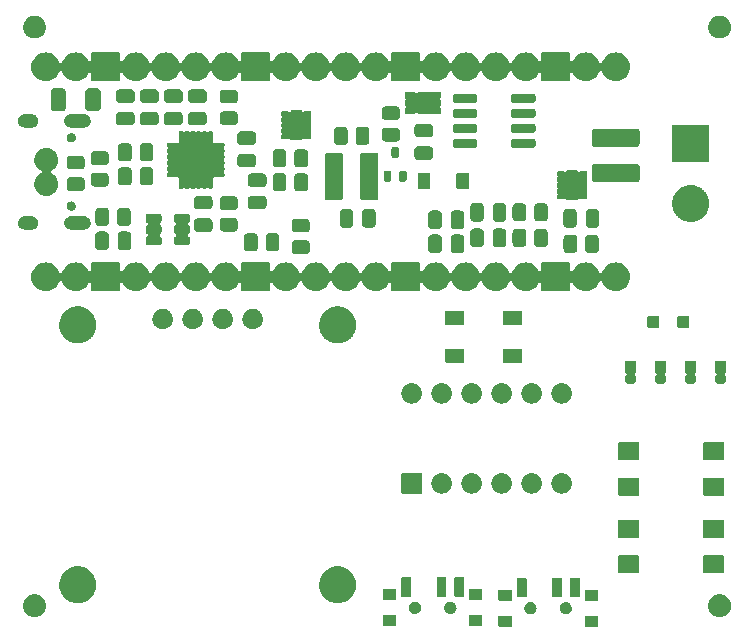
<source format=gts>
%TF.GenerationSoftware,KiCad,Pcbnew,7.0.8-7.0.8~ubuntu22.04.1*%
%TF.CreationDate,2023-10-19T12:27:06+02:00*%
%TF.ProjectId,PD_Micro,50445f4d-6963-4726-9f2e-6b696361645f,rev?*%
%TF.SameCoordinates,Original*%
%TF.FileFunction,Soldermask,Top*%
%TF.FilePolarity,Negative*%
%FSLAX46Y46*%
G04 Gerber Fmt 4.6, Leading zero omitted, Abs format (unit mm)*
G04 Created by KiCad (PCBNEW 7.0.8-7.0.8~ubuntu22.04.1) date 2023-10-19 12:27:06*
%MOMM*%
%LPD*%
G01*
G04 APERTURE LIST*
G04 APERTURE END LIST*
G36*
X217361788Y-138844328D02*
G01*
X217384497Y-138859503D01*
X217399672Y-138882212D01*
X217405000Y-138909000D01*
X217405000Y-139709000D01*
X217399672Y-139735788D01*
X217384497Y-139758497D01*
X217361788Y-139773672D01*
X217335000Y-139779000D01*
X216335000Y-139779000D01*
X216308212Y-139773672D01*
X216285503Y-139758497D01*
X216270328Y-139735788D01*
X216265000Y-139709000D01*
X216265000Y-138909000D01*
X216270328Y-138882212D01*
X216285503Y-138859503D01*
X216308212Y-138844328D01*
X216335000Y-138839000D01*
X217335000Y-138839000D01*
X217361788Y-138844328D01*
G37*
G36*
X224661788Y-138844328D02*
G01*
X224684497Y-138859503D01*
X224699672Y-138882212D01*
X224705000Y-138909000D01*
X224705000Y-139709000D01*
X224699672Y-139735788D01*
X224684497Y-139758497D01*
X224661788Y-139773672D01*
X224635000Y-139779000D01*
X223635000Y-139779000D01*
X223608212Y-139773672D01*
X223585503Y-139758497D01*
X223570328Y-139735788D01*
X223565000Y-139709000D01*
X223565000Y-138909000D01*
X223570328Y-138882212D01*
X223585503Y-138859503D01*
X223608212Y-138844328D01*
X223635000Y-138839000D01*
X224635000Y-138839000D01*
X224661788Y-138844328D01*
G37*
G36*
X207582788Y-138811328D02*
G01*
X207605497Y-138826503D01*
X207620672Y-138849212D01*
X207626000Y-138876000D01*
X207626000Y-139676000D01*
X207620672Y-139702788D01*
X207605497Y-139725497D01*
X207582788Y-139740672D01*
X207556000Y-139746000D01*
X206556000Y-139746000D01*
X206529212Y-139740672D01*
X206506503Y-139725497D01*
X206491328Y-139702788D01*
X206486000Y-139676000D01*
X206486000Y-138876000D01*
X206491328Y-138849212D01*
X206506503Y-138826503D01*
X206529212Y-138811328D01*
X206556000Y-138806000D01*
X207556000Y-138806000D01*
X207582788Y-138811328D01*
G37*
G36*
X214882788Y-138811328D02*
G01*
X214905497Y-138826503D01*
X214920672Y-138849212D01*
X214926000Y-138876000D01*
X214926000Y-139676000D01*
X214920672Y-139702788D01*
X214905497Y-139725497D01*
X214882788Y-139740672D01*
X214856000Y-139746000D01*
X213856000Y-139746000D01*
X213829212Y-139740672D01*
X213806503Y-139725497D01*
X213791328Y-139702788D01*
X213786000Y-139676000D01*
X213786000Y-138876000D01*
X213791328Y-138849212D01*
X213806503Y-138826503D01*
X213829212Y-138811328D01*
X213856000Y-138806000D01*
X214856000Y-138806000D01*
X214882788Y-138811328D01*
G37*
G36*
X177047426Y-137034671D02*
G01*
X177089449Y-137034671D01*
X177136245Y-137043418D01*
X177189238Y-137048638D01*
X177229497Y-137060850D01*
X177265309Y-137067545D01*
X177314912Y-137086761D01*
X177371203Y-137103837D01*
X177403363Y-137121027D01*
X177432127Y-137132170D01*
X177482099Y-137163111D01*
X177538903Y-137193474D01*
X177562773Y-137213064D01*
X177584234Y-137226352D01*
X177631782Y-137269698D01*
X177685894Y-137314106D01*
X177701928Y-137333644D01*
X177716441Y-137346874D01*
X177758578Y-137402672D01*
X177806526Y-137461097D01*
X177815796Y-137478440D01*
X177824253Y-137489639D01*
X177857897Y-137557206D01*
X177896163Y-137628797D01*
X177900244Y-137642252D01*
X177903999Y-137649792D01*
X177926179Y-137727746D01*
X177951362Y-137810762D01*
X177952189Y-137819160D01*
X177952957Y-137821859D01*
X177960940Y-137908017D01*
X177970000Y-138000000D01*
X177960939Y-138091990D01*
X177952957Y-138178140D01*
X177952189Y-138180838D01*
X177951362Y-138189238D01*
X177926174Y-138272268D01*
X177903999Y-138350207D01*
X177900245Y-138357745D01*
X177896163Y-138371203D01*
X177857890Y-138442806D01*
X177824253Y-138510360D01*
X177815798Y-138521555D01*
X177806526Y-138538903D01*
X177758569Y-138597338D01*
X177716441Y-138653125D01*
X177701931Y-138666351D01*
X177685894Y-138685894D01*
X177631771Y-138730310D01*
X177584234Y-138773647D01*
X177562778Y-138786931D01*
X177538903Y-138806526D01*
X177482087Y-138836894D01*
X177432127Y-138867829D01*
X177403370Y-138878969D01*
X177371203Y-138896163D01*
X177314900Y-138913242D01*
X177265309Y-138932454D01*
X177229503Y-138939147D01*
X177189238Y-138951362D01*
X177136242Y-138956581D01*
X177089449Y-138965329D01*
X177047426Y-138965329D01*
X177000000Y-138970000D01*
X176952574Y-138965329D01*
X176910551Y-138965329D01*
X176863757Y-138956581D01*
X176810762Y-138951362D01*
X176770497Y-138939147D01*
X176734690Y-138932454D01*
X176685094Y-138913240D01*
X176628797Y-138896163D01*
X176596632Y-138878970D01*
X176567872Y-138867829D01*
X176517905Y-138836890D01*
X176461097Y-138806526D01*
X176437224Y-138786934D01*
X176415765Y-138773647D01*
X176368218Y-138730302D01*
X176314106Y-138685894D01*
X176298071Y-138666355D01*
X176283558Y-138653125D01*
X176241418Y-138597323D01*
X176193474Y-138538903D01*
X176184204Y-138521560D01*
X176175746Y-138510360D01*
X176142095Y-138442779D01*
X176103837Y-138371203D01*
X176099756Y-138357750D01*
X176096000Y-138350207D01*
X176073809Y-138272215D01*
X176048638Y-138189238D01*
X176047811Y-138180843D01*
X176047042Y-138178140D01*
X176039043Y-138091819D01*
X176030000Y-138000000D01*
X176039042Y-137908188D01*
X176047042Y-137821859D01*
X176047811Y-137819154D01*
X176048638Y-137810762D01*
X176073804Y-137727799D01*
X176096000Y-137649792D01*
X176099756Y-137642246D01*
X176103837Y-137628797D01*
X176142087Y-137557234D01*
X176175746Y-137489639D01*
X176184206Y-137478436D01*
X176193474Y-137461097D01*
X176241409Y-137402687D01*
X176283558Y-137346874D01*
X176298074Y-137333640D01*
X176314106Y-137314106D01*
X176368207Y-137269706D01*
X176415765Y-137226352D01*
X176437229Y-137213061D01*
X176461097Y-137193474D01*
X176517893Y-137163115D01*
X176567872Y-137132170D01*
X176596638Y-137121025D01*
X176628797Y-137103837D01*
X176685082Y-137086762D01*
X176734690Y-137067545D01*
X176770504Y-137060850D01*
X176810762Y-137048638D01*
X176863754Y-137043418D01*
X176910551Y-137034671D01*
X176952574Y-137034671D01*
X177000000Y-137030000D01*
X177047426Y-137034671D01*
G37*
G36*
X235047426Y-137034671D02*
G01*
X235089449Y-137034671D01*
X235136245Y-137043418D01*
X235189238Y-137048638D01*
X235229497Y-137060850D01*
X235265309Y-137067545D01*
X235314912Y-137086761D01*
X235371203Y-137103837D01*
X235403363Y-137121027D01*
X235432127Y-137132170D01*
X235482099Y-137163111D01*
X235538903Y-137193474D01*
X235562773Y-137213064D01*
X235584234Y-137226352D01*
X235631782Y-137269698D01*
X235685894Y-137314106D01*
X235701928Y-137333644D01*
X235716441Y-137346874D01*
X235758578Y-137402672D01*
X235806526Y-137461097D01*
X235815796Y-137478440D01*
X235824253Y-137489639D01*
X235857897Y-137557206D01*
X235896163Y-137628797D01*
X235900244Y-137642252D01*
X235903999Y-137649792D01*
X235926179Y-137727746D01*
X235951362Y-137810762D01*
X235952189Y-137819160D01*
X235952957Y-137821859D01*
X235960940Y-137908017D01*
X235970000Y-138000000D01*
X235960939Y-138091990D01*
X235952957Y-138178140D01*
X235952189Y-138180838D01*
X235951362Y-138189238D01*
X235926174Y-138272268D01*
X235903999Y-138350207D01*
X235900245Y-138357745D01*
X235896163Y-138371203D01*
X235857890Y-138442806D01*
X235824253Y-138510360D01*
X235815798Y-138521555D01*
X235806526Y-138538903D01*
X235758569Y-138597338D01*
X235716441Y-138653125D01*
X235701931Y-138666351D01*
X235685894Y-138685894D01*
X235631771Y-138730310D01*
X235584234Y-138773647D01*
X235562778Y-138786931D01*
X235538903Y-138806526D01*
X235482087Y-138836894D01*
X235432127Y-138867829D01*
X235403370Y-138878969D01*
X235371203Y-138896163D01*
X235314900Y-138913242D01*
X235265309Y-138932454D01*
X235229503Y-138939147D01*
X235189238Y-138951362D01*
X235136242Y-138956581D01*
X235089449Y-138965329D01*
X235047426Y-138965329D01*
X235000000Y-138970000D01*
X234952574Y-138965329D01*
X234910551Y-138965329D01*
X234863757Y-138956581D01*
X234810762Y-138951362D01*
X234770497Y-138939147D01*
X234734690Y-138932454D01*
X234685094Y-138913240D01*
X234628797Y-138896163D01*
X234596632Y-138878970D01*
X234567872Y-138867829D01*
X234517905Y-138836890D01*
X234461097Y-138806526D01*
X234437224Y-138786934D01*
X234415765Y-138773647D01*
X234368218Y-138730302D01*
X234314106Y-138685894D01*
X234298071Y-138666355D01*
X234283558Y-138653125D01*
X234241418Y-138597323D01*
X234193474Y-138538903D01*
X234184204Y-138521560D01*
X234175746Y-138510360D01*
X234142095Y-138442779D01*
X234103837Y-138371203D01*
X234099756Y-138357750D01*
X234096000Y-138350207D01*
X234073809Y-138272215D01*
X234048638Y-138189238D01*
X234047811Y-138180843D01*
X234047042Y-138178140D01*
X234039043Y-138091819D01*
X234030000Y-138000000D01*
X234039042Y-137908188D01*
X234047042Y-137821859D01*
X234047811Y-137819154D01*
X234048638Y-137810762D01*
X234073804Y-137727799D01*
X234096000Y-137649792D01*
X234099756Y-137642246D01*
X234103837Y-137628797D01*
X234142087Y-137557234D01*
X234175746Y-137489639D01*
X234184206Y-137478436D01*
X234193474Y-137461097D01*
X234241409Y-137402687D01*
X234283558Y-137346874D01*
X234298074Y-137333640D01*
X234314106Y-137314106D01*
X234368207Y-137269706D01*
X234415765Y-137226352D01*
X234437229Y-137213061D01*
X234461097Y-137193474D01*
X234517893Y-137163115D01*
X234567872Y-137132170D01*
X234596638Y-137121025D01*
X234628797Y-137103837D01*
X234685082Y-137086762D01*
X234734690Y-137067545D01*
X234770504Y-137060850D01*
X234810762Y-137048638D01*
X234863754Y-137043418D01*
X234910551Y-137034671D01*
X234952574Y-137034671D01*
X235000000Y-137030000D01*
X235047426Y-137034671D01*
G37*
G36*
X219020722Y-137693703D02*
G01*
X219047568Y-137693703D01*
X219078350Y-137701290D01*
X219119586Y-137706719D01*
X219147811Y-137718410D01*
X219169070Y-137723650D01*
X219201301Y-137740566D01*
X219245000Y-137758667D01*
X219264938Y-137773966D01*
X219279870Y-137781803D01*
X219310395Y-137808846D01*
X219352696Y-137841304D01*
X219364717Y-137856971D01*
X219373540Y-137864787D01*
X219398844Y-137901446D01*
X219435333Y-137949000D01*
X219440832Y-137962275D01*
X219444623Y-137967768D01*
X219461068Y-138011132D01*
X219487281Y-138074414D01*
X219488457Y-138083349D01*
X219488998Y-138084775D01*
X219493183Y-138119243D01*
X219505000Y-138209000D01*
X219493181Y-138298765D01*
X219488998Y-138333224D01*
X219488457Y-138334648D01*
X219487281Y-138343586D01*
X219461064Y-138406878D01*
X219444623Y-138450231D01*
X219440833Y-138455721D01*
X219435333Y-138469000D01*
X219398837Y-138516562D01*
X219373540Y-138553212D01*
X219364720Y-138561025D01*
X219352696Y-138576696D01*
X219310386Y-138609160D01*
X219279870Y-138636196D01*
X219264943Y-138644030D01*
X219245000Y-138659333D01*
X219201292Y-138677437D01*
X219169070Y-138694349D01*
X219147816Y-138699587D01*
X219119586Y-138711281D01*
X219078348Y-138716710D01*
X219047568Y-138724297D01*
X219020722Y-138724297D01*
X218985000Y-138729000D01*
X218949278Y-138724297D01*
X218922432Y-138724297D01*
X218891650Y-138716710D01*
X218850414Y-138711281D01*
X218822184Y-138699588D01*
X218800929Y-138694349D01*
X218768703Y-138677435D01*
X218725000Y-138659333D01*
X218705059Y-138644032D01*
X218690129Y-138636196D01*
X218659605Y-138609154D01*
X218617304Y-138576696D01*
X218605282Y-138561028D01*
X218596459Y-138553212D01*
X218571152Y-138516549D01*
X218534667Y-138469000D01*
X218529168Y-138455725D01*
X218525376Y-138450231D01*
X218508923Y-138406850D01*
X218482719Y-138343586D01*
X218481542Y-138334652D01*
X218481001Y-138333224D01*
X218476805Y-138298667D01*
X218465000Y-138209000D01*
X218476804Y-138119341D01*
X218481001Y-138084775D01*
X218481543Y-138083345D01*
X218482719Y-138074414D01*
X218508919Y-138011160D01*
X218525376Y-137967768D01*
X218529169Y-137962272D01*
X218534667Y-137949000D01*
X218571145Y-137901459D01*
X218596459Y-137864787D01*
X218605284Y-137856968D01*
X218617304Y-137841304D01*
X218659597Y-137808851D01*
X218690129Y-137781803D01*
X218705063Y-137773964D01*
X218725000Y-137758667D01*
X218768694Y-137740568D01*
X218800929Y-137723650D01*
X218822189Y-137718409D01*
X218850414Y-137706719D01*
X218891648Y-137701290D01*
X218922432Y-137693703D01*
X218949278Y-137693703D01*
X218985000Y-137689000D01*
X219020722Y-137693703D01*
G37*
G36*
X222020722Y-137693703D02*
G01*
X222047568Y-137693703D01*
X222078350Y-137701290D01*
X222119586Y-137706719D01*
X222147811Y-137718410D01*
X222169070Y-137723650D01*
X222201301Y-137740566D01*
X222245000Y-137758667D01*
X222264938Y-137773966D01*
X222279870Y-137781803D01*
X222310395Y-137808846D01*
X222352696Y-137841304D01*
X222364717Y-137856971D01*
X222373540Y-137864787D01*
X222398844Y-137901446D01*
X222435333Y-137949000D01*
X222440832Y-137962275D01*
X222444623Y-137967768D01*
X222461068Y-138011132D01*
X222487281Y-138074414D01*
X222488457Y-138083349D01*
X222488998Y-138084775D01*
X222493183Y-138119243D01*
X222505000Y-138209000D01*
X222493181Y-138298765D01*
X222488998Y-138333224D01*
X222488457Y-138334648D01*
X222487281Y-138343586D01*
X222461064Y-138406878D01*
X222444623Y-138450231D01*
X222440833Y-138455721D01*
X222435333Y-138469000D01*
X222398837Y-138516562D01*
X222373540Y-138553212D01*
X222364720Y-138561025D01*
X222352696Y-138576696D01*
X222310386Y-138609160D01*
X222279870Y-138636196D01*
X222264943Y-138644030D01*
X222245000Y-138659333D01*
X222201292Y-138677437D01*
X222169070Y-138694349D01*
X222147816Y-138699587D01*
X222119586Y-138711281D01*
X222078348Y-138716710D01*
X222047568Y-138724297D01*
X222020722Y-138724297D01*
X221985000Y-138729000D01*
X221949278Y-138724297D01*
X221922432Y-138724297D01*
X221891650Y-138716710D01*
X221850414Y-138711281D01*
X221822184Y-138699588D01*
X221800929Y-138694349D01*
X221768703Y-138677435D01*
X221725000Y-138659333D01*
X221705059Y-138644032D01*
X221690129Y-138636196D01*
X221659605Y-138609154D01*
X221617304Y-138576696D01*
X221605282Y-138561028D01*
X221596459Y-138553212D01*
X221571152Y-138516549D01*
X221534667Y-138469000D01*
X221529168Y-138455725D01*
X221525376Y-138450231D01*
X221508923Y-138406850D01*
X221482719Y-138343586D01*
X221481542Y-138334652D01*
X221481001Y-138333224D01*
X221476805Y-138298667D01*
X221465000Y-138209000D01*
X221476804Y-138119341D01*
X221481001Y-138084775D01*
X221481543Y-138083345D01*
X221482719Y-138074414D01*
X221508919Y-138011160D01*
X221525376Y-137967768D01*
X221529169Y-137962272D01*
X221534667Y-137949000D01*
X221571145Y-137901459D01*
X221596459Y-137864787D01*
X221605284Y-137856968D01*
X221617304Y-137841304D01*
X221659597Y-137808851D01*
X221690129Y-137781803D01*
X221705063Y-137773964D01*
X221725000Y-137758667D01*
X221768694Y-137740568D01*
X221800929Y-137723650D01*
X221822189Y-137718409D01*
X221850414Y-137706719D01*
X221891648Y-137701290D01*
X221922432Y-137693703D01*
X221949278Y-137693703D01*
X221985000Y-137689000D01*
X222020722Y-137693703D01*
G37*
G36*
X209241722Y-137660703D02*
G01*
X209268568Y-137660703D01*
X209299350Y-137668290D01*
X209340586Y-137673719D01*
X209368811Y-137685410D01*
X209390070Y-137690650D01*
X209422301Y-137707566D01*
X209466000Y-137725667D01*
X209485938Y-137740966D01*
X209500870Y-137748803D01*
X209531395Y-137775846D01*
X209573696Y-137808304D01*
X209585717Y-137823971D01*
X209594540Y-137831787D01*
X209619844Y-137868446D01*
X209656333Y-137916000D01*
X209661832Y-137929275D01*
X209665623Y-137934768D01*
X209682068Y-137978132D01*
X209708281Y-138041414D01*
X209709457Y-138050349D01*
X209709998Y-138051775D01*
X209714183Y-138086243D01*
X209726000Y-138176000D01*
X209714181Y-138265765D01*
X209709998Y-138300224D01*
X209709457Y-138301648D01*
X209708281Y-138310586D01*
X209682064Y-138373878D01*
X209665623Y-138417231D01*
X209661833Y-138422721D01*
X209656333Y-138436000D01*
X209619837Y-138483562D01*
X209594540Y-138520212D01*
X209585720Y-138528025D01*
X209573696Y-138543696D01*
X209531386Y-138576160D01*
X209500870Y-138603196D01*
X209485943Y-138611030D01*
X209466000Y-138626333D01*
X209422292Y-138644437D01*
X209390070Y-138661349D01*
X209368816Y-138666587D01*
X209340586Y-138678281D01*
X209299348Y-138683710D01*
X209268568Y-138691297D01*
X209241722Y-138691297D01*
X209206000Y-138696000D01*
X209170278Y-138691297D01*
X209143432Y-138691297D01*
X209112650Y-138683710D01*
X209071414Y-138678281D01*
X209043184Y-138666588D01*
X209021929Y-138661349D01*
X208989703Y-138644435D01*
X208946000Y-138626333D01*
X208926059Y-138611032D01*
X208911129Y-138603196D01*
X208880605Y-138576154D01*
X208838304Y-138543696D01*
X208826282Y-138528028D01*
X208817459Y-138520212D01*
X208792152Y-138483549D01*
X208755667Y-138436000D01*
X208750168Y-138422725D01*
X208746376Y-138417231D01*
X208729923Y-138373850D01*
X208703719Y-138310586D01*
X208702542Y-138301652D01*
X208702001Y-138300224D01*
X208697805Y-138265667D01*
X208686000Y-138176000D01*
X208697804Y-138086341D01*
X208702001Y-138051775D01*
X208702543Y-138050345D01*
X208703719Y-138041414D01*
X208729919Y-137978160D01*
X208746376Y-137934768D01*
X208750169Y-137929272D01*
X208755667Y-137916000D01*
X208792145Y-137868459D01*
X208817459Y-137831787D01*
X208826284Y-137823968D01*
X208838304Y-137808304D01*
X208880597Y-137775851D01*
X208911129Y-137748803D01*
X208926063Y-137740964D01*
X208946000Y-137725667D01*
X208989694Y-137707568D01*
X209021929Y-137690650D01*
X209043189Y-137685409D01*
X209071414Y-137673719D01*
X209112648Y-137668290D01*
X209143432Y-137660703D01*
X209170278Y-137660703D01*
X209206000Y-137656000D01*
X209241722Y-137660703D01*
G37*
G36*
X212241722Y-137660703D02*
G01*
X212268568Y-137660703D01*
X212299350Y-137668290D01*
X212340586Y-137673719D01*
X212368811Y-137685410D01*
X212390070Y-137690650D01*
X212422301Y-137707566D01*
X212466000Y-137725667D01*
X212485938Y-137740966D01*
X212500870Y-137748803D01*
X212531395Y-137775846D01*
X212573696Y-137808304D01*
X212585717Y-137823971D01*
X212594540Y-137831787D01*
X212619844Y-137868446D01*
X212656333Y-137916000D01*
X212661832Y-137929275D01*
X212665623Y-137934768D01*
X212682068Y-137978132D01*
X212708281Y-138041414D01*
X212709457Y-138050349D01*
X212709998Y-138051775D01*
X212714183Y-138086243D01*
X212726000Y-138176000D01*
X212714181Y-138265765D01*
X212709998Y-138300224D01*
X212709457Y-138301648D01*
X212708281Y-138310586D01*
X212682064Y-138373878D01*
X212665623Y-138417231D01*
X212661833Y-138422721D01*
X212656333Y-138436000D01*
X212619837Y-138483562D01*
X212594540Y-138520212D01*
X212585720Y-138528025D01*
X212573696Y-138543696D01*
X212531386Y-138576160D01*
X212500870Y-138603196D01*
X212485943Y-138611030D01*
X212466000Y-138626333D01*
X212422292Y-138644437D01*
X212390070Y-138661349D01*
X212368816Y-138666587D01*
X212340586Y-138678281D01*
X212299348Y-138683710D01*
X212268568Y-138691297D01*
X212241722Y-138691297D01*
X212206000Y-138696000D01*
X212170278Y-138691297D01*
X212143432Y-138691297D01*
X212112650Y-138683710D01*
X212071414Y-138678281D01*
X212043184Y-138666588D01*
X212021929Y-138661349D01*
X211989703Y-138644435D01*
X211946000Y-138626333D01*
X211926059Y-138611032D01*
X211911129Y-138603196D01*
X211880605Y-138576154D01*
X211838304Y-138543696D01*
X211826282Y-138528028D01*
X211817459Y-138520212D01*
X211792152Y-138483549D01*
X211755667Y-138436000D01*
X211750168Y-138422725D01*
X211746376Y-138417231D01*
X211729923Y-138373850D01*
X211703719Y-138310586D01*
X211702542Y-138301652D01*
X211702001Y-138300224D01*
X211697805Y-138265667D01*
X211686000Y-138176000D01*
X211697804Y-138086341D01*
X211702001Y-138051775D01*
X211702543Y-138050345D01*
X211703719Y-138041414D01*
X211729919Y-137978160D01*
X211746376Y-137934768D01*
X211750169Y-137929272D01*
X211755667Y-137916000D01*
X211792145Y-137868459D01*
X211817459Y-137831787D01*
X211826284Y-137823968D01*
X211838304Y-137808304D01*
X211880597Y-137775851D01*
X211911129Y-137748803D01*
X211926063Y-137740964D01*
X211946000Y-137725667D01*
X211989694Y-137707568D01*
X212021929Y-137690650D01*
X212043189Y-137685409D01*
X212071414Y-137673719D01*
X212112648Y-137668290D01*
X212143432Y-137660703D01*
X212170278Y-137660703D01*
X212206000Y-137656000D01*
X212241722Y-137660703D01*
G37*
G36*
X180716228Y-134650740D02*
G01*
X180773299Y-134650740D01*
X180835663Y-134660139D01*
X180901602Y-134665329D01*
X180954746Y-134678087D01*
X181005278Y-134685704D01*
X181071310Y-134706072D01*
X181141157Y-134722841D01*
X181186318Y-134741547D01*
X181229460Y-134754855D01*
X181297196Y-134787474D01*
X181368765Y-134817120D01*
X181405502Y-134839632D01*
X181440825Y-134856643D01*
X181508014Y-134902451D01*
X181578823Y-134945843D01*
X181607174Y-134970057D01*
X181634662Y-134988798D01*
X181698837Y-135048344D01*
X181766158Y-135105842D01*
X181786604Y-135129782D01*
X181806631Y-135148364D01*
X181865180Y-135221782D01*
X181926157Y-135293177D01*
X181939566Y-135315060D01*
X181952907Y-135331788D01*
X182003221Y-135418935D01*
X182054880Y-135503235D01*
X182062467Y-135521553D01*
X182070204Y-135534953D01*
X182109662Y-135635490D01*
X182149159Y-135730843D01*
X182152424Y-135744446D01*
X182155913Y-135753334D01*
X182182033Y-135867774D01*
X182206671Y-135970398D01*
X182207310Y-135978519D01*
X182208118Y-135982059D01*
X182218658Y-136122718D01*
X182226000Y-136216000D01*
X182218658Y-136309289D01*
X182208118Y-136449940D01*
X182207310Y-136453478D01*
X182206671Y-136461602D01*
X182182028Y-136564245D01*
X182155913Y-136678665D01*
X182152425Y-136687550D01*
X182149159Y-136701157D01*
X182109654Y-136796527D01*
X182070204Y-136897046D01*
X182062469Y-136910442D01*
X182054880Y-136928765D01*
X182003211Y-137013081D01*
X181952907Y-137100211D01*
X181939569Y-137116935D01*
X181926157Y-137138823D01*
X181865168Y-137210231D01*
X181806631Y-137283635D01*
X181786608Y-137302213D01*
X181766158Y-137326158D01*
X181698823Y-137383666D01*
X181634662Y-137443201D01*
X181607180Y-137461937D01*
X181578823Y-137486157D01*
X181507999Y-137529557D01*
X181440825Y-137575356D01*
X181405509Y-137592362D01*
X181368765Y-137614880D01*
X181297181Y-137644531D01*
X181229460Y-137677144D01*
X181186327Y-137690448D01*
X181141157Y-137709159D01*
X181071296Y-137725931D01*
X181005278Y-137746295D01*
X180954755Y-137753910D01*
X180901602Y-137766671D01*
X180835659Y-137771860D01*
X180773299Y-137781260D01*
X180716228Y-137781260D01*
X180656000Y-137786000D01*
X180595772Y-137781260D01*
X180538701Y-137781260D01*
X180476339Y-137771860D01*
X180410398Y-137766671D01*
X180357245Y-137753910D01*
X180306721Y-137746295D01*
X180240699Y-137725929D01*
X180170843Y-137709159D01*
X180125675Y-137690449D01*
X180082539Y-137677144D01*
X180014813Y-137644529D01*
X179943235Y-137614880D01*
X179906490Y-137592363D01*
X179871175Y-137575356D01*
X179803996Y-137529555D01*
X179733177Y-137486157D01*
X179704822Y-137461940D01*
X179677337Y-137443201D01*
X179613163Y-137383655D01*
X179545842Y-137326158D01*
X179525394Y-137302217D01*
X179505368Y-137283635D01*
X179446816Y-137210214D01*
X179385843Y-137138823D01*
X179372433Y-137116941D01*
X179359092Y-137100211D01*
X179308771Y-137013052D01*
X179257120Y-136928765D01*
X179249533Y-136910449D01*
X179241795Y-136897046D01*
X179202325Y-136796481D01*
X179162841Y-136701157D01*
X179159576Y-136687557D01*
X179156086Y-136678665D01*
X179129951Y-136564160D01*
X179105329Y-136461602D01*
X179104690Y-136453485D01*
X179103881Y-136449940D01*
X179093321Y-136309023D01*
X179086000Y-136216000D01*
X179093320Y-136122984D01*
X179103881Y-135982059D01*
X179104690Y-135978513D01*
X179105329Y-135970398D01*
X179129946Y-135867858D01*
X179156086Y-135753334D01*
X179159576Y-135744440D01*
X179162841Y-135730843D01*
X179202318Y-135635536D01*
X179241795Y-135534953D01*
X179249534Y-135521547D01*
X179257120Y-135503235D01*
X179308761Y-135418963D01*
X179359092Y-135331788D01*
X179372436Y-135315054D01*
X179385843Y-135293177D01*
X179446804Y-135221799D01*
X179505368Y-135148364D01*
X179525399Y-135129777D01*
X179545842Y-135105842D01*
X179613150Y-135048355D01*
X179677337Y-134988798D01*
X179704828Y-134970054D01*
X179733177Y-134945843D01*
X179803982Y-134902453D01*
X179871175Y-134856643D01*
X179906498Y-134839631D01*
X179943235Y-134817120D01*
X180014799Y-134787476D01*
X180082539Y-134754855D01*
X180125684Y-134741546D01*
X180170843Y-134722841D01*
X180240684Y-134706073D01*
X180306721Y-134685704D01*
X180357254Y-134678087D01*
X180410398Y-134665329D01*
X180476335Y-134660139D01*
X180538701Y-134650740D01*
X180595772Y-134650740D01*
X180656000Y-134646000D01*
X180716228Y-134650740D01*
G37*
G36*
X202716228Y-134650740D02*
G01*
X202773299Y-134650740D01*
X202835663Y-134660139D01*
X202901602Y-134665329D01*
X202954746Y-134678087D01*
X203005278Y-134685704D01*
X203071310Y-134706072D01*
X203141157Y-134722841D01*
X203186318Y-134741547D01*
X203229460Y-134754855D01*
X203297196Y-134787474D01*
X203368765Y-134817120D01*
X203405502Y-134839632D01*
X203440825Y-134856643D01*
X203508014Y-134902451D01*
X203578823Y-134945843D01*
X203607174Y-134970057D01*
X203634662Y-134988798D01*
X203698837Y-135048344D01*
X203766158Y-135105842D01*
X203786604Y-135129782D01*
X203806631Y-135148364D01*
X203865180Y-135221782D01*
X203926157Y-135293177D01*
X203939566Y-135315060D01*
X203952907Y-135331788D01*
X204003221Y-135418935D01*
X204054880Y-135503235D01*
X204062467Y-135521553D01*
X204070204Y-135534953D01*
X204109662Y-135635490D01*
X204149159Y-135730843D01*
X204152424Y-135744446D01*
X204155913Y-135753334D01*
X204182033Y-135867774D01*
X204206671Y-135970398D01*
X204207310Y-135978519D01*
X204208118Y-135982059D01*
X204218658Y-136122718D01*
X204226000Y-136216000D01*
X204218658Y-136309289D01*
X204208118Y-136449940D01*
X204207310Y-136453478D01*
X204206671Y-136461602D01*
X204182028Y-136564245D01*
X204155913Y-136678665D01*
X204152425Y-136687550D01*
X204149159Y-136701157D01*
X204109654Y-136796527D01*
X204070204Y-136897046D01*
X204062469Y-136910442D01*
X204054880Y-136928765D01*
X204003211Y-137013081D01*
X203952907Y-137100211D01*
X203939569Y-137116935D01*
X203926157Y-137138823D01*
X203865168Y-137210231D01*
X203806631Y-137283635D01*
X203786608Y-137302213D01*
X203766158Y-137326158D01*
X203698823Y-137383666D01*
X203634662Y-137443201D01*
X203607180Y-137461937D01*
X203578823Y-137486157D01*
X203507999Y-137529557D01*
X203440825Y-137575356D01*
X203405509Y-137592362D01*
X203368765Y-137614880D01*
X203297181Y-137644531D01*
X203229460Y-137677144D01*
X203186327Y-137690448D01*
X203141157Y-137709159D01*
X203071296Y-137725931D01*
X203005278Y-137746295D01*
X202954755Y-137753910D01*
X202901602Y-137766671D01*
X202835659Y-137771860D01*
X202773299Y-137781260D01*
X202716228Y-137781260D01*
X202656000Y-137786000D01*
X202595772Y-137781260D01*
X202538701Y-137781260D01*
X202476339Y-137771860D01*
X202410398Y-137766671D01*
X202357245Y-137753910D01*
X202306721Y-137746295D01*
X202240699Y-137725929D01*
X202170843Y-137709159D01*
X202125675Y-137690449D01*
X202082539Y-137677144D01*
X202014813Y-137644529D01*
X201943235Y-137614880D01*
X201906490Y-137592363D01*
X201871175Y-137575356D01*
X201803996Y-137529555D01*
X201733177Y-137486157D01*
X201704822Y-137461940D01*
X201677337Y-137443201D01*
X201613163Y-137383655D01*
X201545842Y-137326158D01*
X201525394Y-137302217D01*
X201505368Y-137283635D01*
X201446816Y-137210214D01*
X201385843Y-137138823D01*
X201372433Y-137116941D01*
X201359092Y-137100211D01*
X201308771Y-137013052D01*
X201257120Y-136928765D01*
X201249533Y-136910449D01*
X201241795Y-136897046D01*
X201202325Y-136796481D01*
X201162841Y-136701157D01*
X201159576Y-136687557D01*
X201156086Y-136678665D01*
X201129951Y-136564160D01*
X201105329Y-136461602D01*
X201104690Y-136453485D01*
X201103881Y-136449940D01*
X201093321Y-136309023D01*
X201086000Y-136216000D01*
X201093320Y-136122984D01*
X201103881Y-135982059D01*
X201104690Y-135978513D01*
X201105329Y-135970398D01*
X201129946Y-135867858D01*
X201156086Y-135753334D01*
X201159576Y-135744440D01*
X201162841Y-135730843D01*
X201202318Y-135635536D01*
X201241795Y-135534953D01*
X201249534Y-135521547D01*
X201257120Y-135503235D01*
X201308761Y-135418963D01*
X201359092Y-135331788D01*
X201372436Y-135315054D01*
X201385843Y-135293177D01*
X201446804Y-135221799D01*
X201505368Y-135148364D01*
X201525399Y-135129777D01*
X201545842Y-135105842D01*
X201613150Y-135048355D01*
X201677337Y-134988798D01*
X201704828Y-134970054D01*
X201733177Y-134945843D01*
X201803982Y-134902453D01*
X201871175Y-134856643D01*
X201906498Y-134839631D01*
X201943235Y-134817120D01*
X202014799Y-134787476D01*
X202082539Y-134754855D01*
X202125684Y-134741546D01*
X202170843Y-134722841D01*
X202240684Y-134706073D01*
X202306721Y-134685704D01*
X202357254Y-134678087D01*
X202410398Y-134665329D01*
X202476335Y-134660139D01*
X202538701Y-134650740D01*
X202595772Y-134650740D01*
X202656000Y-134646000D01*
X202716228Y-134650740D01*
G37*
G36*
X217361788Y-136634328D02*
G01*
X217384497Y-136649503D01*
X217399672Y-136672212D01*
X217405000Y-136699000D01*
X217405000Y-137499000D01*
X217399672Y-137525788D01*
X217384497Y-137548497D01*
X217361788Y-137563672D01*
X217335000Y-137569000D01*
X216335000Y-137569000D01*
X216308212Y-137563672D01*
X216285503Y-137548497D01*
X216270328Y-137525788D01*
X216265000Y-137499000D01*
X216265000Y-136699000D01*
X216270328Y-136672212D01*
X216285503Y-136649503D01*
X216308212Y-136634328D01*
X216335000Y-136629000D01*
X217335000Y-136629000D01*
X217361788Y-136634328D01*
G37*
G36*
X224661788Y-136634328D02*
G01*
X224684497Y-136649503D01*
X224699672Y-136672212D01*
X224705000Y-136699000D01*
X224705000Y-137499000D01*
X224699672Y-137525788D01*
X224684497Y-137548497D01*
X224661788Y-137563672D01*
X224635000Y-137569000D01*
X223635000Y-137569000D01*
X223608212Y-137563672D01*
X223585503Y-137548497D01*
X223570328Y-137525788D01*
X223565000Y-137499000D01*
X223565000Y-136699000D01*
X223570328Y-136672212D01*
X223585503Y-136649503D01*
X223608212Y-136634328D01*
X223635000Y-136629000D01*
X224635000Y-136629000D01*
X224661788Y-136634328D01*
G37*
G36*
X207582788Y-136601328D02*
G01*
X207605497Y-136616503D01*
X207620672Y-136639212D01*
X207626000Y-136666000D01*
X207626000Y-137466000D01*
X207620672Y-137492788D01*
X207605497Y-137515497D01*
X207582788Y-137530672D01*
X207556000Y-137536000D01*
X206556000Y-137536000D01*
X206529212Y-137530672D01*
X206506503Y-137515497D01*
X206491328Y-137492788D01*
X206486000Y-137466000D01*
X206486000Y-136666000D01*
X206491328Y-136639212D01*
X206506503Y-136616503D01*
X206529212Y-136601328D01*
X206556000Y-136596000D01*
X207556000Y-136596000D01*
X207582788Y-136601328D01*
G37*
G36*
X214882788Y-136601328D02*
G01*
X214905497Y-136616503D01*
X214920672Y-136639212D01*
X214926000Y-136666000D01*
X214926000Y-137466000D01*
X214920672Y-137492788D01*
X214905497Y-137515497D01*
X214882788Y-137530672D01*
X214856000Y-137536000D01*
X213856000Y-137536000D01*
X213829212Y-137530672D01*
X213806503Y-137515497D01*
X213791328Y-137492788D01*
X213786000Y-137466000D01*
X213786000Y-136666000D01*
X213791328Y-136639212D01*
X213806503Y-136616503D01*
X213829212Y-136601328D01*
X213856000Y-136596000D01*
X214856000Y-136596000D01*
X214882788Y-136601328D01*
G37*
G36*
X218611788Y-135634328D02*
G01*
X218634497Y-135649503D01*
X218649672Y-135672212D01*
X218655000Y-135699000D01*
X218655000Y-137199000D01*
X218649672Y-137225788D01*
X218634497Y-137248497D01*
X218611788Y-137263672D01*
X218585000Y-137269000D01*
X217885000Y-137269000D01*
X217858212Y-137263672D01*
X217835503Y-137248497D01*
X217820328Y-137225788D01*
X217815000Y-137199000D01*
X217815000Y-135699000D01*
X217820328Y-135672212D01*
X217835503Y-135649503D01*
X217858212Y-135634328D01*
X217885000Y-135629000D01*
X218585000Y-135629000D01*
X218611788Y-135634328D01*
G37*
G36*
X221611788Y-135634328D02*
G01*
X221634497Y-135649503D01*
X221649672Y-135672212D01*
X221655000Y-135699000D01*
X221655000Y-137199000D01*
X221649672Y-137225788D01*
X221634497Y-137248497D01*
X221611788Y-137263672D01*
X221585000Y-137269000D01*
X220885000Y-137269000D01*
X220858212Y-137263672D01*
X220835503Y-137248497D01*
X220820328Y-137225788D01*
X220815000Y-137199000D01*
X220815000Y-135699000D01*
X220820328Y-135672212D01*
X220835503Y-135649503D01*
X220858212Y-135634328D01*
X220885000Y-135629000D01*
X221585000Y-135629000D01*
X221611788Y-135634328D01*
G37*
G36*
X223111788Y-135634328D02*
G01*
X223134497Y-135649503D01*
X223149672Y-135672212D01*
X223155000Y-135699000D01*
X223155000Y-137199000D01*
X223149672Y-137225788D01*
X223134497Y-137248497D01*
X223111788Y-137263672D01*
X223085000Y-137269000D01*
X222385000Y-137269000D01*
X222358212Y-137263672D01*
X222335503Y-137248497D01*
X222320328Y-137225788D01*
X222315000Y-137199000D01*
X222315000Y-135699000D01*
X222320328Y-135672212D01*
X222335503Y-135649503D01*
X222358212Y-135634328D01*
X222385000Y-135629000D01*
X223085000Y-135629000D01*
X223111788Y-135634328D01*
G37*
G36*
X208832788Y-135601328D02*
G01*
X208855497Y-135616503D01*
X208870672Y-135639212D01*
X208876000Y-135666000D01*
X208876000Y-137166000D01*
X208870672Y-137192788D01*
X208855497Y-137215497D01*
X208832788Y-137230672D01*
X208806000Y-137236000D01*
X208106000Y-137236000D01*
X208079212Y-137230672D01*
X208056503Y-137215497D01*
X208041328Y-137192788D01*
X208036000Y-137166000D01*
X208036000Y-135666000D01*
X208041328Y-135639212D01*
X208056503Y-135616503D01*
X208079212Y-135601328D01*
X208106000Y-135596000D01*
X208806000Y-135596000D01*
X208832788Y-135601328D01*
G37*
G36*
X211832788Y-135601328D02*
G01*
X211855497Y-135616503D01*
X211870672Y-135639212D01*
X211876000Y-135666000D01*
X211876000Y-137166000D01*
X211870672Y-137192788D01*
X211855497Y-137215497D01*
X211832788Y-137230672D01*
X211806000Y-137236000D01*
X211106000Y-137236000D01*
X211079212Y-137230672D01*
X211056503Y-137215497D01*
X211041328Y-137192788D01*
X211036000Y-137166000D01*
X211036000Y-135666000D01*
X211041328Y-135639212D01*
X211056503Y-135616503D01*
X211079212Y-135601328D01*
X211106000Y-135596000D01*
X211806000Y-135596000D01*
X211832788Y-135601328D01*
G37*
G36*
X213332788Y-135601328D02*
G01*
X213355497Y-135616503D01*
X213370672Y-135639212D01*
X213376000Y-135666000D01*
X213376000Y-137166000D01*
X213370672Y-137192788D01*
X213355497Y-137215497D01*
X213332788Y-137230672D01*
X213306000Y-137236000D01*
X212606000Y-137236000D01*
X212579212Y-137230672D01*
X212556503Y-137215497D01*
X212541328Y-137192788D01*
X212536000Y-137166000D01*
X212536000Y-135666000D01*
X212541328Y-135639212D01*
X212556503Y-135616503D01*
X212579212Y-135601328D01*
X212606000Y-135596000D01*
X213306000Y-135596000D01*
X213332788Y-135601328D01*
G37*
G36*
X228125788Y-133735328D02*
G01*
X228148497Y-133750503D01*
X228163672Y-133773212D01*
X228169000Y-133800000D01*
X228169000Y-135200000D01*
X228163672Y-135226788D01*
X228148497Y-135249497D01*
X228125788Y-135264672D01*
X228099000Y-135270000D01*
X226499000Y-135270000D01*
X226472212Y-135264672D01*
X226449503Y-135249497D01*
X226434328Y-135226788D01*
X226429000Y-135200000D01*
X226429000Y-133800000D01*
X226434328Y-133773212D01*
X226449503Y-133750503D01*
X226472212Y-133735328D01*
X226499000Y-133730000D01*
X228099000Y-133730000D01*
X228125788Y-133735328D01*
G37*
G36*
X235325788Y-133735328D02*
G01*
X235348497Y-133750503D01*
X235363672Y-133773212D01*
X235369000Y-133800000D01*
X235369000Y-135200000D01*
X235363672Y-135226788D01*
X235348497Y-135249497D01*
X235325788Y-135264672D01*
X235299000Y-135270000D01*
X233699000Y-135270000D01*
X233672212Y-135264672D01*
X233649503Y-135249497D01*
X233634328Y-135226788D01*
X233629000Y-135200000D01*
X233629000Y-133800000D01*
X233634328Y-133773212D01*
X233649503Y-133750503D01*
X233672212Y-133735328D01*
X233699000Y-133730000D01*
X235299000Y-133730000D01*
X235325788Y-133735328D01*
G37*
G36*
X228125788Y-130735328D02*
G01*
X228148497Y-130750503D01*
X228163672Y-130773212D01*
X228169000Y-130800000D01*
X228169000Y-132200000D01*
X228163672Y-132226788D01*
X228148497Y-132249497D01*
X228125788Y-132264672D01*
X228099000Y-132270000D01*
X226499000Y-132270000D01*
X226472212Y-132264672D01*
X226449503Y-132249497D01*
X226434328Y-132226788D01*
X226429000Y-132200000D01*
X226429000Y-130800000D01*
X226434328Y-130773212D01*
X226449503Y-130750503D01*
X226472212Y-130735328D01*
X226499000Y-130730000D01*
X228099000Y-130730000D01*
X228125788Y-130735328D01*
G37*
G36*
X235325788Y-130735328D02*
G01*
X235348497Y-130750503D01*
X235363672Y-130773212D01*
X235369000Y-130800000D01*
X235369000Y-132200000D01*
X235363672Y-132226788D01*
X235348497Y-132249497D01*
X235325788Y-132264672D01*
X235299000Y-132270000D01*
X233699000Y-132270000D01*
X233672212Y-132264672D01*
X233649503Y-132249497D01*
X233634328Y-132226788D01*
X233629000Y-132200000D01*
X233629000Y-130800000D01*
X233634328Y-130773212D01*
X233649503Y-130750503D01*
X233672212Y-130735328D01*
X233699000Y-130730000D01*
X235299000Y-130730000D01*
X235325788Y-130735328D01*
G37*
G36*
X228125788Y-127151328D02*
G01*
X228148497Y-127166503D01*
X228163672Y-127189212D01*
X228169000Y-127216000D01*
X228169000Y-128616000D01*
X228163672Y-128642788D01*
X228148497Y-128665497D01*
X228125788Y-128680672D01*
X228099000Y-128686000D01*
X226499000Y-128686000D01*
X226472212Y-128680672D01*
X226449503Y-128665497D01*
X226434328Y-128642788D01*
X226429000Y-128616000D01*
X226429000Y-127216000D01*
X226434328Y-127189212D01*
X226449503Y-127166503D01*
X226472212Y-127151328D01*
X226499000Y-127146000D01*
X228099000Y-127146000D01*
X228125788Y-127151328D01*
G37*
G36*
X235325788Y-127151328D02*
G01*
X235348497Y-127166503D01*
X235363672Y-127189212D01*
X235369000Y-127216000D01*
X235369000Y-128616000D01*
X235363672Y-128642788D01*
X235348497Y-128665497D01*
X235325788Y-128680672D01*
X235299000Y-128686000D01*
X233699000Y-128686000D01*
X233672212Y-128680672D01*
X233649503Y-128665497D01*
X233634328Y-128642788D01*
X233629000Y-128616000D01*
X233629000Y-127216000D01*
X233634328Y-127189212D01*
X233649503Y-127166503D01*
X233672212Y-127151328D01*
X233699000Y-127146000D01*
X235299000Y-127146000D01*
X235325788Y-127151328D01*
G37*
G36*
X209754788Y-126778828D02*
G01*
X209777497Y-126794003D01*
X209792672Y-126816712D01*
X209798000Y-126843500D01*
X209798000Y-128443500D01*
X209792672Y-128470288D01*
X209777497Y-128492997D01*
X209754788Y-128508172D01*
X209728000Y-128513500D01*
X208128000Y-128513500D01*
X208101212Y-128508172D01*
X208078503Y-128492997D01*
X208063328Y-128470288D01*
X208058000Y-128443500D01*
X208058000Y-126843500D01*
X208063328Y-126816712D01*
X208078503Y-126794003D01*
X208101212Y-126778828D01*
X208128000Y-126773500D01*
X209728000Y-126773500D01*
X209754788Y-126778828D01*
G37*
G36*
X211510255Y-126778266D02*
G01*
X211558940Y-126778266D01*
X211600982Y-126787202D01*
X211637608Y-126790810D01*
X211683624Y-126804768D01*
X211736845Y-126816081D01*
X211770895Y-126831241D01*
X211800706Y-126840284D01*
X211848079Y-126865605D01*
X211903000Y-126890058D01*
X211928535Y-126908610D01*
X211951009Y-126920623D01*
X211996850Y-126958244D01*
X212050144Y-126996964D01*
X212067447Y-127016181D01*
X212082755Y-127028744D01*
X212123892Y-127078869D01*
X212171845Y-127132127D01*
X212181919Y-127149576D01*
X212190876Y-127160490D01*
X212224009Y-127222478D01*
X212262785Y-127289639D01*
X212267244Y-127303365D01*
X212271215Y-127310793D01*
X212293102Y-127382948D01*
X212318988Y-127462617D01*
X212319899Y-127471287D01*
X212320689Y-127473891D01*
X212328379Y-127551964D01*
X212338000Y-127643500D01*
X212328378Y-127735043D01*
X212320689Y-127813108D01*
X212319899Y-127815710D01*
X212318988Y-127824383D01*
X212293098Y-127904065D01*
X212271215Y-127976206D01*
X212267245Y-127983631D01*
X212262785Y-127997361D01*
X212224002Y-128064533D01*
X212190876Y-128126509D01*
X212181921Y-128137420D01*
X212171845Y-128154873D01*
X212123882Y-128208140D01*
X212082755Y-128258255D01*
X212067450Y-128270814D01*
X212050144Y-128290036D01*
X211996840Y-128328763D01*
X211951009Y-128366376D01*
X211928540Y-128378385D01*
X211903000Y-128396942D01*
X211848068Y-128421399D01*
X211800706Y-128446715D01*
X211770902Y-128455755D01*
X211736845Y-128470919D01*
X211683613Y-128482233D01*
X211637608Y-128496189D01*
X211600991Y-128499795D01*
X211558940Y-128508734D01*
X211510245Y-128508734D01*
X211468000Y-128512895D01*
X211425755Y-128508734D01*
X211377060Y-128508734D01*
X211335009Y-128499795D01*
X211298391Y-128496189D01*
X211252383Y-128482233D01*
X211199155Y-128470919D01*
X211165099Y-128455756D01*
X211135293Y-128446715D01*
X211087925Y-128421396D01*
X211033000Y-128396942D01*
X211007461Y-128378387D01*
X210984990Y-128366376D01*
X210939150Y-128328756D01*
X210885856Y-128290036D01*
X210868552Y-128270817D01*
X210853244Y-128258255D01*
X210812105Y-128208127D01*
X210764155Y-128154873D01*
X210754080Y-128137424D01*
X210745123Y-128126509D01*
X210711983Y-128064510D01*
X210673215Y-127997361D01*
X210668755Y-127983636D01*
X210664784Y-127976206D01*
X210642886Y-127904018D01*
X210617012Y-127824383D01*
X210616101Y-127815715D01*
X210615310Y-127813108D01*
X210607605Y-127734891D01*
X210598000Y-127643500D01*
X210607605Y-127552116D01*
X210615310Y-127473891D01*
X210616101Y-127471282D01*
X210617012Y-127462617D01*
X210642882Y-127382995D01*
X210664784Y-127310793D01*
X210668756Y-127303360D01*
X210673215Y-127289639D01*
X210711976Y-127222501D01*
X210745123Y-127160490D01*
X210754082Y-127149572D01*
X210764155Y-127132127D01*
X210812096Y-127078882D01*
X210853244Y-127028744D01*
X210868555Y-127016178D01*
X210885856Y-126996964D01*
X210939140Y-126958250D01*
X210984990Y-126920623D01*
X211007467Y-126908608D01*
X211033000Y-126890058D01*
X211087914Y-126865608D01*
X211135293Y-126840284D01*
X211165106Y-126831240D01*
X211199155Y-126816081D01*
X211252372Y-126804769D01*
X211298391Y-126790810D01*
X211335017Y-126787202D01*
X211377060Y-126778266D01*
X211425745Y-126778266D01*
X211468000Y-126774104D01*
X211510255Y-126778266D01*
G37*
G36*
X214050255Y-126778266D02*
G01*
X214098940Y-126778266D01*
X214140982Y-126787202D01*
X214177608Y-126790810D01*
X214223624Y-126804768D01*
X214276845Y-126816081D01*
X214310895Y-126831241D01*
X214340706Y-126840284D01*
X214388079Y-126865605D01*
X214443000Y-126890058D01*
X214468535Y-126908610D01*
X214491009Y-126920623D01*
X214536850Y-126958244D01*
X214590144Y-126996964D01*
X214607447Y-127016181D01*
X214622755Y-127028744D01*
X214663892Y-127078869D01*
X214711845Y-127132127D01*
X214721919Y-127149576D01*
X214730876Y-127160490D01*
X214764009Y-127222478D01*
X214802785Y-127289639D01*
X214807244Y-127303365D01*
X214811215Y-127310793D01*
X214833102Y-127382948D01*
X214858988Y-127462617D01*
X214859899Y-127471287D01*
X214860689Y-127473891D01*
X214868379Y-127551964D01*
X214878000Y-127643500D01*
X214868378Y-127735043D01*
X214860689Y-127813108D01*
X214859899Y-127815710D01*
X214858988Y-127824383D01*
X214833098Y-127904065D01*
X214811215Y-127976206D01*
X214807245Y-127983631D01*
X214802785Y-127997361D01*
X214764002Y-128064533D01*
X214730876Y-128126509D01*
X214721921Y-128137420D01*
X214711845Y-128154873D01*
X214663882Y-128208140D01*
X214622755Y-128258255D01*
X214607450Y-128270814D01*
X214590144Y-128290036D01*
X214536840Y-128328763D01*
X214491009Y-128366376D01*
X214468540Y-128378385D01*
X214443000Y-128396942D01*
X214388068Y-128421399D01*
X214340706Y-128446715D01*
X214310902Y-128455755D01*
X214276845Y-128470919D01*
X214223613Y-128482233D01*
X214177608Y-128496189D01*
X214140991Y-128499795D01*
X214098940Y-128508734D01*
X214050245Y-128508734D01*
X214008000Y-128512895D01*
X213965755Y-128508734D01*
X213917060Y-128508734D01*
X213875009Y-128499795D01*
X213838391Y-128496189D01*
X213792383Y-128482233D01*
X213739155Y-128470919D01*
X213705099Y-128455756D01*
X213675293Y-128446715D01*
X213627925Y-128421396D01*
X213573000Y-128396942D01*
X213547461Y-128378387D01*
X213524990Y-128366376D01*
X213479150Y-128328756D01*
X213425856Y-128290036D01*
X213408552Y-128270817D01*
X213393244Y-128258255D01*
X213352105Y-128208127D01*
X213304155Y-128154873D01*
X213294080Y-128137424D01*
X213285123Y-128126509D01*
X213251983Y-128064510D01*
X213213215Y-127997361D01*
X213208755Y-127983636D01*
X213204784Y-127976206D01*
X213182886Y-127904018D01*
X213157012Y-127824383D01*
X213156101Y-127815715D01*
X213155310Y-127813108D01*
X213147605Y-127734891D01*
X213138000Y-127643500D01*
X213147605Y-127552116D01*
X213155310Y-127473891D01*
X213156101Y-127471282D01*
X213157012Y-127462617D01*
X213182882Y-127382995D01*
X213204784Y-127310793D01*
X213208756Y-127303360D01*
X213213215Y-127289639D01*
X213251976Y-127222501D01*
X213285123Y-127160490D01*
X213294082Y-127149572D01*
X213304155Y-127132127D01*
X213352096Y-127078882D01*
X213393244Y-127028744D01*
X213408555Y-127016178D01*
X213425856Y-126996964D01*
X213479140Y-126958250D01*
X213524990Y-126920623D01*
X213547467Y-126908608D01*
X213573000Y-126890058D01*
X213627914Y-126865608D01*
X213675293Y-126840284D01*
X213705106Y-126831240D01*
X213739155Y-126816081D01*
X213792372Y-126804769D01*
X213838391Y-126790810D01*
X213875017Y-126787202D01*
X213917060Y-126778266D01*
X213965745Y-126778266D01*
X214008000Y-126774104D01*
X214050255Y-126778266D01*
G37*
G36*
X216590255Y-126778266D02*
G01*
X216638940Y-126778266D01*
X216680982Y-126787202D01*
X216717608Y-126790810D01*
X216763624Y-126804768D01*
X216816845Y-126816081D01*
X216850895Y-126831241D01*
X216880706Y-126840284D01*
X216928079Y-126865605D01*
X216983000Y-126890058D01*
X217008535Y-126908610D01*
X217031009Y-126920623D01*
X217076850Y-126958244D01*
X217130144Y-126996964D01*
X217147447Y-127016181D01*
X217162755Y-127028744D01*
X217203892Y-127078869D01*
X217251845Y-127132127D01*
X217261919Y-127149576D01*
X217270876Y-127160490D01*
X217304009Y-127222478D01*
X217342785Y-127289639D01*
X217347244Y-127303365D01*
X217351215Y-127310793D01*
X217373102Y-127382948D01*
X217398988Y-127462617D01*
X217399899Y-127471287D01*
X217400689Y-127473891D01*
X217408379Y-127551964D01*
X217418000Y-127643500D01*
X217408378Y-127735043D01*
X217400689Y-127813108D01*
X217399899Y-127815710D01*
X217398988Y-127824383D01*
X217373098Y-127904065D01*
X217351215Y-127976206D01*
X217347245Y-127983631D01*
X217342785Y-127997361D01*
X217304002Y-128064533D01*
X217270876Y-128126509D01*
X217261921Y-128137420D01*
X217251845Y-128154873D01*
X217203882Y-128208140D01*
X217162755Y-128258255D01*
X217147450Y-128270814D01*
X217130144Y-128290036D01*
X217076840Y-128328763D01*
X217031009Y-128366376D01*
X217008540Y-128378385D01*
X216983000Y-128396942D01*
X216928068Y-128421399D01*
X216880706Y-128446715D01*
X216850902Y-128455755D01*
X216816845Y-128470919D01*
X216763613Y-128482233D01*
X216717608Y-128496189D01*
X216680991Y-128499795D01*
X216638940Y-128508734D01*
X216590245Y-128508734D01*
X216548000Y-128512895D01*
X216505755Y-128508734D01*
X216457060Y-128508734D01*
X216415009Y-128499795D01*
X216378391Y-128496189D01*
X216332383Y-128482233D01*
X216279155Y-128470919D01*
X216245099Y-128455756D01*
X216215293Y-128446715D01*
X216167925Y-128421396D01*
X216113000Y-128396942D01*
X216087461Y-128378387D01*
X216064990Y-128366376D01*
X216019150Y-128328756D01*
X215965856Y-128290036D01*
X215948552Y-128270817D01*
X215933244Y-128258255D01*
X215892105Y-128208127D01*
X215844155Y-128154873D01*
X215834080Y-128137424D01*
X215825123Y-128126509D01*
X215791983Y-128064510D01*
X215753215Y-127997361D01*
X215748755Y-127983636D01*
X215744784Y-127976206D01*
X215722886Y-127904018D01*
X215697012Y-127824383D01*
X215696101Y-127815715D01*
X215695310Y-127813108D01*
X215687605Y-127734891D01*
X215678000Y-127643500D01*
X215687605Y-127552116D01*
X215695310Y-127473891D01*
X215696101Y-127471282D01*
X215697012Y-127462617D01*
X215722882Y-127382995D01*
X215744784Y-127310793D01*
X215748756Y-127303360D01*
X215753215Y-127289639D01*
X215791976Y-127222501D01*
X215825123Y-127160490D01*
X215834082Y-127149572D01*
X215844155Y-127132127D01*
X215892096Y-127078882D01*
X215933244Y-127028744D01*
X215948555Y-127016178D01*
X215965856Y-126996964D01*
X216019140Y-126958250D01*
X216064990Y-126920623D01*
X216087467Y-126908608D01*
X216113000Y-126890058D01*
X216167914Y-126865608D01*
X216215293Y-126840284D01*
X216245106Y-126831240D01*
X216279155Y-126816081D01*
X216332372Y-126804769D01*
X216378391Y-126790810D01*
X216415017Y-126787202D01*
X216457060Y-126778266D01*
X216505745Y-126778266D01*
X216548000Y-126774104D01*
X216590255Y-126778266D01*
G37*
G36*
X219130255Y-126778266D02*
G01*
X219178940Y-126778266D01*
X219220982Y-126787202D01*
X219257608Y-126790810D01*
X219303624Y-126804768D01*
X219356845Y-126816081D01*
X219390895Y-126831241D01*
X219420706Y-126840284D01*
X219468079Y-126865605D01*
X219523000Y-126890058D01*
X219548535Y-126908610D01*
X219571009Y-126920623D01*
X219616850Y-126958244D01*
X219670144Y-126996964D01*
X219687447Y-127016181D01*
X219702755Y-127028744D01*
X219743892Y-127078869D01*
X219791845Y-127132127D01*
X219801919Y-127149576D01*
X219810876Y-127160490D01*
X219844009Y-127222478D01*
X219882785Y-127289639D01*
X219887244Y-127303365D01*
X219891215Y-127310793D01*
X219913102Y-127382948D01*
X219938988Y-127462617D01*
X219939899Y-127471287D01*
X219940689Y-127473891D01*
X219948379Y-127551964D01*
X219958000Y-127643500D01*
X219948378Y-127735043D01*
X219940689Y-127813108D01*
X219939899Y-127815710D01*
X219938988Y-127824383D01*
X219913098Y-127904065D01*
X219891215Y-127976206D01*
X219887245Y-127983631D01*
X219882785Y-127997361D01*
X219844002Y-128064533D01*
X219810876Y-128126509D01*
X219801921Y-128137420D01*
X219791845Y-128154873D01*
X219743882Y-128208140D01*
X219702755Y-128258255D01*
X219687450Y-128270814D01*
X219670144Y-128290036D01*
X219616840Y-128328763D01*
X219571009Y-128366376D01*
X219548540Y-128378385D01*
X219523000Y-128396942D01*
X219468068Y-128421399D01*
X219420706Y-128446715D01*
X219390902Y-128455755D01*
X219356845Y-128470919D01*
X219303613Y-128482233D01*
X219257608Y-128496189D01*
X219220991Y-128499795D01*
X219178940Y-128508734D01*
X219130245Y-128508734D01*
X219088000Y-128512895D01*
X219045755Y-128508734D01*
X218997060Y-128508734D01*
X218955009Y-128499795D01*
X218918391Y-128496189D01*
X218872383Y-128482233D01*
X218819155Y-128470919D01*
X218785099Y-128455756D01*
X218755293Y-128446715D01*
X218707925Y-128421396D01*
X218653000Y-128396942D01*
X218627461Y-128378387D01*
X218604990Y-128366376D01*
X218559150Y-128328756D01*
X218505856Y-128290036D01*
X218488552Y-128270817D01*
X218473244Y-128258255D01*
X218432105Y-128208127D01*
X218384155Y-128154873D01*
X218374080Y-128137424D01*
X218365123Y-128126509D01*
X218331983Y-128064510D01*
X218293215Y-127997361D01*
X218288755Y-127983636D01*
X218284784Y-127976206D01*
X218262886Y-127904018D01*
X218237012Y-127824383D01*
X218236101Y-127815715D01*
X218235310Y-127813108D01*
X218227605Y-127734891D01*
X218218000Y-127643500D01*
X218227605Y-127552116D01*
X218235310Y-127473891D01*
X218236101Y-127471282D01*
X218237012Y-127462617D01*
X218262882Y-127382995D01*
X218284784Y-127310793D01*
X218288756Y-127303360D01*
X218293215Y-127289639D01*
X218331976Y-127222501D01*
X218365123Y-127160490D01*
X218374082Y-127149572D01*
X218384155Y-127132127D01*
X218432096Y-127078882D01*
X218473244Y-127028744D01*
X218488555Y-127016178D01*
X218505856Y-126996964D01*
X218559140Y-126958250D01*
X218604990Y-126920623D01*
X218627467Y-126908608D01*
X218653000Y-126890058D01*
X218707914Y-126865608D01*
X218755293Y-126840284D01*
X218785106Y-126831240D01*
X218819155Y-126816081D01*
X218872372Y-126804769D01*
X218918391Y-126790810D01*
X218955017Y-126787202D01*
X218997060Y-126778266D01*
X219045745Y-126778266D01*
X219088000Y-126774104D01*
X219130255Y-126778266D01*
G37*
G36*
X221670255Y-126778266D02*
G01*
X221718940Y-126778266D01*
X221760982Y-126787202D01*
X221797608Y-126790810D01*
X221843624Y-126804768D01*
X221896845Y-126816081D01*
X221930895Y-126831241D01*
X221960706Y-126840284D01*
X222008079Y-126865605D01*
X222063000Y-126890058D01*
X222088535Y-126908610D01*
X222111009Y-126920623D01*
X222156850Y-126958244D01*
X222210144Y-126996964D01*
X222227447Y-127016181D01*
X222242755Y-127028744D01*
X222283892Y-127078869D01*
X222331845Y-127132127D01*
X222341919Y-127149576D01*
X222350876Y-127160490D01*
X222384009Y-127222478D01*
X222422785Y-127289639D01*
X222427244Y-127303365D01*
X222431215Y-127310793D01*
X222453102Y-127382948D01*
X222478988Y-127462617D01*
X222479899Y-127471287D01*
X222480689Y-127473891D01*
X222488379Y-127551964D01*
X222498000Y-127643500D01*
X222488378Y-127735043D01*
X222480689Y-127813108D01*
X222479899Y-127815710D01*
X222478988Y-127824383D01*
X222453098Y-127904065D01*
X222431215Y-127976206D01*
X222427245Y-127983631D01*
X222422785Y-127997361D01*
X222384002Y-128064533D01*
X222350876Y-128126509D01*
X222341921Y-128137420D01*
X222331845Y-128154873D01*
X222283882Y-128208140D01*
X222242755Y-128258255D01*
X222227450Y-128270814D01*
X222210144Y-128290036D01*
X222156840Y-128328763D01*
X222111009Y-128366376D01*
X222088540Y-128378385D01*
X222063000Y-128396942D01*
X222008068Y-128421399D01*
X221960706Y-128446715D01*
X221930902Y-128455755D01*
X221896845Y-128470919D01*
X221843613Y-128482233D01*
X221797608Y-128496189D01*
X221760991Y-128499795D01*
X221718940Y-128508734D01*
X221670245Y-128508734D01*
X221628000Y-128512895D01*
X221585755Y-128508734D01*
X221537060Y-128508734D01*
X221495009Y-128499795D01*
X221458391Y-128496189D01*
X221412383Y-128482233D01*
X221359155Y-128470919D01*
X221325099Y-128455756D01*
X221295293Y-128446715D01*
X221247925Y-128421396D01*
X221193000Y-128396942D01*
X221167461Y-128378387D01*
X221144990Y-128366376D01*
X221099150Y-128328756D01*
X221045856Y-128290036D01*
X221028552Y-128270817D01*
X221013244Y-128258255D01*
X220972105Y-128208127D01*
X220924155Y-128154873D01*
X220914080Y-128137424D01*
X220905123Y-128126509D01*
X220871983Y-128064510D01*
X220833215Y-127997361D01*
X220828755Y-127983636D01*
X220824784Y-127976206D01*
X220802886Y-127904018D01*
X220777012Y-127824383D01*
X220776101Y-127815715D01*
X220775310Y-127813108D01*
X220767605Y-127734891D01*
X220758000Y-127643500D01*
X220767605Y-127552116D01*
X220775310Y-127473891D01*
X220776101Y-127471282D01*
X220777012Y-127462617D01*
X220802882Y-127382995D01*
X220824784Y-127310793D01*
X220828756Y-127303360D01*
X220833215Y-127289639D01*
X220871976Y-127222501D01*
X220905123Y-127160490D01*
X220914082Y-127149572D01*
X220924155Y-127132127D01*
X220972096Y-127078882D01*
X221013244Y-127028744D01*
X221028555Y-127016178D01*
X221045856Y-126996964D01*
X221099140Y-126958250D01*
X221144990Y-126920623D01*
X221167467Y-126908608D01*
X221193000Y-126890058D01*
X221247914Y-126865608D01*
X221295293Y-126840284D01*
X221325106Y-126831240D01*
X221359155Y-126816081D01*
X221412372Y-126804769D01*
X221458391Y-126790810D01*
X221495017Y-126787202D01*
X221537060Y-126778266D01*
X221585745Y-126778266D01*
X221628000Y-126774104D01*
X221670255Y-126778266D01*
G37*
G36*
X228125788Y-124151328D02*
G01*
X228148497Y-124166503D01*
X228163672Y-124189212D01*
X228169000Y-124216000D01*
X228169000Y-125616000D01*
X228163672Y-125642788D01*
X228148497Y-125665497D01*
X228125788Y-125680672D01*
X228099000Y-125686000D01*
X226499000Y-125686000D01*
X226472212Y-125680672D01*
X226449503Y-125665497D01*
X226434328Y-125642788D01*
X226429000Y-125616000D01*
X226429000Y-124216000D01*
X226434328Y-124189212D01*
X226449503Y-124166503D01*
X226472212Y-124151328D01*
X226499000Y-124146000D01*
X228099000Y-124146000D01*
X228125788Y-124151328D01*
G37*
G36*
X235325788Y-124151328D02*
G01*
X235348497Y-124166503D01*
X235363672Y-124189212D01*
X235369000Y-124216000D01*
X235369000Y-125616000D01*
X235363672Y-125642788D01*
X235348497Y-125665497D01*
X235325788Y-125680672D01*
X235299000Y-125686000D01*
X233699000Y-125686000D01*
X233672212Y-125680672D01*
X233649503Y-125665497D01*
X233634328Y-125642788D01*
X233629000Y-125616000D01*
X233629000Y-124216000D01*
X233634328Y-124189212D01*
X233649503Y-124166503D01*
X233672212Y-124151328D01*
X233699000Y-124146000D01*
X235299000Y-124146000D01*
X235325788Y-124151328D01*
G37*
G36*
X208970255Y-119158266D02*
G01*
X209018940Y-119158266D01*
X209060982Y-119167202D01*
X209097608Y-119170810D01*
X209143624Y-119184768D01*
X209196845Y-119196081D01*
X209230895Y-119211241D01*
X209260706Y-119220284D01*
X209308079Y-119245605D01*
X209363000Y-119270058D01*
X209388535Y-119288610D01*
X209411009Y-119300623D01*
X209456850Y-119338244D01*
X209510144Y-119376964D01*
X209527447Y-119396181D01*
X209542755Y-119408744D01*
X209583892Y-119458869D01*
X209631845Y-119512127D01*
X209641919Y-119529576D01*
X209650876Y-119540490D01*
X209684009Y-119602478D01*
X209722785Y-119669639D01*
X209727244Y-119683365D01*
X209731215Y-119690793D01*
X209753102Y-119762948D01*
X209778988Y-119842617D01*
X209779899Y-119851287D01*
X209780689Y-119853891D01*
X209788379Y-119931964D01*
X209798000Y-120023500D01*
X209788378Y-120115043D01*
X209780689Y-120193108D01*
X209779899Y-120195710D01*
X209778988Y-120204383D01*
X209753098Y-120284065D01*
X209731215Y-120356206D01*
X209727245Y-120363631D01*
X209722785Y-120377361D01*
X209684002Y-120444533D01*
X209650876Y-120506509D01*
X209641921Y-120517420D01*
X209631845Y-120534873D01*
X209583882Y-120588140D01*
X209542755Y-120638255D01*
X209527450Y-120650814D01*
X209510144Y-120670036D01*
X209456840Y-120708763D01*
X209411009Y-120746376D01*
X209388540Y-120758385D01*
X209363000Y-120776942D01*
X209308068Y-120801399D01*
X209260706Y-120826715D01*
X209230902Y-120835755D01*
X209196845Y-120850919D01*
X209143613Y-120862233D01*
X209097608Y-120876189D01*
X209060991Y-120879795D01*
X209018940Y-120888734D01*
X208970245Y-120888734D01*
X208928000Y-120892895D01*
X208885755Y-120888734D01*
X208837060Y-120888734D01*
X208795009Y-120879795D01*
X208758391Y-120876189D01*
X208712383Y-120862233D01*
X208659155Y-120850919D01*
X208625099Y-120835756D01*
X208595293Y-120826715D01*
X208547925Y-120801396D01*
X208493000Y-120776942D01*
X208467461Y-120758387D01*
X208444990Y-120746376D01*
X208399150Y-120708756D01*
X208345856Y-120670036D01*
X208328552Y-120650817D01*
X208313244Y-120638255D01*
X208272105Y-120588127D01*
X208224155Y-120534873D01*
X208214080Y-120517424D01*
X208205123Y-120506509D01*
X208171983Y-120444510D01*
X208133215Y-120377361D01*
X208128755Y-120363636D01*
X208124784Y-120356206D01*
X208102886Y-120284018D01*
X208077012Y-120204383D01*
X208076101Y-120195715D01*
X208075310Y-120193108D01*
X208067605Y-120114891D01*
X208058000Y-120023500D01*
X208067605Y-119932116D01*
X208075310Y-119853891D01*
X208076101Y-119851282D01*
X208077012Y-119842617D01*
X208102882Y-119762995D01*
X208124784Y-119690793D01*
X208128756Y-119683360D01*
X208133215Y-119669639D01*
X208171976Y-119602501D01*
X208205123Y-119540490D01*
X208214082Y-119529572D01*
X208224155Y-119512127D01*
X208272096Y-119458882D01*
X208313244Y-119408744D01*
X208328555Y-119396178D01*
X208345856Y-119376964D01*
X208399140Y-119338250D01*
X208444990Y-119300623D01*
X208467467Y-119288608D01*
X208493000Y-119270058D01*
X208547914Y-119245608D01*
X208595293Y-119220284D01*
X208625106Y-119211240D01*
X208659155Y-119196081D01*
X208712372Y-119184769D01*
X208758391Y-119170810D01*
X208795017Y-119167202D01*
X208837060Y-119158266D01*
X208885745Y-119158266D01*
X208928000Y-119154104D01*
X208970255Y-119158266D01*
G37*
G36*
X211510255Y-119158266D02*
G01*
X211558940Y-119158266D01*
X211600982Y-119167202D01*
X211637608Y-119170810D01*
X211683624Y-119184768D01*
X211736845Y-119196081D01*
X211770895Y-119211241D01*
X211800706Y-119220284D01*
X211848079Y-119245605D01*
X211903000Y-119270058D01*
X211928535Y-119288610D01*
X211951009Y-119300623D01*
X211996850Y-119338244D01*
X212050144Y-119376964D01*
X212067447Y-119396181D01*
X212082755Y-119408744D01*
X212123892Y-119458869D01*
X212171845Y-119512127D01*
X212181919Y-119529576D01*
X212190876Y-119540490D01*
X212224009Y-119602478D01*
X212262785Y-119669639D01*
X212267244Y-119683365D01*
X212271215Y-119690793D01*
X212293102Y-119762948D01*
X212318988Y-119842617D01*
X212319899Y-119851287D01*
X212320689Y-119853891D01*
X212328379Y-119931964D01*
X212338000Y-120023500D01*
X212328378Y-120115043D01*
X212320689Y-120193108D01*
X212319899Y-120195710D01*
X212318988Y-120204383D01*
X212293098Y-120284065D01*
X212271215Y-120356206D01*
X212267245Y-120363631D01*
X212262785Y-120377361D01*
X212224002Y-120444533D01*
X212190876Y-120506509D01*
X212181921Y-120517420D01*
X212171845Y-120534873D01*
X212123882Y-120588140D01*
X212082755Y-120638255D01*
X212067450Y-120650814D01*
X212050144Y-120670036D01*
X211996840Y-120708763D01*
X211951009Y-120746376D01*
X211928540Y-120758385D01*
X211903000Y-120776942D01*
X211848068Y-120801399D01*
X211800706Y-120826715D01*
X211770902Y-120835755D01*
X211736845Y-120850919D01*
X211683613Y-120862233D01*
X211637608Y-120876189D01*
X211600991Y-120879795D01*
X211558940Y-120888734D01*
X211510245Y-120888734D01*
X211468000Y-120892895D01*
X211425755Y-120888734D01*
X211377060Y-120888734D01*
X211335009Y-120879795D01*
X211298391Y-120876189D01*
X211252383Y-120862233D01*
X211199155Y-120850919D01*
X211165099Y-120835756D01*
X211135293Y-120826715D01*
X211087925Y-120801396D01*
X211033000Y-120776942D01*
X211007461Y-120758387D01*
X210984990Y-120746376D01*
X210939150Y-120708756D01*
X210885856Y-120670036D01*
X210868552Y-120650817D01*
X210853244Y-120638255D01*
X210812105Y-120588127D01*
X210764155Y-120534873D01*
X210754080Y-120517424D01*
X210745123Y-120506509D01*
X210711983Y-120444510D01*
X210673215Y-120377361D01*
X210668755Y-120363636D01*
X210664784Y-120356206D01*
X210642886Y-120284018D01*
X210617012Y-120204383D01*
X210616101Y-120195715D01*
X210615310Y-120193108D01*
X210607605Y-120114891D01*
X210598000Y-120023500D01*
X210607605Y-119932116D01*
X210615310Y-119853891D01*
X210616101Y-119851282D01*
X210617012Y-119842617D01*
X210642882Y-119762995D01*
X210664784Y-119690793D01*
X210668756Y-119683360D01*
X210673215Y-119669639D01*
X210711976Y-119602501D01*
X210745123Y-119540490D01*
X210754082Y-119529572D01*
X210764155Y-119512127D01*
X210812096Y-119458882D01*
X210853244Y-119408744D01*
X210868555Y-119396178D01*
X210885856Y-119376964D01*
X210939140Y-119338250D01*
X210984990Y-119300623D01*
X211007467Y-119288608D01*
X211033000Y-119270058D01*
X211087914Y-119245608D01*
X211135293Y-119220284D01*
X211165106Y-119211240D01*
X211199155Y-119196081D01*
X211252372Y-119184769D01*
X211298391Y-119170810D01*
X211335017Y-119167202D01*
X211377060Y-119158266D01*
X211425745Y-119158266D01*
X211468000Y-119154104D01*
X211510255Y-119158266D01*
G37*
G36*
X214050255Y-119158266D02*
G01*
X214098940Y-119158266D01*
X214140982Y-119167202D01*
X214177608Y-119170810D01*
X214223624Y-119184768D01*
X214276845Y-119196081D01*
X214310895Y-119211241D01*
X214340706Y-119220284D01*
X214388079Y-119245605D01*
X214443000Y-119270058D01*
X214468535Y-119288610D01*
X214491009Y-119300623D01*
X214536850Y-119338244D01*
X214590144Y-119376964D01*
X214607447Y-119396181D01*
X214622755Y-119408744D01*
X214663892Y-119458869D01*
X214711845Y-119512127D01*
X214721919Y-119529576D01*
X214730876Y-119540490D01*
X214764009Y-119602478D01*
X214802785Y-119669639D01*
X214807244Y-119683365D01*
X214811215Y-119690793D01*
X214833102Y-119762948D01*
X214858988Y-119842617D01*
X214859899Y-119851287D01*
X214860689Y-119853891D01*
X214868379Y-119931964D01*
X214878000Y-120023500D01*
X214868378Y-120115043D01*
X214860689Y-120193108D01*
X214859899Y-120195710D01*
X214858988Y-120204383D01*
X214833098Y-120284065D01*
X214811215Y-120356206D01*
X214807245Y-120363631D01*
X214802785Y-120377361D01*
X214764002Y-120444533D01*
X214730876Y-120506509D01*
X214721921Y-120517420D01*
X214711845Y-120534873D01*
X214663882Y-120588140D01*
X214622755Y-120638255D01*
X214607450Y-120650814D01*
X214590144Y-120670036D01*
X214536840Y-120708763D01*
X214491009Y-120746376D01*
X214468540Y-120758385D01*
X214443000Y-120776942D01*
X214388068Y-120801399D01*
X214340706Y-120826715D01*
X214310902Y-120835755D01*
X214276845Y-120850919D01*
X214223613Y-120862233D01*
X214177608Y-120876189D01*
X214140991Y-120879795D01*
X214098940Y-120888734D01*
X214050245Y-120888734D01*
X214008000Y-120892895D01*
X213965755Y-120888734D01*
X213917060Y-120888734D01*
X213875009Y-120879795D01*
X213838391Y-120876189D01*
X213792383Y-120862233D01*
X213739155Y-120850919D01*
X213705099Y-120835756D01*
X213675293Y-120826715D01*
X213627925Y-120801396D01*
X213573000Y-120776942D01*
X213547461Y-120758387D01*
X213524990Y-120746376D01*
X213479150Y-120708756D01*
X213425856Y-120670036D01*
X213408552Y-120650817D01*
X213393244Y-120638255D01*
X213352105Y-120588127D01*
X213304155Y-120534873D01*
X213294080Y-120517424D01*
X213285123Y-120506509D01*
X213251983Y-120444510D01*
X213213215Y-120377361D01*
X213208755Y-120363636D01*
X213204784Y-120356206D01*
X213182886Y-120284018D01*
X213157012Y-120204383D01*
X213156101Y-120195715D01*
X213155310Y-120193108D01*
X213147605Y-120114891D01*
X213138000Y-120023500D01*
X213147605Y-119932116D01*
X213155310Y-119853891D01*
X213156101Y-119851282D01*
X213157012Y-119842617D01*
X213182882Y-119762995D01*
X213204784Y-119690793D01*
X213208756Y-119683360D01*
X213213215Y-119669639D01*
X213251976Y-119602501D01*
X213285123Y-119540490D01*
X213294082Y-119529572D01*
X213304155Y-119512127D01*
X213352096Y-119458882D01*
X213393244Y-119408744D01*
X213408555Y-119396178D01*
X213425856Y-119376964D01*
X213479140Y-119338250D01*
X213524990Y-119300623D01*
X213547467Y-119288608D01*
X213573000Y-119270058D01*
X213627914Y-119245608D01*
X213675293Y-119220284D01*
X213705106Y-119211240D01*
X213739155Y-119196081D01*
X213792372Y-119184769D01*
X213838391Y-119170810D01*
X213875017Y-119167202D01*
X213917060Y-119158266D01*
X213965745Y-119158266D01*
X214008000Y-119154104D01*
X214050255Y-119158266D01*
G37*
G36*
X216590255Y-119158266D02*
G01*
X216638940Y-119158266D01*
X216680982Y-119167202D01*
X216717608Y-119170810D01*
X216763624Y-119184768D01*
X216816845Y-119196081D01*
X216850895Y-119211241D01*
X216880706Y-119220284D01*
X216928079Y-119245605D01*
X216983000Y-119270058D01*
X217008535Y-119288610D01*
X217031009Y-119300623D01*
X217076850Y-119338244D01*
X217130144Y-119376964D01*
X217147447Y-119396181D01*
X217162755Y-119408744D01*
X217203892Y-119458869D01*
X217251845Y-119512127D01*
X217261919Y-119529576D01*
X217270876Y-119540490D01*
X217304009Y-119602478D01*
X217342785Y-119669639D01*
X217347244Y-119683365D01*
X217351215Y-119690793D01*
X217373102Y-119762948D01*
X217398988Y-119842617D01*
X217399899Y-119851287D01*
X217400689Y-119853891D01*
X217408379Y-119931964D01*
X217418000Y-120023500D01*
X217408378Y-120115043D01*
X217400689Y-120193108D01*
X217399899Y-120195710D01*
X217398988Y-120204383D01*
X217373098Y-120284065D01*
X217351215Y-120356206D01*
X217347245Y-120363631D01*
X217342785Y-120377361D01*
X217304002Y-120444533D01*
X217270876Y-120506509D01*
X217261921Y-120517420D01*
X217251845Y-120534873D01*
X217203882Y-120588140D01*
X217162755Y-120638255D01*
X217147450Y-120650814D01*
X217130144Y-120670036D01*
X217076840Y-120708763D01*
X217031009Y-120746376D01*
X217008540Y-120758385D01*
X216983000Y-120776942D01*
X216928068Y-120801399D01*
X216880706Y-120826715D01*
X216850902Y-120835755D01*
X216816845Y-120850919D01*
X216763613Y-120862233D01*
X216717608Y-120876189D01*
X216680991Y-120879795D01*
X216638940Y-120888734D01*
X216590245Y-120888734D01*
X216548000Y-120892895D01*
X216505755Y-120888734D01*
X216457060Y-120888734D01*
X216415009Y-120879795D01*
X216378391Y-120876189D01*
X216332383Y-120862233D01*
X216279155Y-120850919D01*
X216245099Y-120835756D01*
X216215293Y-120826715D01*
X216167925Y-120801396D01*
X216113000Y-120776942D01*
X216087461Y-120758387D01*
X216064990Y-120746376D01*
X216019150Y-120708756D01*
X215965856Y-120670036D01*
X215948552Y-120650817D01*
X215933244Y-120638255D01*
X215892105Y-120588127D01*
X215844155Y-120534873D01*
X215834080Y-120517424D01*
X215825123Y-120506509D01*
X215791983Y-120444510D01*
X215753215Y-120377361D01*
X215748755Y-120363636D01*
X215744784Y-120356206D01*
X215722886Y-120284018D01*
X215697012Y-120204383D01*
X215696101Y-120195715D01*
X215695310Y-120193108D01*
X215687605Y-120114891D01*
X215678000Y-120023500D01*
X215687605Y-119932116D01*
X215695310Y-119853891D01*
X215696101Y-119851282D01*
X215697012Y-119842617D01*
X215722882Y-119762995D01*
X215744784Y-119690793D01*
X215748756Y-119683360D01*
X215753215Y-119669639D01*
X215791976Y-119602501D01*
X215825123Y-119540490D01*
X215834082Y-119529572D01*
X215844155Y-119512127D01*
X215892096Y-119458882D01*
X215933244Y-119408744D01*
X215948555Y-119396178D01*
X215965856Y-119376964D01*
X216019140Y-119338250D01*
X216064990Y-119300623D01*
X216087467Y-119288608D01*
X216113000Y-119270058D01*
X216167914Y-119245608D01*
X216215293Y-119220284D01*
X216245106Y-119211240D01*
X216279155Y-119196081D01*
X216332372Y-119184769D01*
X216378391Y-119170810D01*
X216415017Y-119167202D01*
X216457060Y-119158266D01*
X216505745Y-119158266D01*
X216548000Y-119154104D01*
X216590255Y-119158266D01*
G37*
G36*
X219130255Y-119158266D02*
G01*
X219178940Y-119158266D01*
X219220982Y-119167202D01*
X219257608Y-119170810D01*
X219303624Y-119184768D01*
X219356845Y-119196081D01*
X219390895Y-119211241D01*
X219420706Y-119220284D01*
X219468079Y-119245605D01*
X219523000Y-119270058D01*
X219548535Y-119288610D01*
X219571009Y-119300623D01*
X219616850Y-119338244D01*
X219670144Y-119376964D01*
X219687447Y-119396181D01*
X219702755Y-119408744D01*
X219743892Y-119458869D01*
X219791845Y-119512127D01*
X219801919Y-119529576D01*
X219810876Y-119540490D01*
X219844009Y-119602478D01*
X219882785Y-119669639D01*
X219887244Y-119683365D01*
X219891215Y-119690793D01*
X219913102Y-119762948D01*
X219938988Y-119842617D01*
X219939899Y-119851287D01*
X219940689Y-119853891D01*
X219948379Y-119931964D01*
X219958000Y-120023500D01*
X219948378Y-120115043D01*
X219940689Y-120193108D01*
X219939899Y-120195710D01*
X219938988Y-120204383D01*
X219913098Y-120284065D01*
X219891215Y-120356206D01*
X219887245Y-120363631D01*
X219882785Y-120377361D01*
X219844002Y-120444533D01*
X219810876Y-120506509D01*
X219801921Y-120517420D01*
X219791845Y-120534873D01*
X219743882Y-120588140D01*
X219702755Y-120638255D01*
X219687450Y-120650814D01*
X219670144Y-120670036D01*
X219616840Y-120708763D01*
X219571009Y-120746376D01*
X219548540Y-120758385D01*
X219523000Y-120776942D01*
X219468068Y-120801399D01*
X219420706Y-120826715D01*
X219390902Y-120835755D01*
X219356845Y-120850919D01*
X219303613Y-120862233D01*
X219257608Y-120876189D01*
X219220991Y-120879795D01*
X219178940Y-120888734D01*
X219130245Y-120888734D01*
X219088000Y-120892895D01*
X219045755Y-120888734D01*
X218997060Y-120888734D01*
X218955009Y-120879795D01*
X218918391Y-120876189D01*
X218872383Y-120862233D01*
X218819155Y-120850919D01*
X218785099Y-120835756D01*
X218755293Y-120826715D01*
X218707925Y-120801396D01*
X218653000Y-120776942D01*
X218627461Y-120758387D01*
X218604990Y-120746376D01*
X218559150Y-120708756D01*
X218505856Y-120670036D01*
X218488552Y-120650817D01*
X218473244Y-120638255D01*
X218432105Y-120588127D01*
X218384155Y-120534873D01*
X218374080Y-120517424D01*
X218365123Y-120506509D01*
X218331983Y-120444510D01*
X218293215Y-120377361D01*
X218288755Y-120363636D01*
X218284784Y-120356206D01*
X218262886Y-120284018D01*
X218237012Y-120204383D01*
X218236101Y-120195715D01*
X218235310Y-120193108D01*
X218227605Y-120114891D01*
X218218000Y-120023500D01*
X218227605Y-119932116D01*
X218235310Y-119853891D01*
X218236101Y-119851282D01*
X218237012Y-119842617D01*
X218262882Y-119762995D01*
X218284784Y-119690793D01*
X218288756Y-119683360D01*
X218293215Y-119669639D01*
X218331976Y-119602501D01*
X218365123Y-119540490D01*
X218374082Y-119529572D01*
X218384155Y-119512127D01*
X218432096Y-119458882D01*
X218473244Y-119408744D01*
X218488555Y-119396178D01*
X218505856Y-119376964D01*
X218559140Y-119338250D01*
X218604990Y-119300623D01*
X218627467Y-119288608D01*
X218653000Y-119270058D01*
X218707914Y-119245608D01*
X218755293Y-119220284D01*
X218785106Y-119211240D01*
X218819155Y-119196081D01*
X218872372Y-119184769D01*
X218918391Y-119170810D01*
X218955017Y-119167202D01*
X218997060Y-119158266D01*
X219045745Y-119158266D01*
X219088000Y-119154104D01*
X219130255Y-119158266D01*
G37*
G36*
X221670255Y-119158266D02*
G01*
X221718940Y-119158266D01*
X221760982Y-119167202D01*
X221797608Y-119170810D01*
X221843624Y-119184768D01*
X221896845Y-119196081D01*
X221930895Y-119211241D01*
X221960706Y-119220284D01*
X222008079Y-119245605D01*
X222063000Y-119270058D01*
X222088535Y-119288610D01*
X222111009Y-119300623D01*
X222156850Y-119338244D01*
X222210144Y-119376964D01*
X222227447Y-119396181D01*
X222242755Y-119408744D01*
X222283892Y-119458869D01*
X222331845Y-119512127D01*
X222341919Y-119529576D01*
X222350876Y-119540490D01*
X222384009Y-119602478D01*
X222422785Y-119669639D01*
X222427244Y-119683365D01*
X222431215Y-119690793D01*
X222453102Y-119762948D01*
X222478988Y-119842617D01*
X222479899Y-119851287D01*
X222480689Y-119853891D01*
X222488379Y-119931964D01*
X222498000Y-120023500D01*
X222488378Y-120115043D01*
X222480689Y-120193108D01*
X222479899Y-120195710D01*
X222478988Y-120204383D01*
X222453098Y-120284065D01*
X222431215Y-120356206D01*
X222427245Y-120363631D01*
X222422785Y-120377361D01*
X222384002Y-120444533D01*
X222350876Y-120506509D01*
X222341921Y-120517420D01*
X222331845Y-120534873D01*
X222283882Y-120588140D01*
X222242755Y-120638255D01*
X222227450Y-120650814D01*
X222210144Y-120670036D01*
X222156840Y-120708763D01*
X222111009Y-120746376D01*
X222088540Y-120758385D01*
X222063000Y-120776942D01*
X222008068Y-120801399D01*
X221960706Y-120826715D01*
X221930902Y-120835755D01*
X221896845Y-120850919D01*
X221843613Y-120862233D01*
X221797608Y-120876189D01*
X221760991Y-120879795D01*
X221718940Y-120888734D01*
X221670245Y-120888734D01*
X221628000Y-120892895D01*
X221585755Y-120888734D01*
X221537060Y-120888734D01*
X221495009Y-120879795D01*
X221458391Y-120876189D01*
X221412383Y-120862233D01*
X221359155Y-120850919D01*
X221325099Y-120835756D01*
X221295293Y-120826715D01*
X221247925Y-120801396D01*
X221193000Y-120776942D01*
X221167461Y-120758387D01*
X221144990Y-120746376D01*
X221099150Y-120708756D01*
X221045856Y-120670036D01*
X221028552Y-120650817D01*
X221013244Y-120638255D01*
X220972105Y-120588127D01*
X220924155Y-120534873D01*
X220914080Y-120517424D01*
X220905123Y-120506509D01*
X220871983Y-120444510D01*
X220833215Y-120377361D01*
X220828755Y-120363636D01*
X220824784Y-120356206D01*
X220802886Y-120284018D01*
X220777012Y-120204383D01*
X220776101Y-120195715D01*
X220775310Y-120193108D01*
X220767605Y-120114891D01*
X220758000Y-120023500D01*
X220767605Y-119932116D01*
X220775310Y-119853891D01*
X220776101Y-119851282D01*
X220777012Y-119842617D01*
X220802882Y-119762995D01*
X220824784Y-119690793D01*
X220828756Y-119683360D01*
X220833215Y-119669639D01*
X220871976Y-119602501D01*
X220905123Y-119540490D01*
X220914082Y-119529572D01*
X220924155Y-119512127D01*
X220972096Y-119458882D01*
X221013244Y-119408744D01*
X221028555Y-119396178D01*
X221045856Y-119376964D01*
X221099140Y-119338250D01*
X221144990Y-119300623D01*
X221167467Y-119288608D01*
X221193000Y-119270058D01*
X221247914Y-119245608D01*
X221295293Y-119220284D01*
X221325106Y-119211240D01*
X221359155Y-119196081D01*
X221412372Y-119184769D01*
X221458391Y-119170810D01*
X221495017Y-119167202D01*
X221537060Y-119158266D01*
X221585745Y-119158266D01*
X221628000Y-119154104D01*
X221670255Y-119158266D01*
G37*
G36*
X227921788Y-117290328D02*
G01*
X227944497Y-117305503D01*
X227959672Y-117328212D01*
X227965000Y-117355000D01*
X227965000Y-118205000D01*
X227959672Y-118231788D01*
X227944497Y-118254497D01*
X227921788Y-118269672D01*
X227895000Y-118275000D01*
X227882665Y-118275000D01*
X227857747Y-118279955D01*
X227807080Y-118404924D01*
X227861022Y-118483072D01*
X227886420Y-118512383D01*
X227896520Y-118534500D01*
X227907488Y-118550389D01*
X227925662Y-118598310D01*
X227944949Y-118640542D01*
X227946945Y-118654430D01*
X227949724Y-118661756D01*
X227959090Y-118738899D01*
X227965000Y-118780000D01*
X227959090Y-118821102D01*
X227949724Y-118898243D01*
X227946946Y-118905567D01*
X227944949Y-118919458D01*
X227925659Y-118961694D01*
X227907488Y-119009610D01*
X227896522Y-119025496D01*
X227886420Y-119047617D01*
X227861018Y-119076931D01*
X227839825Y-119107636D01*
X227816534Y-119128269D01*
X227794156Y-119154096D01*
X227769489Y-119169948D01*
X227750670Y-119186621D01*
X227711812Y-119207014D01*
X227675630Y-119230268D01*
X227657191Y-119235682D01*
X227645205Y-119241973D01*
X227586415Y-119256463D01*
X227540446Y-119269962D01*
X227531655Y-119269962D01*
X227529553Y-119270480D01*
X227410447Y-119270480D01*
X227408345Y-119269962D01*
X227399554Y-119269962D01*
X227353586Y-119256464D01*
X227294794Y-119241973D01*
X227282806Y-119235681D01*
X227264370Y-119230268D01*
X227228191Y-119207017D01*
X227189329Y-119186621D01*
X227170506Y-119169945D01*
X227145844Y-119154096D01*
X227123469Y-119128273D01*
X227100174Y-119107636D01*
X227078976Y-119076926D01*
X227053580Y-119047617D01*
X227043479Y-119025500D01*
X227032511Y-119009610D01*
X227014334Y-118961681D01*
X226995051Y-118919458D01*
X226993054Y-118905571D01*
X226990275Y-118898243D01*
X226980903Y-118821058D01*
X226975000Y-118780000D01*
X226980902Y-118738943D01*
X226990275Y-118661756D01*
X226993054Y-118654426D01*
X226995051Y-118640542D01*
X227014332Y-118598321D01*
X227032512Y-118550387D01*
X227043481Y-118534494D01*
X227053580Y-118512383D01*
X227078970Y-118483080D01*
X227132917Y-118404926D01*
X227082256Y-118279961D01*
X227057315Y-118275000D01*
X227045000Y-118275000D01*
X227018212Y-118269672D01*
X226995503Y-118254497D01*
X226980328Y-118231788D01*
X226975000Y-118205000D01*
X226975000Y-117355000D01*
X226980328Y-117328212D01*
X226995503Y-117305503D01*
X227018212Y-117290328D01*
X227045000Y-117285000D01*
X227895000Y-117285000D01*
X227921788Y-117290328D01*
G37*
G36*
X230461788Y-117290328D02*
G01*
X230484497Y-117305503D01*
X230499672Y-117328212D01*
X230505000Y-117355000D01*
X230505000Y-118205000D01*
X230499672Y-118231788D01*
X230484497Y-118254497D01*
X230461788Y-118269672D01*
X230435000Y-118275000D01*
X230422665Y-118275000D01*
X230397747Y-118279955D01*
X230347080Y-118404924D01*
X230401022Y-118483072D01*
X230426420Y-118512383D01*
X230436520Y-118534500D01*
X230447488Y-118550389D01*
X230465662Y-118598310D01*
X230484949Y-118640542D01*
X230486945Y-118654430D01*
X230489724Y-118661756D01*
X230499090Y-118738899D01*
X230505000Y-118780000D01*
X230499090Y-118821102D01*
X230489724Y-118898243D01*
X230486946Y-118905567D01*
X230484949Y-118919458D01*
X230465659Y-118961694D01*
X230447488Y-119009610D01*
X230436522Y-119025496D01*
X230426420Y-119047617D01*
X230401018Y-119076931D01*
X230379825Y-119107636D01*
X230356534Y-119128269D01*
X230334156Y-119154096D01*
X230309489Y-119169948D01*
X230290670Y-119186621D01*
X230251812Y-119207014D01*
X230215630Y-119230268D01*
X230197191Y-119235682D01*
X230185205Y-119241973D01*
X230126415Y-119256463D01*
X230080446Y-119269962D01*
X230071655Y-119269962D01*
X230069553Y-119270480D01*
X229950447Y-119270480D01*
X229948345Y-119269962D01*
X229939554Y-119269962D01*
X229893586Y-119256464D01*
X229834794Y-119241973D01*
X229822806Y-119235681D01*
X229804370Y-119230268D01*
X229768191Y-119207017D01*
X229729329Y-119186621D01*
X229710506Y-119169945D01*
X229685844Y-119154096D01*
X229663469Y-119128273D01*
X229640174Y-119107636D01*
X229618976Y-119076926D01*
X229593580Y-119047617D01*
X229583479Y-119025500D01*
X229572511Y-119009610D01*
X229554334Y-118961681D01*
X229535051Y-118919458D01*
X229533054Y-118905571D01*
X229530275Y-118898243D01*
X229520903Y-118821058D01*
X229515000Y-118780000D01*
X229520902Y-118738943D01*
X229530275Y-118661756D01*
X229533054Y-118654426D01*
X229535051Y-118640542D01*
X229554332Y-118598321D01*
X229572512Y-118550387D01*
X229583481Y-118534494D01*
X229593580Y-118512383D01*
X229618970Y-118483080D01*
X229672917Y-118404926D01*
X229622256Y-118279961D01*
X229597315Y-118275000D01*
X229585000Y-118275000D01*
X229558212Y-118269672D01*
X229535503Y-118254497D01*
X229520328Y-118231788D01*
X229515000Y-118205000D01*
X229515000Y-117355000D01*
X229520328Y-117328212D01*
X229535503Y-117305503D01*
X229558212Y-117290328D01*
X229585000Y-117285000D01*
X230435000Y-117285000D01*
X230461788Y-117290328D01*
G37*
G36*
X233001788Y-117290328D02*
G01*
X233024497Y-117305503D01*
X233039672Y-117328212D01*
X233045000Y-117355000D01*
X233045000Y-118205000D01*
X233039672Y-118231788D01*
X233024497Y-118254497D01*
X233001788Y-118269672D01*
X232975000Y-118275000D01*
X232962665Y-118275000D01*
X232937747Y-118279955D01*
X232887080Y-118404924D01*
X232941022Y-118483072D01*
X232966420Y-118512383D01*
X232976520Y-118534500D01*
X232987488Y-118550389D01*
X233005662Y-118598310D01*
X233024949Y-118640542D01*
X233026945Y-118654430D01*
X233029724Y-118661756D01*
X233039090Y-118738899D01*
X233045000Y-118780000D01*
X233039090Y-118821102D01*
X233029724Y-118898243D01*
X233026946Y-118905567D01*
X233024949Y-118919458D01*
X233005659Y-118961694D01*
X232987488Y-119009610D01*
X232976522Y-119025496D01*
X232966420Y-119047617D01*
X232941018Y-119076931D01*
X232919825Y-119107636D01*
X232896534Y-119128269D01*
X232874156Y-119154096D01*
X232849489Y-119169948D01*
X232830670Y-119186621D01*
X232791812Y-119207014D01*
X232755630Y-119230268D01*
X232737191Y-119235682D01*
X232725205Y-119241973D01*
X232666415Y-119256463D01*
X232620446Y-119269962D01*
X232611655Y-119269962D01*
X232609553Y-119270480D01*
X232490447Y-119270480D01*
X232488345Y-119269962D01*
X232479554Y-119269962D01*
X232433586Y-119256464D01*
X232374794Y-119241973D01*
X232362806Y-119235681D01*
X232344370Y-119230268D01*
X232308191Y-119207017D01*
X232269329Y-119186621D01*
X232250506Y-119169945D01*
X232225844Y-119154096D01*
X232203469Y-119128273D01*
X232180174Y-119107636D01*
X232158976Y-119076926D01*
X232133580Y-119047617D01*
X232123479Y-119025500D01*
X232112511Y-119009610D01*
X232094334Y-118961681D01*
X232075051Y-118919458D01*
X232073054Y-118905571D01*
X232070275Y-118898243D01*
X232060903Y-118821058D01*
X232055000Y-118780000D01*
X232060902Y-118738943D01*
X232070275Y-118661756D01*
X232073054Y-118654426D01*
X232075051Y-118640542D01*
X232094332Y-118598321D01*
X232112512Y-118550387D01*
X232123481Y-118534494D01*
X232133580Y-118512383D01*
X232158970Y-118483080D01*
X232212917Y-118404926D01*
X232162256Y-118279961D01*
X232137315Y-118275000D01*
X232125000Y-118275000D01*
X232098212Y-118269672D01*
X232075503Y-118254497D01*
X232060328Y-118231788D01*
X232055000Y-118205000D01*
X232055000Y-117355000D01*
X232060328Y-117328212D01*
X232075503Y-117305503D01*
X232098212Y-117290328D01*
X232125000Y-117285000D01*
X232975000Y-117285000D01*
X233001788Y-117290328D01*
G37*
G36*
X235541788Y-117290328D02*
G01*
X235564497Y-117305503D01*
X235579672Y-117328212D01*
X235585000Y-117355000D01*
X235585000Y-118205000D01*
X235579672Y-118231788D01*
X235564497Y-118254497D01*
X235541788Y-118269672D01*
X235515000Y-118275000D01*
X235502665Y-118275000D01*
X235477747Y-118279955D01*
X235427080Y-118404924D01*
X235481022Y-118483072D01*
X235506420Y-118512383D01*
X235516520Y-118534500D01*
X235527488Y-118550389D01*
X235545662Y-118598310D01*
X235564949Y-118640542D01*
X235566945Y-118654430D01*
X235569724Y-118661756D01*
X235579090Y-118738899D01*
X235585000Y-118780000D01*
X235579090Y-118821102D01*
X235569724Y-118898243D01*
X235566946Y-118905567D01*
X235564949Y-118919458D01*
X235545659Y-118961694D01*
X235527488Y-119009610D01*
X235516522Y-119025496D01*
X235506420Y-119047617D01*
X235481018Y-119076931D01*
X235459825Y-119107636D01*
X235436534Y-119128269D01*
X235414156Y-119154096D01*
X235389489Y-119169948D01*
X235370670Y-119186621D01*
X235331812Y-119207014D01*
X235295630Y-119230268D01*
X235277191Y-119235682D01*
X235265205Y-119241973D01*
X235206415Y-119256463D01*
X235160446Y-119269962D01*
X235151655Y-119269962D01*
X235149553Y-119270480D01*
X235030447Y-119270480D01*
X235028345Y-119269962D01*
X235019554Y-119269962D01*
X234973586Y-119256464D01*
X234914794Y-119241973D01*
X234902806Y-119235681D01*
X234884370Y-119230268D01*
X234848191Y-119207017D01*
X234809329Y-119186621D01*
X234790506Y-119169945D01*
X234765844Y-119154096D01*
X234743469Y-119128273D01*
X234720174Y-119107636D01*
X234698976Y-119076926D01*
X234673580Y-119047617D01*
X234663479Y-119025500D01*
X234652511Y-119009610D01*
X234634334Y-118961681D01*
X234615051Y-118919458D01*
X234613054Y-118905571D01*
X234610275Y-118898243D01*
X234600903Y-118821058D01*
X234595000Y-118780000D01*
X234600902Y-118738943D01*
X234610275Y-118661756D01*
X234613054Y-118654426D01*
X234615051Y-118640542D01*
X234634332Y-118598321D01*
X234652512Y-118550387D01*
X234663481Y-118534494D01*
X234673580Y-118512383D01*
X234698970Y-118483080D01*
X234752917Y-118404926D01*
X234702256Y-118279961D01*
X234677315Y-118275000D01*
X234665000Y-118275000D01*
X234638212Y-118269672D01*
X234615503Y-118254497D01*
X234600328Y-118231788D01*
X234595000Y-118205000D01*
X234595000Y-117355000D01*
X234600328Y-117328212D01*
X234615503Y-117305503D01*
X234638212Y-117290328D01*
X234665000Y-117285000D01*
X235515000Y-117285000D01*
X235541788Y-117290328D01*
G37*
G36*
X213350788Y-116275328D02*
G01*
X213373497Y-116290503D01*
X213388672Y-116313212D01*
X213394000Y-116340000D01*
X213394000Y-117340000D01*
X213388672Y-117366788D01*
X213373497Y-117389497D01*
X213350788Y-117404672D01*
X213324000Y-117410000D01*
X211824000Y-117410000D01*
X211797212Y-117404672D01*
X211774503Y-117389497D01*
X211759328Y-117366788D01*
X211754000Y-117340000D01*
X211754000Y-116340000D01*
X211759328Y-116313212D01*
X211774503Y-116290503D01*
X211797212Y-116275328D01*
X211824000Y-116270000D01*
X213324000Y-116270000D01*
X213350788Y-116275328D01*
G37*
G36*
X218250788Y-116275328D02*
G01*
X218273497Y-116290503D01*
X218288672Y-116313212D01*
X218294000Y-116340000D01*
X218294000Y-117340000D01*
X218288672Y-117366788D01*
X218273497Y-117389497D01*
X218250788Y-117404672D01*
X218224000Y-117410000D01*
X216724000Y-117410000D01*
X216697212Y-117404672D01*
X216674503Y-117389497D01*
X216659328Y-117366788D01*
X216654000Y-117340000D01*
X216654000Y-116340000D01*
X216659328Y-116313212D01*
X216674503Y-116290503D01*
X216697212Y-116275328D01*
X216724000Y-116270000D01*
X218224000Y-116270000D01*
X218250788Y-116275328D01*
G37*
G36*
X180716228Y-112650740D02*
G01*
X180773299Y-112650740D01*
X180835663Y-112660139D01*
X180901602Y-112665329D01*
X180954746Y-112678087D01*
X181005278Y-112685704D01*
X181071310Y-112706072D01*
X181141157Y-112722841D01*
X181186318Y-112741547D01*
X181229460Y-112754855D01*
X181297196Y-112787474D01*
X181368765Y-112817120D01*
X181405502Y-112839632D01*
X181440825Y-112856643D01*
X181508014Y-112902451D01*
X181578823Y-112945843D01*
X181607174Y-112970057D01*
X181634662Y-112988798D01*
X181698837Y-113048344D01*
X181766158Y-113105842D01*
X181786604Y-113129782D01*
X181806631Y-113148364D01*
X181865180Y-113221782D01*
X181926157Y-113293177D01*
X181939566Y-113315060D01*
X181952907Y-113331788D01*
X182003221Y-113418935D01*
X182054880Y-113503235D01*
X182062467Y-113521553D01*
X182070204Y-113534953D01*
X182109662Y-113635490D01*
X182149159Y-113730843D01*
X182152424Y-113744446D01*
X182155913Y-113753334D01*
X182182033Y-113867774D01*
X182206671Y-113970398D01*
X182207310Y-113978519D01*
X182208118Y-113982059D01*
X182218658Y-114122718D01*
X182226000Y-114216000D01*
X182218658Y-114309289D01*
X182208118Y-114449940D01*
X182207310Y-114453478D01*
X182206671Y-114461602D01*
X182182028Y-114564245D01*
X182155913Y-114678665D01*
X182152425Y-114687550D01*
X182149159Y-114701157D01*
X182109654Y-114796527D01*
X182070204Y-114897046D01*
X182062469Y-114910442D01*
X182054880Y-114928765D01*
X182003211Y-115013081D01*
X181952907Y-115100211D01*
X181939569Y-115116935D01*
X181926157Y-115138823D01*
X181865168Y-115210231D01*
X181806631Y-115283635D01*
X181786608Y-115302213D01*
X181766158Y-115326158D01*
X181698823Y-115383666D01*
X181634662Y-115443201D01*
X181607180Y-115461937D01*
X181578823Y-115486157D01*
X181507999Y-115529557D01*
X181440825Y-115575356D01*
X181405509Y-115592362D01*
X181368765Y-115614880D01*
X181297181Y-115644531D01*
X181229460Y-115677144D01*
X181186327Y-115690448D01*
X181141157Y-115709159D01*
X181071296Y-115725931D01*
X181005278Y-115746295D01*
X180954755Y-115753910D01*
X180901602Y-115766671D01*
X180835659Y-115771860D01*
X180773299Y-115781260D01*
X180716228Y-115781260D01*
X180656000Y-115786000D01*
X180595772Y-115781260D01*
X180538701Y-115781260D01*
X180476339Y-115771860D01*
X180410398Y-115766671D01*
X180357245Y-115753910D01*
X180306721Y-115746295D01*
X180240699Y-115725929D01*
X180170843Y-115709159D01*
X180125675Y-115690449D01*
X180082539Y-115677144D01*
X180014813Y-115644529D01*
X179943235Y-115614880D01*
X179906490Y-115592363D01*
X179871175Y-115575356D01*
X179803996Y-115529555D01*
X179733177Y-115486157D01*
X179704822Y-115461940D01*
X179677337Y-115443201D01*
X179613163Y-115383655D01*
X179545842Y-115326158D01*
X179525394Y-115302217D01*
X179505368Y-115283635D01*
X179446816Y-115210214D01*
X179385843Y-115138823D01*
X179372433Y-115116941D01*
X179359092Y-115100211D01*
X179308771Y-115013052D01*
X179257120Y-114928765D01*
X179249533Y-114910449D01*
X179241795Y-114897046D01*
X179202325Y-114796481D01*
X179162841Y-114701157D01*
X179159576Y-114687557D01*
X179156086Y-114678665D01*
X179129951Y-114564160D01*
X179105329Y-114461602D01*
X179104690Y-114453485D01*
X179103881Y-114449940D01*
X179093321Y-114309023D01*
X179086000Y-114216000D01*
X179093320Y-114122984D01*
X179103881Y-113982059D01*
X179104690Y-113978513D01*
X179105329Y-113970398D01*
X179129946Y-113867858D01*
X179156086Y-113753334D01*
X179159576Y-113744440D01*
X179162841Y-113730843D01*
X179202318Y-113635536D01*
X179241795Y-113534953D01*
X179249534Y-113521547D01*
X179257120Y-113503235D01*
X179308761Y-113418963D01*
X179359092Y-113331788D01*
X179372436Y-113315054D01*
X179385843Y-113293177D01*
X179446804Y-113221799D01*
X179505368Y-113148364D01*
X179525399Y-113129777D01*
X179545842Y-113105842D01*
X179613150Y-113048355D01*
X179677337Y-112988798D01*
X179704828Y-112970054D01*
X179733177Y-112945843D01*
X179803982Y-112902453D01*
X179871175Y-112856643D01*
X179906498Y-112839631D01*
X179943235Y-112817120D01*
X180014799Y-112787476D01*
X180082539Y-112754855D01*
X180125684Y-112741546D01*
X180170843Y-112722841D01*
X180240684Y-112706073D01*
X180306721Y-112685704D01*
X180357254Y-112678087D01*
X180410398Y-112665329D01*
X180476335Y-112660139D01*
X180538701Y-112650740D01*
X180595772Y-112650740D01*
X180656000Y-112646000D01*
X180716228Y-112650740D01*
G37*
G36*
X202716228Y-112650740D02*
G01*
X202773299Y-112650740D01*
X202835663Y-112660139D01*
X202901602Y-112665329D01*
X202954746Y-112678087D01*
X203005278Y-112685704D01*
X203071310Y-112706072D01*
X203141157Y-112722841D01*
X203186318Y-112741547D01*
X203229460Y-112754855D01*
X203297196Y-112787474D01*
X203368765Y-112817120D01*
X203405502Y-112839632D01*
X203440825Y-112856643D01*
X203508014Y-112902451D01*
X203578823Y-112945843D01*
X203607174Y-112970057D01*
X203634662Y-112988798D01*
X203698837Y-113048344D01*
X203766158Y-113105842D01*
X203786604Y-113129782D01*
X203806631Y-113148364D01*
X203865180Y-113221782D01*
X203926157Y-113293177D01*
X203939566Y-113315060D01*
X203952907Y-113331788D01*
X204003221Y-113418935D01*
X204054880Y-113503235D01*
X204062467Y-113521553D01*
X204070204Y-113534953D01*
X204109662Y-113635490D01*
X204149159Y-113730843D01*
X204152424Y-113744446D01*
X204155913Y-113753334D01*
X204182033Y-113867774D01*
X204206671Y-113970398D01*
X204207310Y-113978519D01*
X204208118Y-113982059D01*
X204218658Y-114122718D01*
X204226000Y-114216000D01*
X204218658Y-114309289D01*
X204208118Y-114449940D01*
X204207310Y-114453478D01*
X204206671Y-114461602D01*
X204182028Y-114564245D01*
X204155913Y-114678665D01*
X204152425Y-114687550D01*
X204149159Y-114701157D01*
X204109654Y-114796527D01*
X204070204Y-114897046D01*
X204062469Y-114910442D01*
X204054880Y-114928765D01*
X204003211Y-115013081D01*
X203952907Y-115100211D01*
X203939569Y-115116935D01*
X203926157Y-115138823D01*
X203865168Y-115210231D01*
X203806631Y-115283635D01*
X203786608Y-115302213D01*
X203766158Y-115326158D01*
X203698823Y-115383666D01*
X203634662Y-115443201D01*
X203607180Y-115461937D01*
X203578823Y-115486157D01*
X203507999Y-115529557D01*
X203440825Y-115575356D01*
X203405509Y-115592362D01*
X203368765Y-115614880D01*
X203297181Y-115644531D01*
X203229460Y-115677144D01*
X203186327Y-115690448D01*
X203141157Y-115709159D01*
X203071296Y-115725931D01*
X203005278Y-115746295D01*
X202954755Y-115753910D01*
X202901602Y-115766671D01*
X202835659Y-115771860D01*
X202773299Y-115781260D01*
X202716228Y-115781260D01*
X202656000Y-115786000D01*
X202595772Y-115781260D01*
X202538701Y-115781260D01*
X202476339Y-115771860D01*
X202410398Y-115766671D01*
X202357245Y-115753910D01*
X202306721Y-115746295D01*
X202240699Y-115725929D01*
X202170843Y-115709159D01*
X202125675Y-115690449D01*
X202082539Y-115677144D01*
X202014813Y-115644529D01*
X201943235Y-115614880D01*
X201906490Y-115592363D01*
X201871175Y-115575356D01*
X201803996Y-115529555D01*
X201733177Y-115486157D01*
X201704822Y-115461940D01*
X201677337Y-115443201D01*
X201613163Y-115383655D01*
X201545842Y-115326158D01*
X201525394Y-115302217D01*
X201505368Y-115283635D01*
X201446816Y-115210214D01*
X201385843Y-115138823D01*
X201372433Y-115116941D01*
X201359092Y-115100211D01*
X201308771Y-115013052D01*
X201257120Y-114928765D01*
X201249533Y-114910449D01*
X201241795Y-114897046D01*
X201202325Y-114796481D01*
X201162841Y-114701157D01*
X201159576Y-114687557D01*
X201156086Y-114678665D01*
X201129951Y-114564160D01*
X201105329Y-114461602D01*
X201104690Y-114453485D01*
X201103881Y-114449940D01*
X201093321Y-114309023D01*
X201086000Y-114216000D01*
X201093320Y-114122984D01*
X201103881Y-113982059D01*
X201104690Y-113978513D01*
X201105329Y-113970398D01*
X201129946Y-113867858D01*
X201156086Y-113753334D01*
X201159576Y-113744440D01*
X201162841Y-113730843D01*
X201202318Y-113635536D01*
X201241795Y-113534953D01*
X201249534Y-113521547D01*
X201257120Y-113503235D01*
X201308761Y-113418963D01*
X201359092Y-113331788D01*
X201372436Y-113315054D01*
X201385843Y-113293177D01*
X201446804Y-113221799D01*
X201505368Y-113148364D01*
X201525399Y-113129777D01*
X201545842Y-113105842D01*
X201613150Y-113048355D01*
X201677337Y-112988798D01*
X201704828Y-112970054D01*
X201733177Y-112945843D01*
X201803982Y-112902453D01*
X201871175Y-112856643D01*
X201906498Y-112839631D01*
X201943235Y-112817120D01*
X202014799Y-112787476D01*
X202082539Y-112754855D01*
X202125684Y-112741546D01*
X202170843Y-112722841D01*
X202240684Y-112706073D01*
X202306721Y-112685704D01*
X202357254Y-112678087D01*
X202410398Y-112665329D01*
X202476335Y-112660139D01*
X202538701Y-112650740D01*
X202595772Y-112650740D01*
X202656000Y-112646000D01*
X202716228Y-112650740D01*
G37*
G36*
X187888255Y-112850766D02*
G01*
X187936940Y-112850766D01*
X187978982Y-112859702D01*
X188015608Y-112863310D01*
X188061624Y-112877268D01*
X188114845Y-112888581D01*
X188148895Y-112903741D01*
X188178706Y-112912784D01*
X188226079Y-112938105D01*
X188281000Y-112962558D01*
X188306535Y-112981110D01*
X188329009Y-112993123D01*
X188374850Y-113030744D01*
X188428144Y-113069464D01*
X188445447Y-113088681D01*
X188460755Y-113101244D01*
X188501892Y-113151369D01*
X188549845Y-113204627D01*
X188559919Y-113222076D01*
X188568876Y-113232990D01*
X188602009Y-113294978D01*
X188640785Y-113362139D01*
X188645244Y-113375865D01*
X188649215Y-113383293D01*
X188671102Y-113455448D01*
X188696988Y-113535117D01*
X188697899Y-113543787D01*
X188698689Y-113546391D01*
X188706379Y-113624464D01*
X188716000Y-113716000D01*
X188706378Y-113807543D01*
X188698689Y-113885608D01*
X188697899Y-113888210D01*
X188696988Y-113896883D01*
X188671098Y-113976565D01*
X188649215Y-114048706D01*
X188645245Y-114056131D01*
X188640785Y-114069861D01*
X188602002Y-114137033D01*
X188568876Y-114199009D01*
X188559921Y-114209920D01*
X188549845Y-114227373D01*
X188501882Y-114280640D01*
X188460755Y-114330755D01*
X188445450Y-114343314D01*
X188428144Y-114362536D01*
X188374840Y-114401263D01*
X188329009Y-114438876D01*
X188306540Y-114450885D01*
X188281000Y-114469442D01*
X188226068Y-114493899D01*
X188178706Y-114519215D01*
X188148902Y-114528255D01*
X188114845Y-114543419D01*
X188061613Y-114554733D01*
X188015608Y-114568689D01*
X187978991Y-114572295D01*
X187936940Y-114581234D01*
X187888245Y-114581234D01*
X187846000Y-114585395D01*
X187803755Y-114581234D01*
X187755060Y-114581234D01*
X187713009Y-114572295D01*
X187676391Y-114568689D01*
X187630383Y-114554733D01*
X187577155Y-114543419D01*
X187543099Y-114528256D01*
X187513293Y-114519215D01*
X187465925Y-114493896D01*
X187411000Y-114469442D01*
X187385461Y-114450887D01*
X187362990Y-114438876D01*
X187317150Y-114401256D01*
X187263856Y-114362536D01*
X187246552Y-114343317D01*
X187231244Y-114330755D01*
X187190105Y-114280627D01*
X187142155Y-114227373D01*
X187132080Y-114209924D01*
X187123123Y-114199009D01*
X187089983Y-114137010D01*
X187051215Y-114069861D01*
X187046755Y-114056136D01*
X187042784Y-114048706D01*
X187020886Y-113976518D01*
X186995012Y-113896883D01*
X186994101Y-113888215D01*
X186993310Y-113885608D01*
X186985605Y-113807391D01*
X186976000Y-113716000D01*
X186985605Y-113624616D01*
X186993310Y-113546391D01*
X186994101Y-113543782D01*
X186995012Y-113535117D01*
X187020882Y-113455495D01*
X187042784Y-113383293D01*
X187046756Y-113375860D01*
X187051215Y-113362139D01*
X187089976Y-113295001D01*
X187123123Y-113232990D01*
X187132082Y-113222072D01*
X187142155Y-113204627D01*
X187190096Y-113151382D01*
X187231244Y-113101244D01*
X187246555Y-113088678D01*
X187263856Y-113069464D01*
X187317140Y-113030750D01*
X187362990Y-112993123D01*
X187385467Y-112981108D01*
X187411000Y-112962558D01*
X187465914Y-112938108D01*
X187513293Y-112912784D01*
X187543106Y-112903740D01*
X187577155Y-112888581D01*
X187630372Y-112877269D01*
X187676391Y-112863310D01*
X187713017Y-112859702D01*
X187755060Y-112850766D01*
X187803745Y-112850766D01*
X187846000Y-112846604D01*
X187888255Y-112850766D01*
G37*
G36*
X190428255Y-112850766D02*
G01*
X190476940Y-112850766D01*
X190518982Y-112859702D01*
X190555608Y-112863310D01*
X190601624Y-112877268D01*
X190654845Y-112888581D01*
X190688895Y-112903741D01*
X190718706Y-112912784D01*
X190766079Y-112938105D01*
X190821000Y-112962558D01*
X190846535Y-112981110D01*
X190869009Y-112993123D01*
X190914850Y-113030744D01*
X190968144Y-113069464D01*
X190985447Y-113088681D01*
X191000755Y-113101244D01*
X191041892Y-113151369D01*
X191089845Y-113204627D01*
X191099919Y-113222076D01*
X191108876Y-113232990D01*
X191142009Y-113294978D01*
X191180785Y-113362139D01*
X191185244Y-113375865D01*
X191189215Y-113383293D01*
X191211102Y-113455448D01*
X191236988Y-113535117D01*
X191237899Y-113543787D01*
X191238689Y-113546391D01*
X191246379Y-113624464D01*
X191256000Y-113716000D01*
X191246378Y-113807543D01*
X191238689Y-113885608D01*
X191237899Y-113888210D01*
X191236988Y-113896883D01*
X191211098Y-113976565D01*
X191189215Y-114048706D01*
X191185245Y-114056131D01*
X191180785Y-114069861D01*
X191142002Y-114137033D01*
X191108876Y-114199009D01*
X191099921Y-114209920D01*
X191089845Y-114227373D01*
X191041882Y-114280640D01*
X191000755Y-114330755D01*
X190985450Y-114343314D01*
X190968144Y-114362536D01*
X190914840Y-114401263D01*
X190869009Y-114438876D01*
X190846540Y-114450885D01*
X190821000Y-114469442D01*
X190766068Y-114493899D01*
X190718706Y-114519215D01*
X190688902Y-114528255D01*
X190654845Y-114543419D01*
X190601613Y-114554733D01*
X190555608Y-114568689D01*
X190518991Y-114572295D01*
X190476940Y-114581234D01*
X190428245Y-114581234D01*
X190386000Y-114585395D01*
X190343755Y-114581234D01*
X190295060Y-114581234D01*
X190253009Y-114572295D01*
X190216391Y-114568689D01*
X190170383Y-114554733D01*
X190117155Y-114543419D01*
X190083099Y-114528256D01*
X190053293Y-114519215D01*
X190005925Y-114493896D01*
X189951000Y-114469442D01*
X189925461Y-114450887D01*
X189902990Y-114438876D01*
X189857150Y-114401256D01*
X189803856Y-114362536D01*
X189786552Y-114343317D01*
X189771244Y-114330755D01*
X189730105Y-114280627D01*
X189682155Y-114227373D01*
X189672080Y-114209924D01*
X189663123Y-114199009D01*
X189629983Y-114137010D01*
X189591215Y-114069861D01*
X189586755Y-114056136D01*
X189582784Y-114048706D01*
X189560886Y-113976518D01*
X189535012Y-113896883D01*
X189534101Y-113888215D01*
X189533310Y-113885608D01*
X189525605Y-113807391D01*
X189516000Y-113716000D01*
X189525605Y-113624616D01*
X189533310Y-113546391D01*
X189534101Y-113543782D01*
X189535012Y-113535117D01*
X189560882Y-113455495D01*
X189582784Y-113383293D01*
X189586756Y-113375860D01*
X189591215Y-113362139D01*
X189629976Y-113295001D01*
X189663123Y-113232990D01*
X189672082Y-113222072D01*
X189682155Y-113204627D01*
X189730096Y-113151382D01*
X189771244Y-113101244D01*
X189786555Y-113088678D01*
X189803856Y-113069464D01*
X189857140Y-113030750D01*
X189902990Y-112993123D01*
X189925467Y-112981108D01*
X189951000Y-112962558D01*
X190005914Y-112938108D01*
X190053293Y-112912784D01*
X190083106Y-112903740D01*
X190117155Y-112888581D01*
X190170372Y-112877269D01*
X190216391Y-112863310D01*
X190253017Y-112859702D01*
X190295060Y-112850766D01*
X190343745Y-112850766D01*
X190386000Y-112846604D01*
X190428255Y-112850766D01*
G37*
G36*
X192968255Y-112850766D02*
G01*
X193016940Y-112850766D01*
X193058982Y-112859702D01*
X193095608Y-112863310D01*
X193141624Y-112877268D01*
X193194845Y-112888581D01*
X193228895Y-112903741D01*
X193258706Y-112912784D01*
X193306079Y-112938105D01*
X193361000Y-112962558D01*
X193386535Y-112981110D01*
X193409009Y-112993123D01*
X193454850Y-113030744D01*
X193508144Y-113069464D01*
X193525447Y-113088681D01*
X193540755Y-113101244D01*
X193581892Y-113151369D01*
X193629845Y-113204627D01*
X193639919Y-113222076D01*
X193648876Y-113232990D01*
X193682009Y-113294978D01*
X193720785Y-113362139D01*
X193725244Y-113375865D01*
X193729215Y-113383293D01*
X193751102Y-113455448D01*
X193776988Y-113535117D01*
X193777899Y-113543787D01*
X193778689Y-113546391D01*
X193786379Y-113624464D01*
X193796000Y-113716000D01*
X193786378Y-113807543D01*
X193778689Y-113885608D01*
X193777899Y-113888210D01*
X193776988Y-113896883D01*
X193751098Y-113976565D01*
X193729215Y-114048706D01*
X193725245Y-114056131D01*
X193720785Y-114069861D01*
X193682002Y-114137033D01*
X193648876Y-114199009D01*
X193639921Y-114209920D01*
X193629845Y-114227373D01*
X193581882Y-114280640D01*
X193540755Y-114330755D01*
X193525450Y-114343314D01*
X193508144Y-114362536D01*
X193454840Y-114401263D01*
X193409009Y-114438876D01*
X193386540Y-114450885D01*
X193361000Y-114469442D01*
X193306068Y-114493899D01*
X193258706Y-114519215D01*
X193228902Y-114528255D01*
X193194845Y-114543419D01*
X193141613Y-114554733D01*
X193095608Y-114568689D01*
X193058991Y-114572295D01*
X193016940Y-114581234D01*
X192968245Y-114581234D01*
X192926000Y-114585395D01*
X192883755Y-114581234D01*
X192835060Y-114581234D01*
X192793009Y-114572295D01*
X192756391Y-114568689D01*
X192710383Y-114554733D01*
X192657155Y-114543419D01*
X192623099Y-114528256D01*
X192593293Y-114519215D01*
X192545925Y-114493896D01*
X192491000Y-114469442D01*
X192465461Y-114450887D01*
X192442990Y-114438876D01*
X192397150Y-114401256D01*
X192343856Y-114362536D01*
X192326552Y-114343317D01*
X192311244Y-114330755D01*
X192270105Y-114280627D01*
X192222155Y-114227373D01*
X192212080Y-114209924D01*
X192203123Y-114199009D01*
X192169983Y-114137010D01*
X192131215Y-114069861D01*
X192126755Y-114056136D01*
X192122784Y-114048706D01*
X192100886Y-113976518D01*
X192075012Y-113896883D01*
X192074101Y-113888215D01*
X192073310Y-113885608D01*
X192065605Y-113807391D01*
X192056000Y-113716000D01*
X192065605Y-113624616D01*
X192073310Y-113546391D01*
X192074101Y-113543782D01*
X192075012Y-113535117D01*
X192100882Y-113455495D01*
X192122784Y-113383293D01*
X192126756Y-113375860D01*
X192131215Y-113362139D01*
X192169976Y-113295001D01*
X192203123Y-113232990D01*
X192212082Y-113222072D01*
X192222155Y-113204627D01*
X192270096Y-113151382D01*
X192311244Y-113101244D01*
X192326555Y-113088678D01*
X192343856Y-113069464D01*
X192397140Y-113030750D01*
X192442990Y-112993123D01*
X192465467Y-112981108D01*
X192491000Y-112962558D01*
X192545914Y-112938108D01*
X192593293Y-112912784D01*
X192623106Y-112903740D01*
X192657155Y-112888581D01*
X192710372Y-112877269D01*
X192756391Y-112863310D01*
X192793017Y-112859702D01*
X192835060Y-112850766D01*
X192883745Y-112850766D01*
X192926000Y-112846604D01*
X192968255Y-112850766D01*
G37*
G36*
X195508255Y-112850766D02*
G01*
X195556940Y-112850766D01*
X195598982Y-112859702D01*
X195635608Y-112863310D01*
X195681624Y-112877268D01*
X195734845Y-112888581D01*
X195768895Y-112903741D01*
X195798706Y-112912784D01*
X195846079Y-112938105D01*
X195901000Y-112962558D01*
X195926535Y-112981110D01*
X195949009Y-112993123D01*
X195994850Y-113030744D01*
X196048144Y-113069464D01*
X196065447Y-113088681D01*
X196080755Y-113101244D01*
X196121892Y-113151369D01*
X196169845Y-113204627D01*
X196179919Y-113222076D01*
X196188876Y-113232990D01*
X196222009Y-113294978D01*
X196260785Y-113362139D01*
X196265244Y-113375865D01*
X196269215Y-113383293D01*
X196291102Y-113455448D01*
X196316988Y-113535117D01*
X196317899Y-113543787D01*
X196318689Y-113546391D01*
X196326379Y-113624464D01*
X196336000Y-113716000D01*
X196326378Y-113807543D01*
X196318689Y-113885608D01*
X196317899Y-113888210D01*
X196316988Y-113896883D01*
X196291098Y-113976565D01*
X196269215Y-114048706D01*
X196265245Y-114056131D01*
X196260785Y-114069861D01*
X196222002Y-114137033D01*
X196188876Y-114199009D01*
X196179921Y-114209920D01*
X196169845Y-114227373D01*
X196121882Y-114280640D01*
X196080755Y-114330755D01*
X196065450Y-114343314D01*
X196048144Y-114362536D01*
X195994840Y-114401263D01*
X195949009Y-114438876D01*
X195926540Y-114450885D01*
X195901000Y-114469442D01*
X195846068Y-114493899D01*
X195798706Y-114519215D01*
X195768902Y-114528255D01*
X195734845Y-114543419D01*
X195681613Y-114554733D01*
X195635608Y-114568689D01*
X195598991Y-114572295D01*
X195556940Y-114581234D01*
X195508245Y-114581234D01*
X195466000Y-114585395D01*
X195423755Y-114581234D01*
X195375060Y-114581234D01*
X195333009Y-114572295D01*
X195296391Y-114568689D01*
X195250383Y-114554733D01*
X195197155Y-114543419D01*
X195163099Y-114528256D01*
X195133293Y-114519215D01*
X195085925Y-114493896D01*
X195031000Y-114469442D01*
X195005461Y-114450887D01*
X194982990Y-114438876D01*
X194937150Y-114401256D01*
X194883856Y-114362536D01*
X194866552Y-114343317D01*
X194851244Y-114330755D01*
X194810105Y-114280627D01*
X194762155Y-114227373D01*
X194752080Y-114209924D01*
X194743123Y-114199009D01*
X194709983Y-114137010D01*
X194671215Y-114069861D01*
X194666755Y-114056136D01*
X194662784Y-114048706D01*
X194640886Y-113976518D01*
X194615012Y-113896883D01*
X194614101Y-113888215D01*
X194613310Y-113885608D01*
X194605605Y-113807391D01*
X194596000Y-113716000D01*
X194605605Y-113624616D01*
X194613310Y-113546391D01*
X194614101Y-113543782D01*
X194615012Y-113535117D01*
X194640882Y-113455495D01*
X194662784Y-113383293D01*
X194666756Y-113375860D01*
X194671215Y-113362139D01*
X194709976Y-113295001D01*
X194743123Y-113232990D01*
X194752082Y-113222072D01*
X194762155Y-113204627D01*
X194810096Y-113151382D01*
X194851244Y-113101244D01*
X194866555Y-113088678D01*
X194883856Y-113069464D01*
X194937140Y-113030750D01*
X194982990Y-112993123D01*
X195005467Y-112981108D01*
X195031000Y-112962558D01*
X195085914Y-112938108D01*
X195133293Y-112912784D01*
X195163106Y-112903740D01*
X195197155Y-112888581D01*
X195250372Y-112877269D01*
X195296391Y-112863310D01*
X195333017Y-112859702D01*
X195375060Y-112850766D01*
X195423745Y-112850766D01*
X195466000Y-112846604D01*
X195508255Y-112850766D01*
G37*
G36*
X229826788Y-113480328D02*
G01*
X229849497Y-113495503D01*
X229864672Y-113518212D01*
X229870000Y-113545000D01*
X229870000Y-114395000D01*
X229864672Y-114421788D01*
X229849497Y-114444497D01*
X229826788Y-114459672D01*
X229800000Y-114465000D01*
X228950000Y-114465000D01*
X228923212Y-114459672D01*
X228900503Y-114444497D01*
X228885328Y-114421788D01*
X228880000Y-114395000D01*
X228880000Y-113545000D01*
X228885328Y-113518212D01*
X228900503Y-113495503D01*
X228923212Y-113480328D01*
X228950000Y-113475000D01*
X229800000Y-113475000D01*
X229826788Y-113480328D01*
G37*
G36*
X232366788Y-113480328D02*
G01*
X232389497Y-113495503D01*
X232404672Y-113518212D01*
X232410000Y-113545000D01*
X232410000Y-114395000D01*
X232404672Y-114421788D01*
X232389497Y-114444497D01*
X232366788Y-114459672D01*
X232340000Y-114465000D01*
X231490000Y-114465000D01*
X231463212Y-114459672D01*
X231440503Y-114444497D01*
X231425328Y-114421788D01*
X231420000Y-114395000D01*
X231420000Y-113545000D01*
X231425328Y-113518212D01*
X231440503Y-113495503D01*
X231463212Y-113480328D01*
X231490000Y-113475000D01*
X232340000Y-113475000D01*
X232366788Y-113480328D01*
G37*
G36*
X213350788Y-113075328D02*
G01*
X213373497Y-113090503D01*
X213388672Y-113113212D01*
X213394000Y-113140000D01*
X213394000Y-114140000D01*
X213388672Y-114166788D01*
X213373497Y-114189497D01*
X213350788Y-114204672D01*
X213324000Y-114210000D01*
X211824000Y-114210000D01*
X211797212Y-114204672D01*
X211774503Y-114189497D01*
X211759328Y-114166788D01*
X211754000Y-114140000D01*
X211754000Y-113140000D01*
X211759328Y-113113212D01*
X211774503Y-113090503D01*
X211797212Y-113075328D01*
X211824000Y-113070000D01*
X213324000Y-113070000D01*
X213350788Y-113075328D01*
G37*
G36*
X218250788Y-113075328D02*
G01*
X218273497Y-113090503D01*
X218288672Y-113113212D01*
X218294000Y-113140000D01*
X218294000Y-114140000D01*
X218288672Y-114166788D01*
X218273497Y-114189497D01*
X218250788Y-114204672D01*
X218224000Y-114210000D01*
X216724000Y-114210000D01*
X216697212Y-114204672D01*
X216674503Y-114189497D01*
X216659328Y-114166788D01*
X216654000Y-114140000D01*
X216654000Y-113140000D01*
X216659328Y-113113212D01*
X216674503Y-113090503D01*
X216697212Y-113075328D01*
X216724000Y-113070000D01*
X218224000Y-113070000D01*
X218250788Y-113075328D01*
G37*
G36*
X184196788Y-108945328D02*
G01*
X184219497Y-108960503D01*
X184234672Y-108983212D01*
X184240000Y-109010000D01*
X184240000Y-109652583D01*
X184435411Y-109695905D01*
X184503449Y-109550000D01*
X184625426Y-109375799D01*
X184775799Y-109225426D01*
X184950000Y-109103449D01*
X185142735Y-109013575D01*
X185348149Y-108958535D01*
X185560000Y-108940000D01*
X185771851Y-108958535D01*
X185977265Y-109013575D01*
X186170000Y-109103449D01*
X186344201Y-109225426D01*
X186494574Y-109375799D01*
X186616551Y-109550000D01*
X186706425Y-109742735D01*
X186734577Y-109847800D01*
X186925423Y-109847800D01*
X186953575Y-109742735D01*
X187043449Y-109550000D01*
X187165426Y-109375799D01*
X187315799Y-109225426D01*
X187490000Y-109103449D01*
X187682735Y-109013575D01*
X187888149Y-108958535D01*
X188100000Y-108940000D01*
X188311851Y-108958535D01*
X188517265Y-109013575D01*
X188710000Y-109103449D01*
X188884201Y-109225426D01*
X189034574Y-109375799D01*
X189156551Y-109550000D01*
X189246425Y-109742735D01*
X189274577Y-109847800D01*
X189465423Y-109847800D01*
X189493575Y-109742735D01*
X189583449Y-109550000D01*
X189705426Y-109375799D01*
X189855799Y-109225426D01*
X190030000Y-109103449D01*
X190222735Y-109013575D01*
X190428149Y-108958535D01*
X190640000Y-108940000D01*
X190851851Y-108958535D01*
X191057265Y-109013575D01*
X191250000Y-109103449D01*
X191424201Y-109225426D01*
X191574574Y-109375799D01*
X191696551Y-109550000D01*
X191786425Y-109742735D01*
X191814577Y-109847800D01*
X192005423Y-109847800D01*
X192033575Y-109742735D01*
X192123449Y-109550000D01*
X192245426Y-109375799D01*
X192395799Y-109225426D01*
X192570000Y-109103449D01*
X192762735Y-109013575D01*
X192968149Y-108958535D01*
X193180000Y-108940000D01*
X193391851Y-108958535D01*
X193597265Y-109013575D01*
X193790000Y-109103449D01*
X193964201Y-109225426D01*
X194114574Y-109375799D01*
X194236551Y-109550000D01*
X194304587Y-109695904D01*
X194500000Y-109652582D01*
X194500000Y-109022308D01*
X194500000Y-109010000D01*
X194505328Y-108983212D01*
X194520503Y-108960503D01*
X194543212Y-108945328D01*
X194570000Y-108940000D01*
X196870000Y-108940000D01*
X196896788Y-108945328D01*
X196919497Y-108960503D01*
X196934672Y-108983212D01*
X196940000Y-109010000D01*
X196940000Y-109652583D01*
X197135411Y-109695905D01*
X197203449Y-109550000D01*
X197325426Y-109375799D01*
X197475799Y-109225426D01*
X197650000Y-109103449D01*
X197842735Y-109013575D01*
X198048149Y-108958535D01*
X198260000Y-108940000D01*
X198471851Y-108958535D01*
X198677265Y-109013575D01*
X198870000Y-109103449D01*
X199044201Y-109225426D01*
X199194574Y-109375799D01*
X199316551Y-109550000D01*
X199406425Y-109742735D01*
X199434577Y-109847800D01*
X199625423Y-109847800D01*
X199653575Y-109742735D01*
X199743449Y-109550000D01*
X199865426Y-109375799D01*
X200015799Y-109225426D01*
X200190000Y-109103449D01*
X200382735Y-109013575D01*
X200588149Y-108958535D01*
X200800000Y-108940000D01*
X201011851Y-108958535D01*
X201217265Y-109013575D01*
X201410000Y-109103449D01*
X201584201Y-109225426D01*
X201734574Y-109375799D01*
X201856551Y-109550000D01*
X201946425Y-109742735D01*
X201974577Y-109847800D01*
X202165423Y-109847800D01*
X202193575Y-109742735D01*
X202283449Y-109550000D01*
X202405426Y-109375799D01*
X202555799Y-109225426D01*
X202730000Y-109103449D01*
X202922735Y-109013575D01*
X203128149Y-108958535D01*
X203340000Y-108940000D01*
X203551851Y-108958535D01*
X203757265Y-109013575D01*
X203950000Y-109103449D01*
X204124201Y-109225426D01*
X204274574Y-109375799D01*
X204396551Y-109550000D01*
X204486425Y-109742735D01*
X204514577Y-109847800D01*
X204705423Y-109847800D01*
X204733575Y-109742735D01*
X204823449Y-109550000D01*
X204945426Y-109375799D01*
X205095799Y-109225426D01*
X205270000Y-109103449D01*
X205462735Y-109013575D01*
X205668149Y-108958535D01*
X205880000Y-108940000D01*
X206091851Y-108958535D01*
X206297265Y-109013575D01*
X206490000Y-109103449D01*
X206664201Y-109225426D01*
X206814574Y-109375799D01*
X206936551Y-109550000D01*
X207004587Y-109695904D01*
X207200000Y-109652582D01*
X207200000Y-109022308D01*
X207200000Y-109010000D01*
X207205328Y-108983212D01*
X207220503Y-108960503D01*
X207243212Y-108945328D01*
X207270000Y-108940000D01*
X209570000Y-108940000D01*
X209596788Y-108945328D01*
X209619497Y-108960503D01*
X209634672Y-108983212D01*
X209640000Y-109010000D01*
X209640000Y-109652583D01*
X209835411Y-109695905D01*
X209903449Y-109550000D01*
X210025426Y-109375799D01*
X210175799Y-109225426D01*
X210350000Y-109103449D01*
X210542735Y-109013575D01*
X210748149Y-108958535D01*
X210960000Y-108940000D01*
X211171851Y-108958535D01*
X211377265Y-109013575D01*
X211570000Y-109103449D01*
X211744201Y-109225426D01*
X211894574Y-109375799D01*
X212016551Y-109550000D01*
X212106425Y-109742735D01*
X212134577Y-109847800D01*
X212325423Y-109847800D01*
X212353575Y-109742735D01*
X212443449Y-109550000D01*
X212565426Y-109375799D01*
X212715799Y-109225426D01*
X212890000Y-109103449D01*
X213082735Y-109013575D01*
X213288149Y-108958535D01*
X213500000Y-108940000D01*
X213711851Y-108958535D01*
X213917265Y-109013575D01*
X214110000Y-109103449D01*
X214284201Y-109225426D01*
X214434574Y-109375799D01*
X214556551Y-109550000D01*
X214646425Y-109742735D01*
X214674577Y-109847800D01*
X214865423Y-109847800D01*
X214893575Y-109742735D01*
X214983449Y-109550000D01*
X215105426Y-109375799D01*
X215255799Y-109225426D01*
X215430000Y-109103449D01*
X215622735Y-109013575D01*
X215828149Y-108958535D01*
X216040000Y-108940000D01*
X216251851Y-108958535D01*
X216457265Y-109013575D01*
X216650000Y-109103449D01*
X216824201Y-109225426D01*
X216974574Y-109375799D01*
X217096551Y-109550000D01*
X217186425Y-109742735D01*
X217214577Y-109847800D01*
X217405423Y-109847800D01*
X217433575Y-109742735D01*
X217523449Y-109550000D01*
X217645426Y-109375799D01*
X217795799Y-109225426D01*
X217970000Y-109103449D01*
X218162735Y-109013575D01*
X218368149Y-108958535D01*
X218580000Y-108940000D01*
X218791851Y-108958535D01*
X218997265Y-109013575D01*
X219190000Y-109103449D01*
X219364201Y-109225426D01*
X219514574Y-109375799D01*
X219636551Y-109550000D01*
X219704587Y-109695904D01*
X219900000Y-109652582D01*
X219900000Y-109022308D01*
X219900000Y-109010000D01*
X219905328Y-108983212D01*
X219920503Y-108960503D01*
X219943212Y-108945328D01*
X219970000Y-108940000D01*
X222270000Y-108940000D01*
X222296788Y-108945328D01*
X222319497Y-108960503D01*
X222334672Y-108983212D01*
X222340000Y-109010000D01*
X222340000Y-109652583D01*
X222535411Y-109695905D01*
X222603449Y-109550000D01*
X222725426Y-109375799D01*
X222875799Y-109225426D01*
X223050000Y-109103449D01*
X223242735Y-109013575D01*
X223448149Y-108958535D01*
X223660000Y-108940000D01*
X223871851Y-108958535D01*
X224077265Y-109013575D01*
X224270000Y-109103449D01*
X224444201Y-109225426D01*
X224594574Y-109375799D01*
X224716551Y-109550000D01*
X224806425Y-109742735D01*
X224834577Y-109847800D01*
X225025423Y-109847800D01*
X225053575Y-109742735D01*
X225143449Y-109550000D01*
X225265426Y-109375799D01*
X225415799Y-109225426D01*
X225590000Y-109103449D01*
X225782735Y-109013575D01*
X225988149Y-108958535D01*
X226200000Y-108940000D01*
X226411851Y-108958535D01*
X226617265Y-109013575D01*
X226810000Y-109103449D01*
X226984201Y-109225426D01*
X227134574Y-109375799D01*
X227256551Y-109550000D01*
X227346425Y-109742735D01*
X227401465Y-109948149D01*
X227420000Y-110160000D01*
X227401465Y-110371851D01*
X227346425Y-110577265D01*
X227256551Y-110770000D01*
X227134574Y-110944201D01*
X226984201Y-111094574D01*
X226810000Y-111216551D01*
X226617265Y-111306425D01*
X226411851Y-111361465D01*
X226200000Y-111380000D01*
X225988149Y-111361465D01*
X225782735Y-111306425D01*
X225590000Y-111216551D01*
X225415799Y-111094574D01*
X225265426Y-110944201D01*
X225143449Y-110770000D01*
X225053575Y-110577265D01*
X225025423Y-110472199D01*
X224834577Y-110472199D01*
X224806425Y-110577265D01*
X224716551Y-110770000D01*
X224594574Y-110944201D01*
X224444201Y-111094574D01*
X224270000Y-111216551D01*
X224077265Y-111306425D01*
X223871851Y-111361465D01*
X223660000Y-111380000D01*
X223448149Y-111361465D01*
X223242735Y-111306425D01*
X223050000Y-111216551D01*
X222875799Y-111094574D01*
X222725426Y-110944201D01*
X222603449Y-110770000D01*
X222535412Y-110624095D01*
X222340000Y-110667417D01*
X222340000Y-111310000D01*
X222334672Y-111336788D01*
X222319497Y-111359497D01*
X222296788Y-111374672D01*
X222270000Y-111380000D01*
X219970000Y-111380000D01*
X219943212Y-111374672D01*
X219920503Y-111359497D01*
X219905328Y-111336788D01*
X219900000Y-111310000D01*
X219900000Y-110667415D01*
X219704587Y-110624094D01*
X219636551Y-110770000D01*
X219514574Y-110944201D01*
X219364201Y-111094574D01*
X219190000Y-111216551D01*
X218997265Y-111306425D01*
X218791851Y-111361465D01*
X218580000Y-111380000D01*
X218368149Y-111361465D01*
X218162735Y-111306425D01*
X217970000Y-111216551D01*
X217795799Y-111094574D01*
X217645426Y-110944201D01*
X217523449Y-110770000D01*
X217433575Y-110577265D01*
X217405423Y-110472199D01*
X217214577Y-110472199D01*
X217186425Y-110577265D01*
X217096551Y-110770000D01*
X216974574Y-110944201D01*
X216824201Y-111094574D01*
X216650000Y-111216551D01*
X216457265Y-111306425D01*
X216251851Y-111361465D01*
X216040000Y-111380000D01*
X215828149Y-111361465D01*
X215622735Y-111306425D01*
X215430000Y-111216551D01*
X215255799Y-111094574D01*
X215105426Y-110944201D01*
X214983449Y-110770000D01*
X214893575Y-110577265D01*
X214865423Y-110472199D01*
X214674577Y-110472199D01*
X214646425Y-110577265D01*
X214556551Y-110770000D01*
X214434574Y-110944201D01*
X214284201Y-111094574D01*
X214110000Y-111216551D01*
X213917265Y-111306425D01*
X213711851Y-111361465D01*
X213500000Y-111380000D01*
X213288149Y-111361465D01*
X213082735Y-111306425D01*
X212890000Y-111216551D01*
X212715799Y-111094574D01*
X212565426Y-110944201D01*
X212443449Y-110770000D01*
X212353575Y-110577265D01*
X212325423Y-110472199D01*
X212134577Y-110472199D01*
X212106425Y-110577265D01*
X212016551Y-110770000D01*
X211894574Y-110944201D01*
X211744201Y-111094574D01*
X211570000Y-111216551D01*
X211377265Y-111306425D01*
X211171851Y-111361465D01*
X210960000Y-111380000D01*
X210748149Y-111361465D01*
X210542735Y-111306425D01*
X210350000Y-111216551D01*
X210175799Y-111094574D01*
X210025426Y-110944201D01*
X209903449Y-110770000D01*
X209835412Y-110624095D01*
X209640000Y-110667417D01*
X209640000Y-111310000D01*
X209634672Y-111336788D01*
X209619497Y-111359497D01*
X209596788Y-111374672D01*
X209570000Y-111380000D01*
X207270000Y-111380000D01*
X207243212Y-111374672D01*
X207220503Y-111359497D01*
X207205328Y-111336788D01*
X207200000Y-111310000D01*
X207200000Y-110667415D01*
X207004587Y-110624094D01*
X206936551Y-110770000D01*
X206814574Y-110944201D01*
X206664201Y-111094574D01*
X206490000Y-111216551D01*
X206297265Y-111306425D01*
X206091851Y-111361465D01*
X205880000Y-111380000D01*
X205668149Y-111361465D01*
X205462735Y-111306425D01*
X205270000Y-111216551D01*
X205095799Y-111094574D01*
X204945426Y-110944201D01*
X204823449Y-110770000D01*
X204733575Y-110577265D01*
X204705423Y-110472199D01*
X204514577Y-110472199D01*
X204486425Y-110577265D01*
X204396551Y-110770000D01*
X204274574Y-110944201D01*
X204124201Y-111094574D01*
X203950000Y-111216551D01*
X203757265Y-111306425D01*
X203551851Y-111361465D01*
X203340000Y-111380000D01*
X203128149Y-111361465D01*
X202922735Y-111306425D01*
X202730000Y-111216551D01*
X202555799Y-111094574D01*
X202405426Y-110944201D01*
X202283449Y-110770000D01*
X202193575Y-110577265D01*
X202165423Y-110472199D01*
X201974577Y-110472199D01*
X201946425Y-110577265D01*
X201856551Y-110770000D01*
X201734574Y-110944201D01*
X201584201Y-111094574D01*
X201410000Y-111216551D01*
X201217265Y-111306425D01*
X201011851Y-111361465D01*
X200800000Y-111380000D01*
X200588149Y-111361465D01*
X200382735Y-111306425D01*
X200190000Y-111216551D01*
X200015799Y-111094574D01*
X199865426Y-110944201D01*
X199743449Y-110770000D01*
X199653575Y-110577265D01*
X199625423Y-110472199D01*
X199434577Y-110472199D01*
X199406425Y-110577265D01*
X199316551Y-110770000D01*
X199194574Y-110944201D01*
X199044201Y-111094574D01*
X198870000Y-111216551D01*
X198677265Y-111306425D01*
X198471851Y-111361465D01*
X198260000Y-111380000D01*
X198048149Y-111361465D01*
X197842735Y-111306425D01*
X197650000Y-111216551D01*
X197475799Y-111094574D01*
X197325426Y-110944201D01*
X197203449Y-110770000D01*
X197135412Y-110624095D01*
X196940000Y-110667417D01*
X196940000Y-111310000D01*
X196934672Y-111336788D01*
X196919497Y-111359497D01*
X196896788Y-111374672D01*
X196870000Y-111380000D01*
X194570000Y-111380000D01*
X194543212Y-111374672D01*
X194520503Y-111359497D01*
X194505328Y-111336788D01*
X194500000Y-111310000D01*
X194500000Y-110667415D01*
X194304587Y-110624094D01*
X194236551Y-110770000D01*
X194114574Y-110944201D01*
X193964201Y-111094574D01*
X193790000Y-111216551D01*
X193597265Y-111306425D01*
X193391851Y-111361465D01*
X193180000Y-111380000D01*
X192968149Y-111361465D01*
X192762735Y-111306425D01*
X192570000Y-111216551D01*
X192395799Y-111094574D01*
X192245426Y-110944201D01*
X192123449Y-110770000D01*
X192033575Y-110577265D01*
X192005423Y-110472199D01*
X191814577Y-110472199D01*
X191786425Y-110577265D01*
X191696551Y-110770000D01*
X191574574Y-110944201D01*
X191424201Y-111094574D01*
X191250000Y-111216551D01*
X191057265Y-111306425D01*
X190851851Y-111361465D01*
X190640000Y-111380000D01*
X190428149Y-111361465D01*
X190222735Y-111306425D01*
X190030000Y-111216551D01*
X189855799Y-111094574D01*
X189705426Y-110944201D01*
X189583449Y-110770000D01*
X189493575Y-110577265D01*
X189465423Y-110472199D01*
X189274577Y-110472199D01*
X189246425Y-110577265D01*
X189156551Y-110770000D01*
X189034574Y-110944201D01*
X188884201Y-111094574D01*
X188710000Y-111216551D01*
X188517265Y-111306425D01*
X188311851Y-111361465D01*
X188100000Y-111380000D01*
X187888149Y-111361465D01*
X187682735Y-111306425D01*
X187490000Y-111216551D01*
X187315799Y-111094574D01*
X187165426Y-110944201D01*
X187043449Y-110770000D01*
X186953575Y-110577265D01*
X186925423Y-110472199D01*
X186734577Y-110472199D01*
X186706425Y-110577265D01*
X186616551Y-110770000D01*
X186494574Y-110944201D01*
X186344201Y-111094574D01*
X186170000Y-111216551D01*
X185977265Y-111306425D01*
X185771851Y-111361465D01*
X185560000Y-111380000D01*
X185348149Y-111361465D01*
X185142735Y-111306425D01*
X184950000Y-111216551D01*
X184775799Y-111094574D01*
X184625426Y-110944201D01*
X184503449Y-110770000D01*
X184435412Y-110624095D01*
X184240000Y-110667417D01*
X184240000Y-111310000D01*
X184234672Y-111336788D01*
X184219497Y-111359497D01*
X184196788Y-111374672D01*
X184170000Y-111380000D01*
X181870000Y-111380000D01*
X181843212Y-111374672D01*
X181820503Y-111359497D01*
X181805328Y-111336788D01*
X181800000Y-111310000D01*
X181800000Y-110667415D01*
X181604587Y-110624094D01*
X181536551Y-110770000D01*
X181414574Y-110944201D01*
X181264201Y-111094574D01*
X181090000Y-111216551D01*
X180897265Y-111306425D01*
X180691851Y-111361465D01*
X180480000Y-111380000D01*
X180268149Y-111361465D01*
X180062735Y-111306425D01*
X179870000Y-111216551D01*
X179695799Y-111094574D01*
X179545426Y-110944201D01*
X179423449Y-110770000D01*
X179333575Y-110577265D01*
X179305423Y-110472199D01*
X179114577Y-110472199D01*
X179086425Y-110577265D01*
X178996551Y-110770000D01*
X178874574Y-110944201D01*
X178724201Y-111094574D01*
X178550000Y-111216551D01*
X178357265Y-111306425D01*
X178151851Y-111361465D01*
X177940000Y-111380000D01*
X177728149Y-111361465D01*
X177522735Y-111306425D01*
X177330000Y-111216551D01*
X177155799Y-111094574D01*
X177005426Y-110944201D01*
X176883449Y-110770000D01*
X176793575Y-110577265D01*
X176738535Y-110371851D01*
X176720000Y-110160000D01*
X176738535Y-109948149D01*
X176793575Y-109742735D01*
X176883449Y-109550000D01*
X177005426Y-109375799D01*
X177155799Y-109225426D01*
X177330000Y-109103449D01*
X177522735Y-109013575D01*
X177728149Y-108958535D01*
X177940000Y-108940000D01*
X178151851Y-108958535D01*
X178357265Y-109013575D01*
X178550000Y-109103449D01*
X178724201Y-109225426D01*
X178874574Y-109375799D01*
X178996551Y-109550000D01*
X179086425Y-109742735D01*
X179114577Y-109847800D01*
X179305423Y-109847800D01*
X179333575Y-109742735D01*
X179423449Y-109550000D01*
X179545426Y-109375799D01*
X179695799Y-109225426D01*
X179870000Y-109103449D01*
X180062735Y-109013575D01*
X180268149Y-108958535D01*
X180480000Y-108940000D01*
X180691851Y-108958535D01*
X180897265Y-109013575D01*
X181090000Y-109103449D01*
X181264201Y-109225426D01*
X181414574Y-109375799D01*
X181536551Y-109550000D01*
X181604587Y-109695904D01*
X181800000Y-109652582D01*
X181800000Y-109022308D01*
X181800000Y-109010000D01*
X181805328Y-108983212D01*
X181820503Y-108960503D01*
X181843212Y-108945328D01*
X181870000Y-108940000D01*
X184170000Y-108940000D01*
X184196788Y-108945328D01*
G37*
G36*
X199994474Y-107062905D02*
G01*
X200035858Y-107066786D01*
X200043042Y-107069299D01*
X200062822Y-107071904D01*
X200099912Y-107089199D01*
X200128867Y-107099331D01*
X200141269Y-107108484D01*
X200163544Y-107118871D01*
X200186648Y-107141975D01*
X200205276Y-107155723D01*
X200219023Y-107174350D01*
X200242129Y-107197456D01*
X200252516Y-107219731D01*
X200261668Y-107232132D01*
X200271797Y-107261081D01*
X200289096Y-107298178D01*
X200291700Y-107317960D01*
X200294213Y-107325141D01*
X200298091Y-107366505D01*
X200300000Y-107381000D01*
X200300000Y-107906000D01*
X200298090Y-107920500D01*
X200294213Y-107961858D01*
X200291700Y-107969037D01*
X200289096Y-107988822D01*
X200271796Y-108025921D01*
X200261668Y-108054867D01*
X200252517Y-108067265D01*
X200242129Y-108089544D01*
X200219021Y-108112651D01*
X200205276Y-108131276D01*
X200186651Y-108145021D01*
X200163544Y-108168129D01*
X200141265Y-108178517D01*
X200128867Y-108187668D01*
X200099921Y-108197796D01*
X200062822Y-108215096D01*
X200043037Y-108217700D01*
X200035858Y-108220213D01*
X199994497Y-108224091D01*
X199980000Y-108226000D01*
X199080000Y-108226000D01*
X199065501Y-108224091D01*
X199024141Y-108220213D01*
X199016960Y-108217700D01*
X198997178Y-108215096D01*
X198960081Y-108197797D01*
X198931132Y-108187668D01*
X198918731Y-108178516D01*
X198896456Y-108168129D01*
X198873350Y-108145023D01*
X198854723Y-108131276D01*
X198840975Y-108112648D01*
X198817871Y-108089544D01*
X198807484Y-108067269D01*
X198798331Y-108054867D01*
X198788199Y-108025912D01*
X198770904Y-107988822D01*
X198768299Y-107969042D01*
X198765786Y-107961858D01*
X198761905Y-107920471D01*
X198760000Y-107906000D01*
X198760000Y-107381000D01*
X198761905Y-107366528D01*
X198765786Y-107325141D01*
X198768300Y-107317956D01*
X198770904Y-107298178D01*
X198788198Y-107261090D01*
X198798331Y-107232132D01*
X198807485Y-107219728D01*
X198817871Y-107197456D01*
X198840972Y-107174354D01*
X198854723Y-107155723D01*
X198873354Y-107141972D01*
X198896456Y-107118871D01*
X198918728Y-107108485D01*
X198931132Y-107099331D01*
X198960090Y-107089198D01*
X198997178Y-107071904D01*
X199016956Y-107069300D01*
X199024141Y-107066786D01*
X199065531Y-107062904D01*
X199080000Y-107061000D01*
X199980000Y-107061000D01*
X199994474Y-107062905D01*
G37*
G36*
X211163474Y-106572905D02*
G01*
X211204858Y-106576786D01*
X211212042Y-106579299D01*
X211231822Y-106581904D01*
X211268912Y-106599199D01*
X211297867Y-106609331D01*
X211310269Y-106618484D01*
X211332544Y-106628871D01*
X211355648Y-106651975D01*
X211374276Y-106665723D01*
X211388023Y-106684350D01*
X211411129Y-106707456D01*
X211421516Y-106729731D01*
X211430668Y-106742132D01*
X211440797Y-106771081D01*
X211458096Y-106808178D01*
X211460700Y-106827960D01*
X211463213Y-106835141D01*
X211467091Y-106876505D01*
X211469000Y-106891000D01*
X211469000Y-107841000D01*
X211467090Y-107855500D01*
X211463213Y-107896858D01*
X211460700Y-107904037D01*
X211458096Y-107923822D01*
X211440796Y-107960921D01*
X211430668Y-107989867D01*
X211421517Y-108002265D01*
X211411129Y-108024544D01*
X211388021Y-108047651D01*
X211374276Y-108066276D01*
X211355651Y-108080021D01*
X211332544Y-108103129D01*
X211310265Y-108113517D01*
X211297867Y-108122668D01*
X211268921Y-108132796D01*
X211231822Y-108150096D01*
X211212037Y-108152700D01*
X211204858Y-108155213D01*
X211163497Y-108159091D01*
X211149000Y-108161000D01*
X210649000Y-108161000D01*
X210634501Y-108159091D01*
X210593141Y-108155213D01*
X210585960Y-108152700D01*
X210566178Y-108150096D01*
X210529081Y-108132797D01*
X210500132Y-108122668D01*
X210487731Y-108113516D01*
X210465456Y-108103129D01*
X210442350Y-108080023D01*
X210423723Y-108066276D01*
X210409975Y-108047648D01*
X210386871Y-108024544D01*
X210376484Y-108002269D01*
X210367331Y-107989867D01*
X210357199Y-107960912D01*
X210339904Y-107923822D01*
X210337299Y-107904042D01*
X210334786Y-107896858D01*
X210330905Y-107855471D01*
X210329000Y-107841000D01*
X210329000Y-106891000D01*
X210330905Y-106876528D01*
X210334786Y-106835141D01*
X210337300Y-106827956D01*
X210339904Y-106808178D01*
X210357198Y-106771090D01*
X210367331Y-106742132D01*
X210376485Y-106729728D01*
X210386871Y-106707456D01*
X210409972Y-106684354D01*
X210423723Y-106665723D01*
X210442354Y-106651972D01*
X210465456Y-106628871D01*
X210487728Y-106618485D01*
X210500132Y-106609331D01*
X210529090Y-106599198D01*
X210566178Y-106581904D01*
X210585956Y-106579300D01*
X210593141Y-106576786D01*
X210634531Y-106572904D01*
X210649000Y-106571000D01*
X211149000Y-106571000D01*
X211163474Y-106572905D01*
G37*
G36*
X213063474Y-106572905D02*
G01*
X213104858Y-106576786D01*
X213112042Y-106579299D01*
X213131822Y-106581904D01*
X213168912Y-106599199D01*
X213197867Y-106609331D01*
X213210269Y-106618484D01*
X213232544Y-106628871D01*
X213255648Y-106651975D01*
X213274276Y-106665723D01*
X213288023Y-106684350D01*
X213311129Y-106707456D01*
X213321516Y-106729731D01*
X213330668Y-106742132D01*
X213340797Y-106771081D01*
X213358096Y-106808178D01*
X213360700Y-106827960D01*
X213363213Y-106835141D01*
X213367091Y-106876505D01*
X213369000Y-106891000D01*
X213369000Y-107841000D01*
X213367090Y-107855500D01*
X213363213Y-107896858D01*
X213360700Y-107904037D01*
X213358096Y-107923822D01*
X213340796Y-107960921D01*
X213330668Y-107989867D01*
X213321517Y-108002265D01*
X213311129Y-108024544D01*
X213288021Y-108047651D01*
X213274276Y-108066276D01*
X213255651Y-108080021D01*
X213232544Y-108103129D01*
X213210265Y-108113517D01*
X213197867Y-108122668D01*
X213168921Y-108132796D01*
X213131822Y-108150096D01*
X213112037Y-108152700D01*
X213104858Y-108155213D01*
X213063497Y-108159091D01*
X213049000Y-108161000D01*
X212549000Y-108161000D01*
X212534501Y-108159091D01*
X212493141Y-108155213D01*
X212485960Y-108152700D01*
X212466178Y-108150096D01*
X212429081Y-108132797D01*
X212400132Y-108122668D01*
X212387731Y-108113516D01*
X212365456Y-108103129D01*
X212342350Y-108080023D01*
X212323723Y-108066276D01*
X212309975Y-108047648D01*
X212286871Y-108024544D01*
X212276484Y-108002269D01*
X212267331Y-107989867D01*
X212257199Y-107960912D01*
X212239904Y-107923822D01*
X212237299Y-107904042D01*
X212234786Y-107896858D01*
X212230905Y-107855471D01*
X212229000Y-107841000D01*
X212229000Y-106891000D01*
X212230905Y-106876528D01*
X212234786Y-106835141D01*
X212237300Y-106827956D01*
X212239904Y-106808178D01*
X212257198Y-106771090D01*
X212267331Y-106742132D01*
X212276485Y-106729728D01*
X212286871Y-106707456D01*
X212309972Y-106684354D01*
X212323723Y-106665723D01*
X212342354Y-106651972D01*
X212365456Y-106628871D01*
X212387728Y-106618485D01*
X212400132Y-106609331D01*
X212429090Y-106599198D01*
X212466178Y-106581904D01*
X212485956Y-106579300D01*
X212493141Y-106576786D01*
X212534531Y-106572904D01*
X212549000Y-106571000D01*
X213049000Y-106571000D01*
X213063474Y-106572905D01*
G37*
G36*
X222643474Y-106597905D02*
G01*
X222684858Y-106601786D01*
X222692042Y-106604299D01*
X222711822Y-106606904D01*
X222748912Y-106624199D01*
X222777867Y-106634331D01*
X222790269Y-106643484D01*
X222812544Y-106653871D01*
X222835648Y-106676975D01*
X222854276Y-106690723D01*
X222868023Y-106709350D01*
X222891129Y-106732456D01*
X222901516Y-106754731D01*
X222910668Y-106767132D01*
X222920797Y-106796081D01*
X222938096Y-106833178D01*
X222940700Y-106852960D01*
X222943213Y-106860141D01*
X222947091Y-106901505D01*
X222949000Y-106916000D01*
X222949000Y-107816000D01*
X222947090Y-107830500D01*
X222943213Y-107871858D01*
X222940700Y-107879037D01*
X222938096Y-107898822D01*
X222920796Y-107935921D01*
X222910668Y-107964867D01*
X222901517Y-107977265D01*
X222891129Y-107999544D01*
X222868021Y-108022651D01*
X222854276Y-108041276D01*
X222835651Y-108055021D01*
X222812544Y-108078129D01*
X222790265Y-108088517D01*
X222777867Y-108097668D01*
X222748921Y-108107796D01*
X222711822Y-108125096D01*
X222692037Y-108127700D01*
X222684858Y-108130213D01*
X222643497Y-108134091D01*
X222629000Y-108136000D01*
X222104000Y-108136000D01*
X222089501Y-108134091D01*
X222048141Y-108130213D01*
X222040960Y-108127700D01*
X222021178Y-108125096D01*
X221984081Y-108107797D01*
X221955132Y-108097668D01*
X221942731Y-108088516D01*
X221920456Y-108078129D01*
X221897350Y-108055023D01*
X221878723Y-108041276D01*
X221864975Y-108022648D01*
X221841871Y-107999544D01*
X221831484Y-107977269D01*
X221822331Y-107964867D01*
X221812199Y-107935912D01*
X221794904Y-107898822D01*
X221792299Y-107879042D01*
X221789786Y-107871858D01*
X221785905Y-107830471D01*
X221784000Y-107816000D01*
X221784000Y-106916000D01*
X221785905Y-106901528D01*
X221789786Y-106860141D01*
X221792300Y-106852956D01*
X221794904Y-106833178D01*
X221812198Y-106796090D01*
X221822331Y-106767132D01*
X221831485Y-106754728D01*
X221841871Y-106732456D01*
X221864972Y-106709354D01*
X221878723Y-106690723D01*
X221897354Y-106676972D01*
X221920456Y-106653871D01*
X221942728Y-106643485D01*
X221955132Y-106634331D01*
X221984090Y-106624198D01*
X222021178Y-106606904D01*
X222040956Y-106604300D01*
X222048141Y-106601786D01*
X222089531Y-106597904D01*
X222104000Y-106596000D01*
X222629000Y-106596000D01*
X222643474Y-106597905D01*
G37*
G36*
X224468474Y-106597905D02*
G01*
X224509858Y-106601786D01*
X224517042Y-106604299D01*
X224536822Y-106606904D01*
X224573912Y-106624199D01*
X224602867Y-106634331D01*
X224615269Y-106643484D01*
X224637544Y-106653871D01*
X224660648Y-106676975D01*
X224679276Y-106690723D01*
X224693023Y-106709350D01*
X224716129Y-106732456D01*
X224726516Y-106754731D01*
X224735668Y-106767132D01*
X224745797Y-106796081D01*
X224763096Y-106833178D01*
X224765700Y-106852960D01*
X224768213Y-106860141D01*
X224772091Y-106901505D01*
X224774000Y-106916000D01*
X224774000Y-107816000D01*
X224772090Y-107830500D01*
X224768213Y-107871858D01*
X224765700Y-107879037D01*
X224763096Y-107898822D01*
X224745796Y-107935921D01*
X224735668Y-107964867D01*
X224726517Y-107977265D01*
X224716129Y-107999544D01*
X224693021Y-108022651D01*
X224679276Y-108041276D01*
X224660651Y-108055021D01*
X224637544Y-108078129D01*
X224615265Y-108088517D01*
X224602867Y-108097668D01*
X224573921Y-108107796D01*
X224536822Y-108125096D01*
X224517037Y-108127700D01*
X224509858Y-108130213D01*
X224468497Y-108134091D01*
X224454000Y-108136000D01*
X223929000Y-108136000D01*
X223914501Y-108134091D01*
X223873141Y-108130213D01*
X223865960Y-108127700D01*
X223846178Y-108125096D01*
X223809081Y-108107797D01*
X223780132Y-108097668D01*
X223767731Y-108088516D01*
X223745456Y-108078129D01*
X223722350Y-108055023D01*
X223703723Y-108041276D01*
X223689975Y-108022648D01*
X223666871Y-107999544D01*
X223656484Y-107977269D01*
X223647331Y-107964867D01*
X223637199Y-107935912D01*
X223619904Y-107898822D01*
X223617299Y-107879042D01*
X223614786Y-107871858D01*
X223610905Y-107830471D01*
X223609000Y-107816000D01*
X223609000Y-106916000D01*
X223610905Y-106901528D01*
X223614786Y-106860141D01*
X223617300Y-106852956D01*
X223619904Y-106833178D01*
X223637198Y-106796090D01*
X223647331Y-106767132D01*
X223656485Y-106754728D01*
X223666871Y-106732456D01*
X223689972Y-106709354D01*
X223703723Y-106690723D01*
X223722354Y-106676972D01*
X223745456Y-106653871D01*
X223767728Y-106643485D01*
X223780132Y-106634331D01*
X223809090Y-106624198D01*
X223846178Y-106606904D01*
X223865956Y-106604300D01*
X223873141Y-106601786D01*
X223914531Y-106597904D01*
X223929000Y-106596000D01*
X224454000Y-106596000D01*
X224468474Y-106597905D01*
G37*
G36*
X195592474Y-106470905D02*
G01*
X195633858Y-106474786D01*
X195641042Y-106477299D01*
X195660822Y-106479904D01*
X195697912Y-106497199D01*
X195726867Y-106507331D01*
X195739269Y-106516484D01*
X195761544Y-106526871D01*
X195784648Y-106549975D01*
X195803276Y-106563723D01*
X195817023Y-106582350D01*
X195840129Y-106605456D01*
X195850516Y-106627731D01*
X195859668Y-106640132D01*
X195869797Y-106669081D01*
X195887096Y-106706178D01*
X195889700Y-106725960D01*
X195892213Y-106733141D01*
X195896091Y-106774505D01*
X195898000Y-106789000D01*
X195898000Y-107689000D01*
X195896090Y-107703500D01*
X195892213Y-107744858D01*
X195889700Y-107752037D01*
X195887096Y-107771822D01*
X195869796Y-107808921D01*
X195859668Y-107837867D01*
X195850517Y-107850265D01*
X195840129Y-107872544D01*
X195817021Y-107895651D01*
X195803276Y-107914276D01*
X195784651Y-107928021D01*
X195761544Y-107951129D01*
X195739265Y-107961517D01*
X195726867Y-107970668D01*
X195697921Y-107980796D01*
X195660822Y-107998096D01*
X195641037Y-108000700D01*
X195633858Y-108003213D01*
X195592497Y-108007091D01*
X195578000Y-108009000D01*
X195053000Y-108009000D01*
X195038501Y-108007091D01*
X194997141Y-108003213D01*
X194989960Y-108000700D01*
X194970178Y-107998096D01*
X194933081Y-107980797D01*
X194904132Y-107970668D01*
X194891731Y-107961516D01*
X194869456Y-107951129D01*
X194846350Y-107928023D01*
X194827723Y-107914276D01*
X194813975Y-107895648D01*
X194790871Y-107872544D01*
X194780484Y-107850269D01*
X194771331Y-107837867D01*
X194761199Y-107808912D01*
X194743904Y-107771822D01*
X194741299Y-107752042D01*
X194738786Y-107744858D01*
X194734905Y-107703471D01*
X194733000Y-107689000D01*
X194733000Y-106789000D01*
X194734905Y-106774528D01*
X194738786Y-106733141D01*
X194741300Y-106725956D01*
X194743904Y-106706178D01*
X194761198Y-106669090D01*
X194771331Y-106640132D01*
X194780485Y-106627728D01*
X194790871Y-106605456D01*
X194813972Y-106582354D01*
X194827723Y-106563723D01*
X194846354Y-106549972D01*
X194869456Y-106526871D01*
X194891728Y-106516485D01*
X194904132Y-106507331D01*
X194933090Y-106497198D01*
X194970178Y-106479904D01*
X194989956Y-106477300D01*
X194997141Y-106474786D01*
X195038531Y-106470904D01*
X195053000Y-106469000D01*
X195578000Y-106469000D01*
X195592474Y-106470905D01*
G37*
G36*
X197417474Y-106470905D02*
G01*
X197458858Y-106474786D01*
X197466042Y-106477299D01*
X197485822Y-106479904D01*
X197522912Y-106497199D01*
X197551867Y-106507331D01*
X197564269Y-106516484D01*
X197586544Y-106526871D01*
X197609648Y-106549975D01*
X197628276Y-106563723D01*
X197642023Y-106582350D01*
X197665129Y-106605456D01*
X197675516Y-106627731D01*
X197684668Y-106640132D01*
X197694797Y-106669081D01*
X197712096Y-106706178D01*
X197714700Y-106725960D01*
X197717213Y-106733141D01*
X197721091Y-106774505D01*
X197723000Y-106789000D01*
X197723000Y-107689000D01*
X197721090Y-107703500D01*
X197717213Y-107744858D01*
X197714700Y-107752037D01*
X197712096Y-107771822D01*
X197694796Y-107808921D01*
X197684668Y-107837867D01*
X197675517Y-107850265D01*
X197665129Y-107872544D01*
X197642021Y-107895651D01*
X197628276Y-107914276D01*
X197609651Y-107928021D01*
X197586544Y-107951129D01*
X197564265Y-107961517D01*
X197551867Y-107970668D01*
X197522921Y-107980796D01*
X197485822Y-107998096D01*
X197466037Y-108000700D01*
X197458858Y-108003213D01*
X197417497Y-108007091D01*
X197403000Y-108009000D01*
X196878000Y-108009000D01*
X196863501Y-108007091D01*
X196822141Y-108003213D01*
X196814960Y-108000700D01*
X196795178Y-107998096D01*
X196758081Y-107980797D01*
X196729132Y-107970668D01*
X196716731Y-107961516D01*
X196694456Y-107951129D01*
X196671350Y-107928023D01*
X196652723Y-107914276D01*
X196638975Y-107895648D01*
X196615871Y-107872544D01*
X196605484Y-107850269D01*
X196596331Y-107837867D01*
X196586199Y-107808912D01*
X196568904Y-107771822D01*
X196566299Y-107752042D01*
X196563786Y-107744858D01*
X196559905Y-107703471D01*
X196558000Y-107689000D01*
X196558000Y-106789000D01*
X196559905Y-106774528D01*
X196563786Y-106733141D01*
X196566300Y-106725956D01*
X196568904Y-106706178D01*
X196586198Y-106669090D01*
X196596331Y-106640132D01*
X196605485Y-106627728D01*
X196615871Y-106605456D01*
X196638972Y-106582354D01*
X196652723Y-106563723D01*
X196671354Y-106549972D01*
X196694456Y-106526871D01*
X196716728Y-106516485D01*
X196729132Y-106507331D01*
X196758090Y-106497198D01*
X196795178Y-106479904D01*
X196814956Y-106477300D01*
X196822141Y-106474786D01*
X196863531Y-106470904D01*
X196878000Y-106469000D01*
X197403000Y-106469000D01*
X197417474Y-106470905D01*
G37*
G36*
X182969474Y-106318905D02*
G01*
X183010858Y-106322786D01*
X183018042Y-106325299D01*
X183037822Y-106327904D01*
X183074912Y-106345199D01*
X183103867Y-106355331D01*
X183116269Y-106364484D01*
X183138544Y-106374871D01*
X183161648Y-106397975D01*
X183180276Y-106411723D01*
X183194023Y-106430350D01*
X183217129Y-106453456D01*
X183227516Y-106475731D01*
X183236668Y-106488132D01*
X183246797Y-106517081D01*
X183264096Y-106554178D01*
X183266700Y-106573960D01*
X183269213Y-106581141D01*
X183273091Y-106622505D01*
X183275000Y-106637000D01*
X183275000Y-107587000D01*
X183273090Y-107601500D01*
X183269213Y-107642858D01*
X183266700Y-107650037D01*
X183264096Y-107669822D01*
X183246796Y-107706921D01*
X183236668Y-107735867D01*
X183227517Y-107748265D01*
X183217129Y-107770544D01*
X183194021Y-107793651D01*
X183180276Y-107812276D01*
X183161651Y-107826021D01*
X183138544Y-107849129D01*
X183116265Y-107859517D01*
X183103867Y-107868668D01*
X183074921Y-107878796D01*
X183037822Y-107896096D01*
X183018037Y-107898700D01*
X183010858Y-107901213D01*
X182969497Y-107905091D01*
X182955000Y-107907000D01*
X182455000Y-107907000D01*
X182440501Y-107905091D01*
X182399141Y-107901213D01*
X182391960Y-107898700D01*
X182372178Y-107896096D01*
X182335081Y-107878797D01*
X182306132Y-107868668D01*
X182293731Y-107859516D01*
X182271456Y-107849129D01*
X182248350Y-107826023D01*
X182229723Y-107812276D01*
X182215975Y-107793648D01*
X182192871Y-107770544D01*
X182182484Y-107748269D01*
X182173331Y-107735867D01*
X182163199Y-107706912D01*
X182145904Y-107669822D01*
X182143299Y-107650042D01*
X182140786Y-107642858D01*
X182136905Y-107601471D01*
X182135000Y-107587000D01*
X182135000Y-106637000D01*
X182136905Y-106622528D01*
X182140786Y-106581141D01*
X182143300Y-106573956D01*
X182145904Y-106554178D01*
X182163198Y-106517090D01*
X182173331Y-106488132D01*
X182182485Y-106475728D01*
X182192871Y-106453456D01*
X182215972Y-106430354D01*
X182229723Y-106411723D01*
X182248354Y-106397972D01*
X182271456Y-106374871D01*
X182293728Y-106364485D01*
X182306132Y-106355331D01*
X182335090Y-106345198D01*
X182372178Y-106327904D01*
X182391956Y-106325300D01*
X182399141Y-106322786D01*
X182440531Y-106318904D01*
X182455000Y-106317000D01*
X182955000Y-106317000D01*
X182969474Y-106318905D01*
G37*
G36*
X184869474Y-106318905D02*
G01*
X184910858Y-106322786D01*
X184918042Y-106325299D01*
X184937822Y-106327904D01*
X184974912Y-106345199D01*
X185003867Y-106355331D01*
X185016269Y-106364484D01*
X185038544Y-106374871D01*
X185061648Y-106397975D01*
X185080276Y-106411723D01*
X185094023Y-106430350D01*
X185117129Y-106453456D01*
X185127516Y-106475731D01*
X185136668Y-106488132D01*
X185146797Y-106517081D01*
X185164096Y-106554178D01*
X185166700Y-106573960D01*
X185169213Y-106581141D01*
X185173091Y-106622505D01*
X185175000Y-106637000D01*
X185175000Y-107587000D01*
X185173090Y-107601500D01*
X185169213Y-107642858D01*
X185166700Y-107650037D01*
X185164096Y-107669822D01*
X185146796Y-107706921D01*
X185136668Y-107735867D01*
X185127517Y-107748265D01*
X185117129Y-107770544D01*
X185094021Y-107793651D01*
X185080276Y-107812276D01*
X185061651Y-107826021D01*
X185038544Y-107849129D01*
X185016265Y-107859517D01*
X185003867Y-107868668D01*
X184974921Y-107878796D01*
X184937822Y-107896096D01*
X184918037Y-107898700D01*
X184910858Y-107901213D01*
X184869497Y-107905091D01*
X184855000Y-107907000D01*
X184355000Y-107907000D01*
X184340501Y-107905091D01*
X184299141Y-107901213D01*
X184291960Y-107898700D01*
X184272178Y-107896096D01*
X184235081Y-107878797D01*
X184206132Y-107868668D01*
X184193731Y-107859516D01*
X184171456Y-107849129D01*
X184148350Y-107826023D01*
X184129723Y-107812276D01*
X184115975Y-107793648D01*
X184092871Y-107770544D01*
X184082484Y-107748269D01*
X184073331Y-107735867D01*
X184063199Y-107706912D01*
X184045904Y-107669822D01*
X184043299Y-107650042D01*
X184040786Y-107642858D01*
X184036905Y-107601471D01*
X184035000Y-107587000D01*
X184035000Y-106637000D01*
X184036905Y-106622528D01*
X184040786Y-106581141D01*
X184043300Y-106573956D01*
X184045904Y-106554178D01*
X184063198Y-106517090D01*
X184073331Y-106488132D01*
X184082485Y-106475728D01*
X184092871Y-106453456D01*
X184115972Y-106430354D01*
X184129723Y-106411723D01*
X184148354Y-106397972D01*
X184171456Y-106374871D01*
X184193728Y-106364485D01*
X184206132Y-106355331D01*
X184235090Y-106345198D01*
X184272178Y-106327904D01*
X184291956Y-106325300D01*
X184299141Y-106322786D01*
X184340531Y-106318904D01*
X184355000Y-106317000D01*
X184855000Y-106317000D01*
X184869474Y-106318905D01*
G37*
G36*
X214719474Y-106064905D02*
G01*
X214760858Y-106068786D01*
X214768042Y-106071299D01*
X214787822Y-106073904D01*
X214824912Y-106091199D01*
X214853867Y-106101331D01*
X214866269Y-106110484D01*
X214888544Y-106120871D01*
X214911648Y-106143975D01*
X214930276Y-106157723D01*
X214944023Y-106176350D01*
X214967129Y-106199456D01*
X214977516Y-106221731D01*
X214986668Y-106234132D01*
X214996797Y-106263081D01*
X215014096Y-106300178D01*
X215016700Y-106319960D01*
X215019213Y-106327141D01*
X215023091Y-106368505D01*
X215025000Y-106383000D01*
X215025000Y-107333000D01*
X215023090Y-107347500D01*
X215019213Y-107388858D01*
X215016700Y-107396037D01*
X215014096Y-107415822D01*
X214996796Y-107452921D01*
X214986668Y-107481867D01*
X214977517Y-107494265D01*
X214967129Y-107516544D01*
X214944021Y-107539651D01*
X214930276Y-107558276D01*
X214911651Y-107572021D01*
X214888544Y-107595129D01*
X214866265Y-107605517D01*
X214853867Y-107614668D01*
X214824921Y-107624796D01*
X214787822Y-107642096D01*
X214768037Y-107644700D01*
X214760858Y-107647213D01*
X214719497Y-107651091D01*
X214705000Y-107653000D01*
X214205000Y-107653000D01*
X214190501Y-107651091D01*
X214149141Y-107647213D01*
X214141960Y-107644700D01*
X214122178Y-107642096D01*
X214085081Y-107624797D01*
X214056132Y-107614668D01*
X214043731Y-107605516D01*
X214021456Y-107595129D01*
X213998350Y-107572023D01*
X213979723Y-107558276D01*
X213965975Y-107539648D01*
X213942871Y-107516544D01*
X213932484Y-107494269D01*
X213923331Y-107481867D01*
X213913199Y-107452912D01*
X213895904Y-107415822D01*
X213893299Y-107396042D01*
X213890786Y-107388858D01*
X213886905Y-107347471D01*
X213885000Y-107333000D01*
X213885000Y-106383000D01*
X213886905Y-106368528D01*
X213890786Y-106327141D01*
X213893300Y-106319956D01*
X213895904Y-106300178D01*
X213913198Y-106263090D01*
X213923331Y-106234132D01*
X213932485Y-106221728D01*
X213942871Y-106199456D01*
X213965972Y-106176354D01*
X213979723Y-106157723D01*
X213998354Y-106143972D01*
X214021456Y-106120871D01*
X214043728Y-106110485D01*
X214056132Y-106101331D01*
X214085090Y-106091198D01*
X214122178Y-106073904D01*
X214141956Y-106071300D01*
X214149141Y-106068786D01*
X214190531Y-106064904D01*
X214205000Y-106063000D01*
X214705000Y-106063000D01*
X214719474Y-106064905D01*
G37*
G36*
X216619474Y-106064905D02*
G01*
X216660858Y-106068786D01*
X216668042Y-106071299D01*
X216687822Y-106073904D01*
X216724912Y-106091199D01*
X216753867Y-106101331D01*
X216766269Y-106110484D01*
X216788544Y-106120871D01*
X216811648Y-106143975D01*
X216830276Y-106157723D01*
X216844023Y-106176350D01*
X216867129Y-106199456D01*
X216877516Y-106221731D01*
X216886668Y-106234132D01*
X216896797Y-106263081D01*
X216914096Y-106300178D01*
X216916700Y-106319960D01*
X216919213Y-106327141D01*
X216923091Y-106368505D01*
X216925000Y-106383000D01*
X216925000Y-107333000D01*
X216923090Y-107347500D01*
X216919213Y-107388858D01*
X216916700Y-107396037D01*
X216914096Y-107415822D01*
X216896796Y-107452921D01*
X216886668Y-107481867D01*
X216877517Y-107494265D01*
X216867129Y-107516544D01*
X216844021Y-107539651D01*
X216830276Y-107558276D01*
X216811651Y-107572021D01*
X216788544Y-107595129D01*
X216766265Y-107605517D01*
X216753867Y-107614668D01*
X216724921Y-107624796D01*
X216687822Y-107642096D01*
X216668037Y-107644700D01*
X216660858Y-107647213D01*
X216619497Y-107651091D01*
X216605000Y-107653000D01*
X216105000Y-107653000D01*
X216090501Y-107651091D01*
X216049141Y-107647213D01*
X216041960Y-107644700D01*
X216022178Y-107642096D01*
X215985081Y-107624797D01*
X215956132Y-107614668D01*
X215943731Y-107605516D01*
X215921456Y-107595129D01*
X215898350Y-107572023D01*
X215879723Y-107558276D01*
X215865975Y-107539648D01*
X215842871Y-107516544D01*
X215832484Y-107494269D01*
X215823331Y-107481867D01*
X215813199Y-107452912D01*
X215795904Y-107415822D01*
X215793299Y-107396042D01*
X215790786Y-107388858D01*
X215786905Y-107347471D01*
X215785000Y-107333000D01*
X215785000Y-106383000D01*
X215786905Y-106368528D01*
X215790786Y-106327141D01*
X215793300Y-106319956D01*
X215795904Y-106300178D01*
X215813198Y-106263090D01*
X215823331Y-106234132D01*
X215832485Y-106221728D01*
X215842871Y-106199456D01*
X215865972Y-106176354D01*
X215879723Y-106157723D01*
X215898354Y-106143972D01*
X215921456Y-106120871D01*
X215943728Y-106110485D01*
X215956132Y-106101331D01*
X215985090Y-106091198D01*
X216022178Y-106073904D01*
X216041956Y-106071300D01*
X216049141Y-106068786D01*
X216090531Y-106064904D01*
X216105000Y-106063000D01*
X216605000Y-106063000D01*
X216619474Y-106064905D01*
G37*
G36*
X218325474Y-106089905D02*
G01*
X218366858Y-106093786D01*
X218374042Y-106096299D01*
X218393822Y-106098904D01*
X218430912Y-106116199D01*
X218459867Y-106126331D01*
X218472269Y-106135484D01*
X218494544Y-106145871D01*
X218517648Y-106168975D01*
X218536276Y-106182723D01*
X218550023Y-106201350D01*
X218573129Y-106224456D01*
X218583516Y-106246731D01*
X218592668Y-106259132D01*
X218602797Y-106288081D01*
X218620096Y-106325178D01*
X218622700Y-106344960D01*
X218625213Y-106352141D01*
X218629091Y-106393505D01*
X218631000Y-106408000D01*
X218631000Y-107308000D01*
X218629090Y-107322500D01*
X218625213Y-107363858D01*
X218622700Y-107371037D01*
X218620096Y-107390822D01*
X218602796Y-107427921D01*
X218592668Y-107456867D01*
X218583517Y-107469265D01*
X218573129Y-107491544D01*
X218550021Y-107514651D01*
X218536276Y-107533276D01*
X218517651Y-107547021D01*
X218494544Y-107570129D01*
X218472265Y-107580517D01*
X218459867Y-107589668D01*
X218430921Y-107599796D01*
X218393822Y-107617096D01*
X218374037Y-107619700D01*
X218366858Y-107622213D01*
X218325497Y-107626091D01*
X218311000Y-107628000D01*
X217786000Y-107628000D01*
X217771501Y-107626091D01*
X217730141Y-107622213D01*
X217722960Y-107619700D01*
X217703178Y-107617096D01*
X217666081Y-107599797D01*
X217637132Y-107589668D01*
X217624731Y-107580516D01*
X217602456Y-107570129D01*
X217579350Y-107547023D01*
X217560723Y-107533276D01*
X217546975Y-107514648D01*
X217523871Y-107491544D01*
X217513484Y-107469269D01*
X217504331Y-107456867D01*
X217494199Y-107427912D01*
X217476904Y-107390822D01*
X217474299Y-107371042D01*
X217471786Y-107363858D01*
X217467905Y-107322471D01*
X217466000Y-107308000D01*
X217466000Y-106408000D01*
X217467905Y-106393528D01*
X217471786Y-106352141D01*
X217474300Y-106344956D01*
X217476904Y-106325178D01*
X217494198Y-106288090D01*
X217504331Y-106259132D01*
X217513485Y-106246728D01*
X217523871Y-106224456D01*
X217546972Y-106201354D01*
X217560723Y-106182723D01*
X217579354Y-106168972D01*
X217602456Y-106145871D01*
X217624728Y-106135485D01*
X217637132Y-106126331D01*
X217666090Y-106116198D01*
X217703178Y-106098904D01*
X217722956Y-106096300D01*
X217730141Y-106093786D01*
X217771531Y-106089904D01*
X217786000Y-106088000D01*
X218311000Y-106088000D01*
X218325474Y-106089905D01*
G37*
G36*
X220150474Y-106089905D02*
G01*
X220191858Y-106093786D01*
X220199042Y-106096299D01*
X220218822Y-106098904D01*
X220255912Y-106116199D01*
X220284867Y-106126331D01*
X220297269Y-106135484D01*
X220319544Y-106145871D01*
X220342648Y-106168975D01*
X220361276Y-106182723D01*
X220375023Y-106201350D01*
X220398129Y-106224456D01*
X220408516Y-106246731D01*
X220417668Y-106259132D01*
X220427797Y-106288081D01*
X220445096Y-106325178D01*
X220447700Y-106344960D01*
X220450213Y-106352141D01*
X220454091Y-106393505D01*
X220456000Y-106408000D01*
X220456000Y-107308000D01*
X220454090Y-107322500D01*
X220450213Y-107363858D01*
X220447700Y-107371037D01*
X220445096Y-107390822D01*
X220427796Y-107427921D01*
X220417668Y-107456867D01*
X220408517Y-107469265D01*
X220398129Y-107491544D01*
X220375021Y-107514651D01*
X220361276Y-107533276D01*
X220342651Y-107547021D01*
X220319544Y-107570129D01*
X220297265Y-107580517D01*
X220284867Y-107589668D01*
X220255921Y-107599796D01*
X220218822Y-107617096D01*
X220199037Y-107619700D01*
X220191858Y-107622213D01*
X220150497Y-107626091D01*
X220136000Y-107628000D01*
X219611000Y-107628000D01*
X219596501Y-107626091D01*
X219555141Y-107622213D01*
X219547960Y-107619700D01*
X219528178Y-107617096D01*
X219491081Y-107599797D01*
X219462132Y-107589668D01*
X219449731Y-107580516D01*
X219427456Y-107570129D01*
X219404350Y-107547023D01*
X219385723Y-107533276D01*
X219371975Y-107514648D01*
X219348871Y-107491544D01*
X219338484Y-107469269D01*
X219329331Y-107456867D01*
X219319199Y-107427912D01*
X219301904Y-107390822D01*
X219299299Y-107371042D01*
X219296786Y-107363858D01*
X219292905Y-107322471D01*
X219291000Y-107308000D01*
X219291000Y-106408000D01*
X219292905Y-106393528D01*
X219296786Y-106352141D01*
X219299300Y-106344956D01*
X219301904Y-106325178D01*
X219319198Y-106288090D01*
X219329331Y-106259132D01*
X219338485Y-106246728D01*
X219348871Y-106224456D01*
X219371972Y-106201354D01*
X219385723Y-106182723D01*
X219404354Y-106168972D01*
X219427456Y-106145871D01*
X219449728Y-106135485D01*
X219462132Y-106126331D01*
X219491090Y-106116198D01*
X219528178Y-106098904D01*
X219547956Y-106096300D01*
X219555141Y-106093786D01*
X219596531Y-106089904D01*
X219611000Y-106088000D01*
X220136000Y-106088000D01*
X220150474Y-106089905D01*
G37*
G36*
X187570043Y-104815191D02*
G01*
X187602727Y-104819494D01*
X187610948Y-104823327D01*
X187630537Y-104827224D01*
X187656480Y-104844559D01*
X187667608Y-104849748D01*
X187674378Y-104856518D01*
X187695421Y-104870579D01*
X187709481Y-104891621D01*
X187716251Y-104898391D01*
X187721438Y-104909516D01*
X187738776Y-104935463D01*
X187742672Y-104955053D01*
X187746505Y-104963272D01*
X187750806Y-104995945D01*
X187754000Y-105012000D01*
X187754000Y-105402000D01*
X187750805Y-105418057D01*
X187746505Y-105450727D01*
X187742673Y-105458944D01*
X187738776Y-105478537D01*
X187721437Y-105504485D01*
X187716251Y-105515608D01*
X187709483Y-105522375D01*
X187695421Y-105543421D01*
X187674375Y-105557483D01*
X187667608Y-105564251D01*
X187656484Y-105569438D01*
X187630537Y-105586776D01*
X187610948Y-105590672D01*
X187585870Y-105602367D01*
X187585870Y-105761633D01*
X187610949Y-105773327D01*
X187630537Y-105777224D01*
X187656480Y-105794558D01*
X187667608Y-105799748D01*
X187674378Y-105806518D01*
X187695421Y-105820579D01*
X187709481Y-105841621D01*
X187716251Y-105848391D01*
X187721438Y-105859516D01*
X187738776Y-105885463D01*
X187742672Y-105905053D01*
X187746505Y-105913272D01*
X187750806Y-105945945D01*
X187754000Y-105962000D01*
X187754000Y-106352000D01*
X187750805Y-106368057D01*
X187746505Y-106400727D01*
X187742673Y-106408944D01*
X187738776Y-106428537D01*
X187721437Y-106454485D01*
X187716251Y-106465608D01*
X187709483Y-106472375D01*
X187695421Y-106493421D01*
X187674375Y-106507483D01*
X187667608Y-106514251D01*
X187656484Y-106519438D01*
X187630537Y-106536776D01*
X187610948Y-106540672D01*
X187585870Y-106552367D01*
X187585870Y-106711633D01*
X187610949Y-106723327D01*
X187630537Y-106727224D01*
X187656480Y-106744558D01*
X187667608Y-106749748D01*
X187674378Y-106756518D01*
X187695421Y-106770579D01*
X187709481Y-106791621D01*
X187716251Y-106798391D01*
X187721438Y-106809516D01*
X187738776Y-106835463D01*
X187742672Y-106855053D01*
X187746505Y-106863272D01*
X187750806Y-106895945D01*
X187754000Y-106912000D01*
X187754000Y-107302000D01*
X187750805Y-107318057D01*
X187746505Y-107350727D01*
X187742673Y-107358944D01*
X187738776Y-107378537D01*
X187721437Y-107404485D01*
X187716251Y-107415608D01*
X187709483Y-107422375D01*
X187695421Y-107443421D01*
X187674375Y-107457483D01*
X187667608Y-107464251D01*
X187656485Y-107469437D01*
X187630537Y-107486776D01*
X187610944Y-107490673D01*
X187602727Y-107494505D01*
X187570056Y-107498806D01*
X187554000Y-107502000D01*
X186614000Y-107502000D01*
X186597943Y-107498806D01*
X186565272Y-107494505D01*
X186557053Y-107490672D01*
X186537463Y-107486776D01*
X186511516Y-107469438D01*
X186500391Y-107464251D01*
X186493621Y-107457481D01*
X186472579Y-107443421D01*
X186458518Y-107422378D01*
X186451748Y-107415608D01*
X186446559Y-107404480D01*
X186429224Y-107378537D01*
X186425327Y-107358948D01*
X186421494Y-107350727D01*
X186417190Y-107318041D01*
X186414000Y-107302000D01*
X186414000Y-106912000D01*
X186417190Y-106895959D01*
X186421494Y-106863272D01*
X186425327Y-106855049D01*
X186429224Y-106835463D01*
X186446557Y-106809521D01*
X186451748Y-106798391D01*
X186458520Y-106791618D01*
X186472579Y-106770579D01*
X186493618Y-106756520D01*
X186500392Y-106749747D01*
X186511525Y-106744555D01*
X186537463Y-106727224D01*
X186557045Y-106723328D01*
X186582129Y-106711632D01*
X186582129Y-106552368D01*
X186557046Y-106540671D01*
X186537463Y-106536776D01*
X186511520Y-106519441D01*
X186500392Y-106514252D01*
X186493621Y-106507481D01*
X186472579Y-106493421D01*
X186458518Y-106472378D01*
X186451748Y-106465608D01*
X186446559Y-106454480D01*
X186429224Y-106428537D01*
X186425327Y-106408948D01*
X186421494Y-106400727D01*
X186417190Y-106368041D01*
X186414000Y-106352000D01*
X186414000Y-105962000D01*
X186417190Y-105945959D01*
X186421494Y-105913272D01*
X186425327Y-105905049D01*
X186429224Y-105885463D01*
X186446557Y-105859521D01*
X186451748Y-105848391D01*
X186458520Y-105841618D01*
X186472579Y-105820579D01*
X186493618Y-105806520D01*
X186500392Y-105799747D01*
X186511525Y-105794555D01*
X186537463Y-105777224D01*
X186557045Y-105773328D01*
X186582129Y-105761632D01*
X186582129Y-105602368D01*
X186557046Y-105590671D01*
X186537463Y-105586776D01*
X186511520Y-105569441D01*
X186500392Y-105564252D01*
X186493621Y-105557481D01*
X186472579Y-105543421D01*
X186458518Y-105522378D01*
X186451748Y-105515608D01*
X186446559Y-105504480D01*
X186429224Y-105478537D01*
X186425327Y-105458948D01*
X186421494Y-105450727D01*
X186417190Y-105418041D01*
X186414000Y-105402000D01*
X186414000Y-105012000D01*
X186417190Y-104995959D01*
X186421494Y-104963272D01*
X186425327Y-104955049D01*
X186429224Y-104935463D01*
X186446557Y-104909521D01*
X186451748Y-104898391D01*
X186458520Y-104891618D01*
X186472579Y-104870579D01*
X186493618Y-104856520D01*
X186500391Y-104849748D01*
X186511521Y-104844557D01*
X186537463Y-104827224D01*
X186557049Y-104823327D01*
X186565272Y-104819494D01*
X186597960Y-104815190D01*
X186614000Y-104812000D01*
X187554000Y-104812000D01*
X187570043Y-104815191D01*
G37*
G36*
X189970043Y-104815191D02*
G01*
X190002727Y-104819494D01*
X190010948Y-104823327D01*
X190030537Y-104827224D01*
X190056480Y-104844559D01*
X190067608Y-104849748D01*
X190074378Y-104856518D01*
X190095421Y-104870579D01*
X190109481Y-104891621D01*
X190116251Y-104898391D01*
X190121438Y-104909516D01*
X190138776Y-104935463D01*
X190142672Y-104955053D01*
X190146505Y-104963272D01*
X190150806Y-104995945D01*
X190154000Y-105012000D01*
X190154000Y-105402000D01*
X190150805Y-105418057D01*
X190146505Y-105450727D01*
X190142673Y-105458944D01*
X190138776Y-105478537D01*
X190121437Y-105504485D01*
X190116251Y-105515608D01*
X190109483Y-105522375D01*
X190095421Y-105543421D01*
X190074375Y-105557483D01*
X190067608Y-105564251D01*
X190056484Y-105569438D01*
X190030537Y-105586776D01*
X190010948Y-105590672D01*
X189985870Y-105602367D01*
X189985870Y-105761633D01*
X190010949Y-105773327D01*
X190030537Y-105777224D01*
X190056480Y-105794558D01*
X190067608Y-105799748D01*
X190074378Y-105806518D01*
X190095421Y-105820579D01*
X190109481Y-105841621D01*
X190116251Y-105848391D01*
X190121438Y-105859516D01*
X190138776Y-105885463D01*
X190142672Y-105905053D01*
X190146505Y-105913272D01*
X190150806Y-105945945D01*
X190154000Y-105962000D01*
X190154000Y-106352000D01*
X190150805Y-106368057D01*
X190146505Y-106400727D01*
X190142673Y-106408944D01*
X190138776Y-106428537D01*
X190121437Y-106454485D01*
X190116251Y-106465608D01*
X190109483Y-106472375D01*
X190095421Y-106493421D01*
X190074375Y-106507483D01*
X190067608Y-106514251D01*
X190056484Y-106519438D01*
X190030537Y-106536776D01*
X190010948Y-106540672D01*
X189985870Y-106552367D01*
X189985870Y-106711633D01*
X190010949Y-106723327D01*
X190030537Y-106727224D01*
X190056480Y-106744558D01*
X190067608Y-106749748D01*
X190074378Y-106756518D01*
X190095421Y-106770579D01*
X190109481Y-106791621D01*
X190116251Y-106798391D01*
X190121438Y-106809516D01*
X190138776Y-106835463D01*
X190142672Y-106855053D01*
X190146505Y-106863272D01*
X190150806Y-106895945D01*
X190154000Y-106912000D01*
X190154000Y-107302000D01*
X190150805Y-107318057D01*
X190146505Y-107350727D01*
X190142673Y-107358944D01*
X190138776Y-107378537D01*
X190121437Y-107404485D01*
X190116251Y-107415608D01*
X190109483Y-107422375D01*
X190095421Y-107443421D01*
X190074375Y-107457483D01*
X190067608Y-107464251D01*
X190056485Y-107469437D01*
X190030537Y-107486776D01*
X190010944Y-107490673D01*
X190002727Y-107494505D01*
X189970056Y-107498806D01*
X189954000Y-107502000D01*
X189014000Y-107502000D01*
X188997943Y-107498806D01*
X188965272Y-107494505D01*
X188957053Y-107490672D01*
X188937463Y-107486776D01*
X188911516Y-107469438D01*
X188900391Y-107464251D01*
X188893621Y-107457481D01*
X188872579Y-107443421D01*
X188858518Y-107422378D01*
X188851748Y-107415608D01*
X188846559Y-107404480D01*
X188829224Y-107378537D01*
X188825327Y-107358948D01*
X188821494Y-107350727D01*
X188817190Y-107318041D01*
X188814000Y-107302000D01*
X188814000Y-106912000D01*
X188817190Y-106895959D01*
X188821494Y-106863272D01*
X188825327Y-106855049D01*
X188829224Y-106835463D01*
X188846557Y-106809521D01*
X188851748Y-106798391D01*
X188858520Y-106791618D01*
X188872579Y-106770579D01*
X188893618Y-106756520D01*
X188900392Y-106749747D01*
X188911525Y-106744555D01*
X188937463Y-106727224D01*
X188957045Y-106723328D01*
X188982129Y-106711632D01*
X188982129Y-106552368D01*
X188957046Y-106540671D01*
X188937463Y-106536776D01*
X188911520Y-106519441D01*
X188900392Y-106514252D01*
X188893621Y-106507481D01*
X188872579Y-106493421D01*
X188858518Y-106472378D01*
X188851748Y-106465608D01*
X188846559Y-106454480D01*
X188829224Y-106428537D01*
X188825327Y-106408948D01*
X188821494Y-106400727D01*
X188817190Y-106368041D01*
X188814000Y-106352000D01*
X188814000Y-105962000D01*
X188817190Y-105945959D01*
X188821494Y-105913272D01*
X188825327Y-105905049D01*
X188829224Y-105885463D01*
X188846557Y-105859521D01*
X188851748Y-105848391D01*
X188858520Y-105841618D01*
X188872579Y-105820579D01*
X188893618Y-105806520D01*
X188900392Y-105799747D01*
X188911525Y-105794555D01*
X188937463Y-105777224D01*
X188957045Y-105773328D01*
X188982129Y-105761632D01*
X188982129Y-105602368D01*
X188957046Y-105590671D01*
X188937463Y-105586776D01*
X188911520Y-105569441D01*
X188900392Y-105564252D01*
X188893621Y-105557481D01*
X188872579Y-105543421D01*
X188858518Y-105522378D01*
X188851748Y-105515608D01*
X188846559Y-105504480D01*
X188829224Y-105478537D01*
X188825327Y-105458948D01*
X188821494Y-105450727D01*
X188817190Y-105418041D01*
X188814000Y-105402000D01*
X188814000Y-105012000D01*
X188817190Y-104995959D01*
X188821494Y-104963272D01*
X188825327Y-104955049D01*
X188829224Y-104935463D01*
X188846557Y-104909521D01*
X188851748Y-104898391D01*
X188858520Y-104891618D01*
X188872579Y-104870579D01*
X188893618Y-104856520D01*
X188900391Y-104849748D01*
X188911521Y-104844557D01*
X188937463Y-104827224D01*
X188957049Y-104823327D01*
X188965272Y-104819494D01*
X188997960Y-104815190D01*
X189014000Y-104812000D01*
X189954000Y-104812000D01*
X189970043Y-104815191D01*
G37*
G36*
X199994474Y-105237905D02*
G01*
X200035858Y-105241786D01*
X200043042Y-105244299D01*
X200062822Y-105246904D01*
X200099912Y-105264199D01*
X200128867Y-105274331D01*
X200141269Y-105283484D01*
X200163544Y-105293871D01*
X200186648Y-105316975D01*
X200205276Y-105330723D01*
X200219023Y-105349350D01*
X200242129Y-105372456D01*
X200252516Y-105394731D01*
X200261668Y-105407132D01*
X200271797Y-105436081D01*
X200289096Y-105473178D01*
X200291700Y-105492960D01*
X200294213Y-105500141D01*
X200298091Y-105541505D01*
X200300000Y-105556000D01*
X200300000Y-106081000D01*
X200298090Y-106095500D01*
X200294213Y-106136858D01*
X200291700Y-106144037D01*
X200289096Y-106163822D01*
X200271796Y-106200921D01*
X200261668Y-106229867D01*
X200252517Y-106242265D01*
X200242129Y-106264544D01*
X200219021Y-106287651D01*
X200205276Y-106306276D01*
X200186651Y-106320021D01*
X200163544Y-106343129D01*
X200141265Y-106353517D01*
X200128867Y-106362668D01*
X200099921Y-106372796D01*
X200062822Y-106390096D01*
X200043037Y-106392700D01*
X200035858Y-106395213D01*
X199994497Y-106399091D01*
X199980000Y-106401000D01*
X199080000Y-106401000D01*
X199065501Y-106399091D01*
X199024141Y-106395213D01*
X199016960Y-106392700D01*
X198997178Y-106390096D01*
X198960081Y-106372797D01*
X198931132Y-106362668D01*
X198918731Y-106353516D01*
X198896456Y-106343129D01*
X198873350Y-106320023D01*
X198854723Y-106306276D01*
X198840975Y-106287648D01*
X198817871Y-106264544D01*
X198807484Y-106242269D01*
X198798331Y-106229867D01*
X198788199Y-106200912D01*
X198770904Y-106163822D01*
X198768299Y-106144042D01*
X198765786Y-106136858D01*
X198761905Y-106095471D01*
X198760000Y-106081000D01*
X198760000Y-105556000D01*
X198761905Y-105541528D01*
X198765786Y-105500141D01*
X198768300Y-105492956D01*
X198770904Y-105473178D01*
X198788198Y-105436090D01*
X198798331Y-105407132D01*
X198807485Y-105394728D01*
X198817871Y-105372456D01*
X198840972Y-105349354D01*
X198854723Y-105330723D01*
X198873354Y-105316972D01*
X198896456Y-105293871D01*
X198918728Y-105283485D01*
X198931132Y-105274331D01*
X198960090Y-105264198D01*
X198997178Y-105246904D01*
X199016956Y-105244300D01*
X199024141Y-105241786D01*
X199065531Y-105237904D01*
X199080000Y-105236000D01*
X199980000Y-105236000D01*
X199994474Y-105237905D01*
G37*
G36*
X191764474Y-105207905D02*
G01*
X191805858Y-105211786D01*
X191813042Y-105214299D01*
X191832822Y-105216904D01*
X191869912Y-105234199D01*
X191898867Y-105244331D01*
X191911269Y-105253484D01*
X191933544Y-105263871D01*
X191956648Y-105286975D01*
X191975276Y-105300723D01*
X191989023Y-105319350D01*
X192012129Y-105342456D01*
X192022516Y-105364731D01*
X192031668Y-105377132D01*
X192041797Y-105406081D01*
X192059096Y-105443178D01*
X192061700Y-105462960D01*
X192064213Y-105470141D01*
X192068091Y-105511505D01*
X192070000Y-105526000D01*
X192070000Y-106026000D01*
X192068090Y-106040500D01*
X192064213Y-106081858D01*
X192061700Y-106089037D01*
X192059096Y-106108822D01*
X192041796Y-106145921D01*
X192031668Y-106174867D01*
X192022517Y-106187265D01*
X192012129Y-106209544D01*
X191989021Y-106232651D01*
X191975276Y-106251276D01*
X191956651Y-106265021D01*
X191933544Y-106288129D01*
X191911265Y-106298517D01*
X191898867Y-106307668D01*
X191869921Y-106317796D01*
X191832822Y-106335096D01*
X191813037Y-106337700D01*
X191805858Y-106340213D01*
X191764497Y-106344091D01*
X191750000Y-106346000D01*
X190800000Y-106346000D01*
X190785501Y-106344091D01*
X190744141Y-106340213D01*
X190736960Y-106337700D01*
X190717178Y-106335096D01*
X190680081Y-106317797D01*
X190651132Y-106307668D01*
X190638731Y-106298516D01*
X190616456Y-106288129D01*
X190593350Y-106265023D01*
X190574723Y-106251276D01*
X190560975Y-106232648D01*
X190537871Y-106209544D01*
X190527484Y-106187269D01*
X190518331Y-106174867D01*
X190508199Y-106145912D01*
X190490904Y-106108822D01*
X190488299Y-106089042D01*
X190485786Y-106081858D01*
X190481905Y-106040471D01*
X190480000Y-106026000D01*
X190480000Y-105526000D01*
X190481905Y-105511528D01*
X190485786Y-105470141D01*
X190488300Y-105462956D01*
X190490904Y-105443178D01*
X190508198Y-105406090D01*
X190518331Y-105377132D01*
X190527485Y-105364728D01*
X190537871Y-105342456D01*
X190560972Y-105319354D01*
X190574723Y-105300723D01*
X190593354Y-105286972D01*
X190616456Y-105263871D01*
X190638728Y-105253485D01*
X190651132Y-105244331D01*
X190680090Y-105234198D01*
X190717178Y-105216904D01*
X190736956Y-105214300D01*
X190744141Y-105211786D01*
X190785531Y-105207904D01*
X190800000Y-105206000D01*
X191750000Y-105206000D01*
X191764474Y-105207905D01*
G37*
G36*
X193898474Y-105157905D02*
G01*
X193939858Y-105161786D01*
X193947042Y-105164299D01*
X193966822Y-105166904D01*
X194003912Y-105184199D01*
X194032867Y-105194331D01*
X194045269Y-105203484D01*
X194067544Y-105213871D01*
X194090648Y-105236975D01*
X194109276Y-105250723D01*
X194123023Y-105269350D01*
X194146129Y-105292456D01*
X194156516Y-105314731D01*
X194165668Y-105327132D01*
X194175797Y-105356081D01*
X194193096Y-105393178D01*
X194195700Y-105412960D01*
X194198213Y-105420141D01*
X194202091Y-105461505D01*
X194204000Y-105476000D01*
X194204000Y-106001000D01*
X194202090Y-106015500D01*
X194198213Y-106056858D01*
X194195700Y-106064037D01*
X194193096Y-106083822D01*
X194175796Y-106120921D01*
X194165668Y-106149867D01*
X194156517Y-106162265D01*
X194146129Y-106184544D01*
X194123021Y-106207651D01*
X194109276Y-106226276D01*
X194090651Y-106240021D01*
X194067544Y-106263129D01*
X194045265Y-106273517D01*
X194032867Y-106282668D01*
X194003921Y-106292796D01*
X193966822Y-106310096D01*
X193947037Y-106312700D01*
X193939858Y-106315213D01*
X193898497Y-106319091D01*
X193884000Y-106321000D01*
X192984000Y-106321000D01*
X192969501Y-106319091D01*
X192928141Y-106315213D01*
X192920960Y-106312700D01*
X192901178Y-106310096D01*
X192864081Y-106292797D01*
X192835132Y-106282668D01*
X192822731Y-106273516D01*
X192800456Y-106263129D01*
X192777350Y-106240023D01*
X192758723Y-106226276D01*
X192744975Y-106207648D01*
X192721871Y-106184544D01*
X192711484Y-106162269D01*
X192702331Y-106149867D01*
X192692199Y-106120912D01*
X192674904Y-106083822D01*
X192672299Y-106064042D01*
X192669786Y-106056858D01*
X192665905Y-106015471D01*
X192664000Y-106001000D01*
X192664000Y-105476000D01*
X192665905Y-105461528D01*
X192669786Y-105420141D01*
X192672300Y-105412956D01*
X192674904Y-105393178D01*
X192692198Y-105356090D01*
X192702331Y-105327132D01*
X192711485Y-105314728D01*
X192721871Y-105292456D01*
X192744972Y-105269354D01*
X192758723Y-105250723D01*
X192777354Y-105236972D01*
X192800456Y-105213871D01*
X192822728Y-105203485D01*
X192835132Y-105194331D01*
X192864090Y-105184198D01*
X192901178Y-105166904D01*
X192920956Y-105164300D01*
X192928141Y-105161786D01*
X192969531Y-105157904D01*
X192984000Y-105156000D01*
X193884000Y-105156000D01*
X193898474Y-105157905D01*
G37*
G36*
X176844732Y-105031813D02*
G01*
X176891190Y-105037454D01*
X176893110Y-105038182D01*
X176902527Y-105039422D01*
X176969217Y-105067046D01*
X177019467Y-105086104D01*
X177025831Y-105090497D01*
X177040000Y-105096366D01*
X177090738Y-105135298D01*
X177132372Y-105164036D01*
X177141249Y-105174057D01*
X177158051Y-105186949D01*
X177192860Y-105232313D01*
X177223344Y-105266723D01*
X177232176Y-105283551D01*
X177248634Y-105305000D01*
X177268109Y-105352016D01*
X177287099Y-105388199D01*
X177292980Y-105412060D01*
X177305578Y-105442473D01*
X177311425Y-105486892D01*
X177319933Y-105521406D01*
X177319933Y-105551511D01*
X177325000Y-105590000D01*
X177319933Y-105628488D01*
X177319933Y-105658593D01*
X177311426Y-105693105D01*
X177305578Y-105737527D01*
X177292980Y-105767940D01*
X177287099Y-105791800D01*
X177268111Y-105827978D01*
X177248634Y-105875000D01*
X177232174Y-105896450D01*
X177223344Y-105913276D01*
X177192866Y-105947678D01*
X177158051Y-105993051D01*
X177141247Y-106005944D01*
X177132372Y-106015963D01*
X177090751Y-106044691D01*
X177040000Y-106083634D01*
X177025828Y-106089504D01*
X177019467Y-106093895D01*
X176969246Y-106112941D01*
X176902527Y-106140578D01*
X176893106Y-106141818D01*
X176891190Y-106142545D01*
X176844798Y-106148177D01*
X176755000Y-106160000D01*
X176747436Y-106160000D01*
X176162564Y-106160000D01*
X176155000Y-106160000D01*
X176065209Y-106148179D01*
X176018809Y-106142545D01*
X176016892Y-106141818D01*
X176007473Y-106140578D01*
X175940764Y-106112946D01*
X175890532Y-106093895D01*
X175884169Y-106089503D01*
X175870000Y-106083634D01*
X175819257Y-106044698D01*
X175777627Y-106015963D01*
X175768749Y-106005942D01*
X175751949Y-105993051D01*
X175717140Y-105947687D01*
X175686655Y-105913276D01*
X175677822Y-105896446D01*
X175661366Y-105875000D01*
X175641892Y-105827987D01*
X175622900Y-105791800D01*
X175617017Y-105767935D01*
X175604422Y-105737527D01*
X175598574Y-105693107D01*
X175590067Y-105658593D01*
X175590067Y-105628488D01*
X175585000Y-105590000D01*
X175590067Y-105551511D01*
X175590067Y-105521406D01*
X175598574Y-105486890D01*
X175604422Y-105442473D01*
X175617017Y-105412065D01*
X175622900Y-105388199D01*
X175641894Y-105352007D01*
X175661366Y-105305000D01*
X175677820Y-105283555D01*
X175686655Y-105266723D01*
X175717146Y-105232305D01*
X175751949Y-105186949D01*
X175768746Y-105174059D01*
X175777627Y-105164036D01*
X175819270Y-105135291D01*
X175870000Y-105096366D01*
X175884165Y-105090498D01*
X175890532Y-105086104D01*
X175940793Y-105067042D01*
X176007473Y-105039422D01*
X176016888Y-105038182D01*
X176018809Y-105037454D01*
X176065275Y-105031812D01*
X176155000Y-105020000D01*
X176755000Y-105020000D01*
X176844732Y-105031813D01*
G37*
G36*
X181274732Y-105031813D02*
G01*
X181321190Y-105037454D01*
X181323110Y-105038182D01*
X181332527Y-105039422D01*
X181399217Y-105067046D01*
X181449467Y-105086104D01*
X181455831Y-105090497D01*
X181470000Y-105096366D01*
X181520738Y-105135298D01*
X181562372Y-105164036D01*
X181571249Y-105174057D01*
X181588051Y-105186949D01*
X181622860Y-105232313D01*
X181653344Y-105266723D01*
X181662176Y-105283551D01*
X181678634Y-105305000D01*
X181698109Y-105352016D01*
X181717099Y-105388199D01*
X181722980Y-105412060D01*
X181735578Y-105442473D01*
X181741425Y-105486892D01*
X181749933Y-105521406D01*
X181749933Y-105551511D01*
X181755000Y-105590000D01*
X181749933Y-105628488D01*
X181749933Y-105658593D01*
X181741426Y-105693105D01*
X181735578Y-105737527D01*
X181722980Y-105767940D01*
X181717099Y-105791800D01*
X181698111Y-105827978D01*
X181678634Y-105875000D01*
X181662174Y-105896450D01*
X181653344Y-105913276D01*
X181622866Y-105947678D01*
X181588051Y-105993051D01*
X181571247Y-106005944D01*
X181562372Y-106015963D01*
X181520751Y-106044691D01*
X181470000Y-106083634D01*
X181455828Y-106089504D01*
X181449467Y-106093895D01*
X181399246Y-106112941D01*
X181332527Y-106140578D01*
X181323106Y-106141818D01*
X181321190Y-106142545D01*
X181274798Y-106148177D01*
X181185000Y-106160000D01*
X181177436Y-106160000D01*
X180092564Y-106160000D01*
X180085000Y-106160000D01*
X179995209Y-106148179D01*
X179948809Y-106142545D01*
X179946892Y-106141818D01*
X179937473Y-106140578D01*
X179870764Y-106112946D01*
X179820532Y-106093895D01*
X179814169Y-106089503D01*
X179800000Y-106083634D01*
X179749257Y-106044698D01*
X179707627Y-106015963D01*
X179698749Y-106005942D01*
X179681949Y-105993051D01*
X179647140Y-105947687D01*
X179616655Y-105913276D01*
X179607822Y-105896446D01*
X179591366Y-105875000D01*
X179571892Y-105827987D01*
X179552900Y-105791800D01*
X179547017Y-105767935D01*
X179534422Y-105737527D01*
X179528574Y-105693107D01*
X179520067Y-105658593D01*
X179520067Y-105628488D01*
X179515000Y-105590000D01*
X179520067Y-105551511D01*
X179520067Y-105521406D01*
X179528574Y-105486890D01*
X179534422Y-105442473D01*
X179547017Y-105412065D01*
X179552900Y-105388199D01*
X179571894Y-105352007D01*
X179591366Y-105305000D01*
X179607820Y-105283555D01*
X179616655Y-105266723D01*
X179647146Y-105232305D01*
X179681949Y-105186949D01*
X179698746Y-105174059D01*
X179707627Y-105164036D01*
X179749270Y-105135291D01*
X179800000Y-105096366D01*
X179814165Y-105090498D01*
X179820532Y-105086104D01*
X179870793Y-105067042D01*
X179937473Y-105039422D01*
X179946888Y-105038182D01*
X179948809Y-105037454D01*
X179995275Y-105031812D01*
X180085000Y-105020000D01*
X181185000Y-105020000D01*
X181274732Y-105031813D01*
G37*
G36*
X211163474Y-104540905D02*
G01*
X211204858Y-104544786D01*
X211212042Y-104547299D01*
X211231822Y-104549904D01*
X211268912Y-104567199D01*
X211297867Y-104577331D01*
X211310269Y-104586484D01*
X211332544Y-104596871D01*
X211355648Y-104619975D01*
X211374276Y-104633723D01*
X211388023Y-104652350D01*
X211411129Y-104675456D01*
X211421516Y-104697731D01*
X211430668Y-104710132D01*
X211440797Y-104739081D01*
X211458096Y-104776178D01*
X211460700Y-104795960D01*
X211463213Y-104803141D01*
X211467091Y-104844505D01*
X211469000Y-104859000D01*
X211469000Y-105809000D01*
X211467090Y-105823500D01*
X211463213Y-105864858D01*
X211460700Y-105872037D01*
X211458096Y-105891822D01*
X211440796Y-105928921D01*
X211430668Y-105957867D01*
X211421517Y-105970265D01*
X211411129Y-105992544D01*
X211388021Y-106015651D01*
X211374276Y-106034276D01*
X211355651Y-106048021D01*
X211332544Y-106071129D01*
X211310265Y-106081517D01*
X211297867Y-106090668D01*
X211268921Y-106100796D01*
X211231822Y-106118096D01*
X211212037Y-106120700D01*
X211204858Y-106123213D01*
X211163497Y-106127091D01*
X211149000Y-106129000D01*
X210649000Y-106129000D01*
X210634501Y-106127091D01*
X210593141Y-106123213D01*
X210585960Y-106120700D01*
X210566178Y-106118096D01*
X210529081Y-106100797D01*
X210500132Y-106090668D01*
X210487731Y-106081516D01*
X210465456Y-106071129D01*
X210442350Y-106048023D01*
X210423723Y-106034276D01*
X210409975Y-106015648D01*
X210386871Y-105992544D01*
X210376484Y-105970269D01*
X210367331Y-105957867D01*
X210357199Y-105928912D01*
X210339904Y-105891822D01*
X210337299Y-105872042D01*
X210334786Y-105864858D01*
X210330905Y-105823471D01*
X210329000Y-105809000D01*
X210329000Y-104859000D01*
X210330905Y-104844528D01*
X210334786Y-104803141D01*
X210337300Y-104795956D01*
X210339904Y-104776178D01*
X210357198Y-104739090D01*
X210367331Y-104710132D01*
X210376485Y-104697728D01*
X210386871Y-104675456D01*
X210409972Y-104652354D01*
X210423723Y-104633723D01*
X210442354Y-104619972D01*
X210465456Y-104596871D01*
X210487728Y-104586485D01*
X210500132Y-104577331D01*
X210529090Y-104567198D01*
X210566178Y-104549904D01*
X210585956Y-104547300D01*
X210593141Y-104544786D01*
X210634531Y-104540904D01*
X210649000Y-104539000D01*
X211149000Y-104539000D01*
X211163474Y-104540905D01*
G37*
G36*
X213063474Y-104540905D02*
G01*
X213104858Y-104544786D01*
X213112042Y-104547299D01*
X213131822Y-104549904D01*
X213168912Y-104567199D01*
X213197867Y-104577331D01*
X213210269Y-104586484D01*
X213232544Y-104596871D01*
X213255648Y-104619975D01*
X213274276Y-104633723D01*
X213288023Y-104652350D01*
X213311129Y-104675456D01*
X213321516Y-104697731D01*
X213330668Y-104710132D01*
X213340797Y-104739081D01*
X213358096Y-104776178D01*
X213360700Y-104795960D01*
X213363213Y-104803141D01*
X213367091Y-104844505D01*
X213369000Y-104859000D01*
X213369000Y-105809000D01*
X213367090Y-105823500D01*
X213363213Y-105864858D01*
X213360700Y-105872037D01*
X213358096Y-105891822D01*
X213340796Y-105928921D01*
X213330668Y-105957867D01*
X213321517Y-105970265D01*
X213311129Y-105992544D01*
X213288021Y-106015651D01*
X213274276Y-106034276D01*
X213255651Y-106048021D01*
X213232544Y-106071129D01*
X213210265Y-106081517D01*
X213197867Y-106090668D01*
X213168921Y-106100796D01*
X213131822Y-106118096D01*
X213112037Y-106120700D01*
X213104858Y-106123213D01*
X213063497Y-106127091D01*
X213049000Y-106129000D01*
X212549000Y-106129000D01*
X212534501Y-106127091D01*
X212493141Y-106123213D01*
X212485960Y-106120700D01*
X212466178Y-106118096D01*
X212429081Y-106100797D01*
X212400132Y-106090668D01*
X212387731Y-106081516D01*
X212365456Y-106071129D01*
X212342350Y-106048023D01*
X212323723Y-106034276D01*
X212309975Y-106015648D01*
X212286871Y-105992544D01*
X212276484Y-105970269D01*
X212267331Y-105957867D01*
X212257199Y-105928912D01*
X212239904Y-105891822D01*
X212237299Y-105872042D01*
X212234786Y-105864858D01*
X212230905Y-105823471D01*
X212229000Y-105809000D01*
X212229000Y-104859000D01*
X212230905Y-104844528D01*
X212234786Y-104803141D01*
X212237300Y-104795956D01*
X212239904Y-104776178D01*
X212257198Y-104739090D01*
X212267331Y-104710132D01*
X212276485Y-104697728D01*
X212286871Y-104675456D01*
X212309972Y-104652354D01*
X212323723Y-104633723D01*
X212342354Y-104619972D01*
X212365456Y-104596871D01*
X212387728Y-104586485D01*
X212400132Y-104577331D01*
X212429090Y-104567198D01*
X212466178Y-104549904D01*
X212485956Y-104547300D01*
X212493141Y-104544786D01*
X212534531Y-104540904D01*
X212549000Y-104539000D01*
X213049000Y-104539000D01*
X213063474Y-104540905D01*
G37*
G36*
X203670474Y-104413905D02*
G01*
X203711858Y-104417786D01*
X203719042Y-104420299D01*
X203738822Y-104422904D01*
X203775912Y-104440199D01*
X203804867Y-104450331D01*
X203817269Y-104459484D01*
X203839544Y-104469871D01*
X203862648Y-104492975D01*
X203881276Y-104506723D01*
X203895023Y-104525350D01*
X203918129Y-104548456D01*
X203928516Y-104570731D01*
X203937668Y-104583132D01*
X203947797Y-104612081D01*
X203965096Y-104649178D01*
X203967700Y-104668960D01*
X203970213Y-104676141D01*
X203974091Y-104717505D01*
X203976000Y-104732000D01*
X203976000Y-105682000D01*
X203974090Y-105696500D01*
X203970213Y-105737858D01*
X203967700Y-105745037D01*
X203965096Y-105764822D01*
X203947796Y-105801921D01*
X203937668Y-105830867D01*
X203928517Y-105843265D01*
X203918129Y-105865544D01*
X203895021Y-105888651D01*
X203881276Y-105907276D01*
X203862651Y-105921021D01*
X203839544Y-105944129D01*
X203817265Y-105954517D01*
X203804867Y-105963668D01*
X203775921Y-105973796D01*
X203738822Y-105991096D01*
X203719037Y-105993700D01*
X203711858Y-105996213D01*
X203670497Y-106000091D01*
X203656000Y-106002000D01*
X203156000Y-106002000D01*
X203141501Y-106000091D01*
X203100141Y-105996213D01*
X203092960Y-105993700D01*
X203073178Y-105991096D01*
X203036081Y-105973797D01*
X203007132Y-105963668D01*
X202994731Y-105954516D01*
X202972456Y-105944129D01*
X202949350Y-105921023D01*
X202930723Y-105907276D01*
X202916975Y-105888648D01*
X202893871Y-105865544D01*
X202883484Y-105843269D01*
X202874331Y-105830867D01*
X202864199Y-105801912D01*
X202846904Y-105764822D01*
X202844299Y-105745042D01*
X202841786Y-105737858D01*
X202837905Y-105696471D01*
X202836000Y-105682000D01*
X202836000Y-104732000D01*
X202837905Y-104717528D01*
X202841786Y-104676141D01*
X202844300Y-104668956D01*
X202846904Y-104649178D01*
X202864198Y-104612090D01*
X202874331Y-104583132D01*
X202883485Y-104570728D01*
X202893871Y-104548456D01*
X202916972Y-104525354D01*
X202930723Y-104506723D01*
X202949354Y-104492972D01*
X202972456Y-104469871D01*
X202994728Y-104459485D01*
X203007132Y-104450331D01*
X203036090Y-104440198D01*
X203073178Y-104422904D01*
X203092956Y-104420300D01*
X203100141Y-104417786D01*
X203141531Y-104413904D01*
X203156000Y-104412000D01*
X203656000Y-104412000D01*
X203670474Y-104413905D01*
G37*
G36*
X205570474Y-104413905D02*
G01*
X205611858Y-104417786D01*
X205619042Y-104420299D01*
X205638822Y-104422904D01*
X205675912Y-104440199D01*
X205704867Y-104450331D01*
X205717269Y-104459484D01*
X205739544Y-104469871D01*
X205762648Y-104492975D01*
X205781276Y-104506723D01*
X205795023Y-104525350D01*
X205818129Y-104548456D01*
X205828516Y-104570731D01*
X205837668Y-104583132D01*
X205847797Y-104612081D01*
X205865096Y-104649178D01*
X205867700Y-104668960D01*
X205870213Y-104676141D01*
X205874091Y-104717505D01*
X205876000Y-104732000D01*
X205876000Y-105682000D01*
X205874090Y-105696500D01*
X205870213Y-105737858D01*
X205867700Y-105745037D01*
X205865096Y-105764822D01*
X205847796Y-105801921D01*
X205837668Y-105830867D01*
X205828517Y-105843265D01*
X205818129Y-105865544D01*
X205795021Y-105888651D01*
X205781276Y-105907276D01*
X205762651Y-105921021D01*
X205739544Y-105944129D01*
X205717265Y-105954517D01*
X205704867Y-105963668D01*
X205675921Y-105973796D01*
X205638822Y-105991096D01*
X205619037Y-105993700D01*
X205611858Y-105996213D01*
X205570497Y-106000091D01*
X205556000Y-106002000D01*
X205056000Y-106002000D01*
X205041501Y-106000091D01*
X205000141Y-105996213D01*
X204992960Y-105993700D01*
X204973178Y-105991096D01*
X204936081Y-105973797D01*
X204907132Y-105963668D01*
X204894731Y-105954516D01*
X204872456Y-105944129D01*
X204849350Y-105921023D01*
X204830723Y-105907276D01*
X204816975Y-105888648D01*
X204793871Y-105865544D01*
X204783484Y-105843269D01*
X204774331Y-105830867D01*
X204764199Y-105801912D01*
X204746904Y-105764822D01*
X204744299Y-105745042D01*
X204741786Y-105737858D01*
X204737905Y-105696471D01*
X204736000Y-105682000D01*
X204736000Y-104732000D01*
X204737905Y-104717528D01*
X204741786Y-104676141D01*
X204744300Y-104668956D01*
X204746904Y-104649178D01*
X204764198Y-104612090D01*
X204774331Y-104583132D01*
X204783485Y-104570728D01*
X204793871Y-104548456D01*
X204816972Y-104525354D01*
X204830723Y-104506723D01*
X204849354Y-104492972D01*
X204872456Y-104469871D01*
X204894728Y-104459485D01*
X204907132Y-104450331D01*
X204936090Y-104440198D01*
X204973178Y-104422904D01*
X204992956Y-104420300D01*
X205000141Y-104417786D01*
X205041531Y-104413904D01*
X205056000Y-104412000D01*
X205556000Y-104412000D01*
X205570474Y-104413905D01*
G37*
G36*
X222593474Y-104413905D02*
G01*
X222634858Y-104417786D01*
X222642042Y-104420299D01*
X222661822Y-104422904D01*
X222698912Y-104440199D01*
X222727867Y-104450331D01*
X222740269Y-104459484D01*
X222762544Y-104469871D01*
X222785648Y-104492975D01*
X222804276Y-104506723D01*
X222818023Y-104525350D01*
X222841129Y-104548456D01*
X222851516Y-104570731D01*
X222860668Y-104583132D01*
X222870797Y-104612081D01*
X222888096Y-104649178D01*
X222890700Y-104668960D01*
X222893213Y-104676141D01*
X222897091Y-104717505D01*
X222899000Y-104732000D01*
X222899000Y-105682000D01*
X222897090Y-105696500D01*
X222893213Y-105737858D01*
X222890700Y-105745037D01*
X222888096Y-105764822D01*
X222870796Y-105801921D01*
X222860668Y-105830867D01*
X222851517Y-105843265D01*
X222841129Y-105865544D01*
X222818021Y-105888651D01*
X222804276Y-105907276D01*
X222785651Y-105921021D01*
X222762544Y-105944129D01*
X222740265Y-105954517D01*
X222727867Y-105963668D01*
X222698921Y-105973796D01*
X222661822Y-105991096D01*
X222642037Y-105993700D01*
X222634858Y-105996213D01*
X222593497Y-106000091D01*
X222579000Y-106002000D01*
X222079000Y-106002000D01*
X222064501Y-106000091D01*
X222023141Y-105996213D01*
X222015960Y-105993700D01*
X221996178Y-105991096D01*
X221959081Y-105973797D01*
X221930132Y-105963668D01*
X221917731Y-105954516D01*
X221895456Y-105944129D01*
X221872350Y-105921023D01*
X221853723Y-105907276D01*
X221839975Y-105888648D01*
X221816871Y-105865544D01*
X221806484Y-105843269D01*
X221797331Y-105830867D01*
X221787199Y-105801912D01*
X221769904Y-105764822D01*
X221767299Y-105745042D01*
X221764786Y-105737858D01*
X221760905Y-105696471D01*
X221759000Y-105682000D01*
X221759000Y-104732000D01*
X221760905Y-104717528D01*
X221764786Y-104676141D01*
X221767300Y-104668956D01*
X221769904Y-104649178D01*
X221787198Y-104612090D01*
X221797331Y-104583132D01*
X221806485Y-104570728D01*
X221816871Y-104548456D01*
X221839972Y-104525354D01*
X221853723Y-104506723D01*
X221872354Y-104492972D01*
X221895456Y-104469871D01*
X221917728Y-104459485D01*
X221930132Y-104450331D01*
X221959090Y-104440198D01*
X221996178Y-104422904D01*
X222015956Y-104420300D01*
X222023141Y-104417786D01*
X222064531Y-104413904D01*
X222079000Y-104412000D01*
X222579000Y-104412000D01*
X222593474Y-104413905D01*
G37*
G36*
X224493474Y-104413905D02*
G01*
X224534858Y-104417786D01*
X224542042Y-104420299D01*
X224561822Y-104422904D01*
X224598912Y-104440199D01*
X224627867Y-104450331D01*
X224640269Y-104459484D01*
X224662544Y-104469871D01*
X224685648Y-104492975D01*
X224704276Y-104506723D01*
X224718023Y-104525350D01*
X224741129Y-104548456D01*
X224751516Y-104570731D01*
X224760668Y-104583132D01*
X224770797Y-104612081D01*
X224788096Y-104649178D01*
X224790700Y-104668960D01*
X224793213Y-104676141D01*
X224797091Y-104717505D01*
X224799000Y-104732000D01*
X224799000Y-105682000D01*
X224797090Y-105696500D01*
X224793213Y-105737858D01*
X224790700Y-105745037D01*
X224788096Y-105764822D01*
X224770796Y-105801921D01*
X224760668Y-105830867D01*
X224751517Y-105843265D01*
X224741129Y-105865544D01*
X224718021Y-105888651D01*
X224704276Y-105907276D01*
X224685651Y-105921021D01*
X224662544Y-105944129D01*
X224640265Y-105954517D01*
X224627867Y-105963668D01*
X224598921Y-105973796D01*
X224561822Y-105991096D01*
X224542037Y-105993700D01*
X224534858Y-105996213D01*
X224493497Y-106000091D01*
X224479000Y-106002000D01*
X223979000Y-106002000D01*
X223964501Y-106000091D01*
X223923141Y-105996213D01*
X223915960Y-105993700D01*
X223896178Y-105991096D01*
X223859081Y-105973797D01*
X223830132Y-105963668D01*
X223817731Y-105954516D01*
X223795456Y-105944129D01*
X223772350Y-105921023D01*
X223753723Y-105907276D01*
X223739975Y-105888648D01*
X223716871Y-105865544D01*
X223706484Y-105843269D01*
X223697331Y-105830867D01*
X223687199Y-105801912D01*
X223669904Y-105764822D01*
X223667299Y-105745042D01*
X223664786Y-105737858D01*
X223660905Y-105696471D01*
X223659000Y-105682000D01*
X223659000Y-104732000D01*
X223660905Y-104717528D01*
X223664786Y-104676141D01*
X223667300Y-104668956D01*
X223669904Y-104649178D01*
X223687198Y-104612090D01*
X223697331Y-104583132D01*
X223706485Y-104570728D01*
X223716871Y-104548456D01*
X223739972Y-104525354D01*
X223753723Y-104506723D01*
X223772354Y-104492972D01*
X223795456Y-104469871D01*
X223817728Y-104459485D01*
X223830132Y-104450331D01*
X223859090Y-104440198D01*
X223896178Y-104422904D01*
X223915956Y-104420300D01*
X223923141Y-104417786D01*
X223964531Y-104413904D01*
X223979000Y-104412000D01*
X224479000Y-104412000D01*
X224493474Y-104413905D01*
G37*
G36*
X183009974Y-104311905D02*
G01*
X183051358Y-104315786D01*
X183058542Y-104318299D01*
X183078322Y-104320904D01*
X183115412Y-104338199D01*
X183144367Y-104348331D01*
X183156769Y-104357484D01*
X183179044Y-104367871D01*
X183202148Y-104390975D01*
X183220776Y-104404723D01*
X183234523Y-104423350D01*
X183257629Y-104446456D01*
X183268016Y-104468731D01*
X183277168Y-104481132D01*
X183287297Y-104510081D01*
X183304596Y-104547178D01*
X183307200Y-104566960D01*
X183309713Y-104574141D01*
X183313591Y-104615505D01*
X183315500Y-104630000D01*
X183315500Y-105530000D01*
X183313590Y-105544500D01*
X183309713Y-105585858D01*
X183307200Y-105593037D01*
X183304596Y-105612822D01*
X183287296Y-105649921D01*
X183277168Y-105678867D01*
X183268017Y-105691265D01*
X183257629Y-105713544D01*
X183234521Y-105736651D01*
X183220776Y-105755276D01*
X183202151Y-105769021D01*
X183179044Y-105792129D01*
X183156765Y-105802517D01*
X183144367Y-105811668D01*
X183115421Y-105821796D01*
X183078322Y-105839096D01*
X183058537Y-105841700D01*
X183051358Y-105844213D01*
X183009997Y-105848091D01*
X182995500Y-105850000D01*
X182470500Y-105850000D01*
X182456001Y-105848091D01*
X182414641Y-105844213D01*
X182407460Y-105841700D01*
X182387678Y-105839096D01*
X182350581Y-105821797D01*
X182321632Y-105811668D01*
X182309231Y-105802516D01*
X182286956Y-105792129D01*
X182263850Y-105769023D01*
X182245223Y-105755276D01*
X182231475Y-105736648D01*
X182208371Y-105713544D01*
X182197984Y-105691269D01*
X182188831Y-105678867D01*
X182178699Y-105649912D01*
X182161404Y-105612822D01*
X182158799Y-105593042D01*
X182156286Y-105585858D01*
X182152405Y-105544471D01*
X182150500Y-105530000D01*
X182150500Y-104630000D01*
X182152405Y-104615528D01*
X182156286Y-104574141D01*
X182158800Y-104566956D01*
X182161404Y-104547178D01*
X182178698Y-104510090D01*
X182188831Y-104481132D01*
X182197985Y-104468728D01*
X182208371Y-104446456D01*
X182231472Y-104423354D01*
X182245223Y-104404723D01*
X182263854Y-104390972D01*
X182286956Y-104367871D01*
X182309228Y-104357485D01*
X182321632Y-104348331D01*
X182350590Y-104338198D01*
X182387678Y-104320904D01*
X182407456Y-104318300D01*
X182414641Y-104315786D01*
X182456031Y-104311904D01*
X182470500Y-104310000D01*
X182995500Y-104310000D01*
X183009974Y-104311905D01*
G37*
G36*
X184834974Y-104311905D02*
G01*
X184876358Y-104315786D01*
X184883542Y-104318299D01*
X184903322Y-104320904D01*
X184940412Y-104338199D01*
X184969367Y-104348331D01*
X184981769Y-104357484D01*
X185004044Y-104367871D01*
X185027148Y-104390975D01*
X185045776Y-104404723D01*
X185059523Y-104423350D01*
X185082629Y-104446456D01*
X185093016Y-104468731D01*
X185102168Y-104481132D01*
X185112297Y-104510081D01*
X185129596Y-104547178D01*
X185132200Y-104566960D01*
X185134713Y-104574141D01*
X185138591Y-104615505D01*
X185140500Y-104630000D01*
X185140500Y-105530000D01*
X185138590Y-105544500D01*
X185134713Y-105585858D01*
X185132200Y-105593037D01*
X185129596Y-105612822D01*
X185112296Y-105649921D01*
X185102168Y-105678867D01*
X185093017Y-105691265D01*
X185082629Y-105713544D01*
X185059521Y-105736651D01*
X185045776Y-105755276D01*
X185027151Y-105769021D01*
X185004044Y-105792129D01*
X184981765Y-105802517D01*
X184969367Y-105811668D01*
X184940421Y-105821796D01*
X184903322Y-105839096D01*
X184883537Y-105841700D01*
X184876358Y-105844213D01*
X184834997Y-105848091D01*
X184820500Y-105850000D01*
X184295500Y-105850000D01*
X184281001Y-105848091D01*
X184239641Y-105844213D01*
X184232460Y-105841700D01*
X184212678Y-105839096D01*
X184175581Y-105821797D01*
X184146632Y-105811668D01*
X184134231Y-105802516D01*
X184111956Y-105792129D01*
X184088850Y-105769023D01*
X184070223Y-105755276D01*
X184056475Y-105736648D01*
X184033371Y-105713544D01*
X184022984Y-105691269D01*
X184013831Y-105678867D01*
X184003699Y-105649912D01*
X183986404Y-105612822D01*
X183983799Y-105593042D01*
X183981286Y-105585858D01*
X183977405Y-105544471D01*
X183975500Y-105530000D01*
X183975500Y-104630000D01*
X183977405Y-104615528D01*
X183981286Y-104574141D01*
X183983800Y-104566956D01*
X183986404Y-104547178D01*
X184003698Y-104510090D01*
X184013831Y-104481132D01*
X184022985Y-104468728D01*
X184033371Y-104446456D01*
X184056472Y-104423354D01*
X184070223Y-104404723D01*
X184088854Y-104390972D01*
X184111956Y-104367871D01*
X184134228Y-104357485D01*
X184146632Y-104348331D01*
X184175590Y-104338198D01*
X184212678Y-104320904D01*
X184232456Y-104318300D01*
X184239641Y-104315786D01*
X184281031Y-104311904D01*
X184295500Y-104310000D01*
X184820500Y-104310000D01*
X184834974Y-104311905D01*
G37*
G36*
X232610228Y-102371740D02*
G01*
X232667299Y-102371740D01*
X232729663Y-102381139D01*
X232795602Y-102386329D01*
X232848746Y-102399087D01*
X232899278Y-102406704D01*
X232965310Y-102427072D01*
X233035157Y-102443841D01*
X233080318Y-102462547D01*
X233123460Y-102475855D01*
X233191196Y-102508474D01*
X233262765Y-102538120D01*
X233299502Y-102560632D01*
X233334825Y-102577643D01*
X233402014Y-102623451D01*
X233472823Y-102666843D01*
X233501174Y-102691057D01*
X233528662Y-102709798D01*
X233592837Y-102769344D01*
X233660158Y-102826842D01*
X233680604Y-102850782D01*
X233700631Y-102869364D01*
X233759180Y-102942782D01*
X233820157Y-103014177D01*
X233833566Y-103036060D01*
X233846907Y-103052788D01*
X233897221Y-103139935D01*
X233948880Y-103224235D01*
X233956467Y-103242553D01*
X233964204Y-103255953D01*
X234003662Y-103356490D01*
X234043159Y-103451843D01*
X234046424Y-103465446D01*
X234049913Y-103474334D01*
X234076033Y-103588774D01*
X234100671Y-103691398D01*
X234101310Y-103699519D01*
X234102118Y-103703059D01*
X234112658Y-103843718D01*
X234120000Y-103937000D01*
X234112658Y-104030289D01*
X234102118Y-104170940D01*
X234101310Y-104174478D01*
X234100671Y-104182602D01*
X234076028Y-104285245D01*
X234049913Y-104399665D01*
X234046425Y-104408550D01*
X234043159Y-104422157D01*
X234003654Y-104517527D01*
X233964204Y-104618046D01*
X233956469Y-104631442D01*
X233948880Y-104649765D01*
X233897211Y-104734081D01*
X233846907Y-104821211D01*
X233833569Y-104837935D01*
X233820157Y-104859823D01*
X233759168Y-104931231D01*
X233700631Y-105004635D01*
X233680608Y-105023213D01*
X233660158Y-105047158D01*
X233592823Y-105104666D01*
X233528662Y-105164201D01*
X233501180Y-105182937D01*
X233472823Y-105207157D01*
X233401999Y-105250557D01*
X233334825Y-105296356D01*
X233299509Y-105313362D01*
X233262765Y-105335880D01*
X233191181Y-105365531D01*
X233123460Y-105398144D01*
X233080327Y-105411448D01*
X233035157Y-105430159D01*
X232965296Y-105446931D01*
X232899278Y-105467295D01*
X232848755Y-105474910D01*
X232795602Y-105487671D01*
X232729659Y-105492860D01*
X232667299Y-105502260D01*
X232610228Y-105502260D01*
X232550000Y-105507000D01*
X232489772Y-105502260D01*
X232432701Y-105502260D01*
X232370339Y-105492860D01*
X232304398Y-105487671D01*
X232251245Y-105474910D01*
X232200721Y-105467295D01*
X232134699Y-105446929D01*
X232064843Y-105430159D01*
X232019675Y-105411449D01*
X231976539Y-105398144D01*
X231908813Y-105365529D01*
X231837235Y-105335880D01*
X231800490Y-105313363D01*
X231765175Y-105296356D01*
X231697996Y-105250555D01*
X231627177Y-105207157D01*
X231598822Y-105182940D01*
X231571337Y-105164201D01*
X231507163Y-105104655D01*
X231439842Y-105047158D01*
X231419394Y-105023217D01*
X231399368Y-105004635D01*
X231340816Y-104931214D01*
X231279843Y-104859823D01*
X231266433Y-104837941D01*
X231253092Y-104821211D01*
X231202771Y-104734052D01*
X231151120Y-104649765D01*
X231143533Y-104631449D01*
X231135795Y-104618046D01*
X231096325Y-104517481D01*
X231056841Y-104422157D01*
X231053576Y-104408557D01*
X231050086Y-104399665D01*
X231023951Y-104285160D01*
X230999329Y-104182602D01*
X230998690Y-104174485D01*
X230997881Y-104170940D01*
X230987321Y-104030023D01*
X230980000Y-103937000D01*
X230987320Y-103843984D01*
X230997881Y-103703059D01*
X230998690Y-103699513D01*
X230999329Y-103691398D01*
X231023946Y-103588858D01*
X231050086Y-103474334D01*
X231053576Y-103465440D01*
X231056841Y-103451843D01*
X231096318Y-103356536D01*
X231135795Y-103255953D01*
X231143534Y-103242547D01*
X231151120Y-103224235D01*
X231202761Y-103139963D01*
X231253092Y-103052788D01*
X231266436Y-103036054D01*
X231279843Y-103014177D01*
X231340804Y-102942799D01*
X231399368Y-102869364D01*
X231419399Y-102850777D01*
X231439842Y-102826842D01*
X231507150Y-102769355D01*
X231571337Y-102709798D01*
X231598828Y-102691054D01*
X231627177Y-102666843D01*
X231697982Y-102623453D01*
X231765175Y-102577643D01*
X231800498Y-102560631D01*
X231837235Y-102538120D01*
X231908799Y-102508476D01*
X231976539Y-102475855D01*
X232019684Y-102462546D01*
X232064843Y-102443841D01*
X232134684Y-102427073D01*
X232200721Y-102406704D01*
X232251254Y-102399087D01*
X232304398Y-102386329D01*
X232370335Y-102381139D01*
X232432701Y-102371740D01*
X232489772Y-102371740D01*
X232550000Y-102367000D01*
X232610228Y-102371740D01*
G37*
G36*
X214719474Y-103905905D02*
G01*
X214760858Y-103909786D01*
X214768042Y-103912299D01*
X214787822Y-103914904D01*
X214824912Y-103932199D01*
X214853867Y-103942331D01*
X214866269Y-103951484D01*
X214888544Y-103961871D01*
X214911648Y-103984975D01*
X214930276Y-103998723D01*
X214944023Y-104017350D01*
X214967129Y-104040456D01*
X214977516Y-104062731D01*
X214986668Y-104075132D01*
X214996797Y-104104081D01*
X215014096Y-104141178D01*
X215016700Y-104160960D01*
X215019213Y-104168141D01*
X215023091Y-104209505D01*
X215025000Y-104224000D01*
X215025000Y-105174000D01*
X215023090Y-105188500D01*
X215019213Y-105229858D01*
X215016700Y-105237037D01*
X215014096Y-105256822D01*
X214996796Y-105293921D01*
X214986668Y-105322867D01*
X214977517Y-105335265D01*
X214967129Y-105357544D01*
X214944021Y-105380651D01*
X214930276Y-105399276D01*
X214911651Y-105413021D01*
X214888544Y-105436129D01*
X214866265Y-105446517D01*
X214853867Y-105455668D01*
X214824921Y-105465796D01*
X214787822Y-105483096D01*
X214768037Y-105485700D01*
X214760858Y-105488213D01*
X214719497Y-105492091D01*
X214705000Y-105494000D01*
X214205000Y-105494000D01*
X214190501Y-105492091D01*
X214149141Y-105488213D01*
X214141960Y-105485700D01*
X214122178Y-105483096D01*
X214085081Y-105465797D01*
X214056132Y-105455668D01*
X214043731Y-105446516D01*
X214021456Y-105436129D01*
X213998350Y-105413023D01*
X213979723Y-105399276D01*
X213965975Y-105380648D01*
X213942871Y-105357544D01*
X213932484Y-105335269D01*
X213923331Y-105322867D01*
X213913199Y-105293912D01*
X213895904Y-105256822D01*
X213893299Y-105237042D01*
X213890786Y-105229858D01*
X213886905Y-105188471D01*
X213885000Y-105174000D01*
X213885000Y-104224000D01*
X213886905Y-104209528D01*
X213890786Y-104168141D01*
X213893300Y-104160956D01*
X213895904Y-104141178D01*
X213913198Y-104104090D01*
X213923331Y-104075132D01*
X213932485Y-104062728D01*
X213942871Y-104040456D01*
X213965972Y-104017354D01*
X213979723Y-103998723D01*
X213998354Y-103984972D01*
X214021456Y-103961871D01*
X214043728Y-103951485D01*
X214056132Y-103942331D01*
X214085090Y-103932198D01*
X214122178Y-103914904D01*
X214141956Y-103912300D01*
X214149141Y-103909786D01*
X214190531Y-103905904D01*
X214205000Y-103904000D01*
X214705000Y-103904000D01*
X214719474Y-103905905D01*
G37*
G36*
X216619474Y-103905905D02*
G01*
X216660858Y-103909786D01*
X216668042Y-103912299D01*
X216687822Y-103914904D01*
X216724912Y-103932199D01*
X216753867Y-103942331D01*
X216766269Y-103951484D01*
X216788544Y-103961871D01*
X216811648Y-103984975D01*
X216830276Y-103998723D01*
X216844023Y-104017350D01*
X216867129Y-104040456D01*
X216877516Y-104062731D01*
X216886668Y-104075132D01*
X216896797Y-104104081D01*
X216914096Y-104141178D01*
X216916700Y-104160960D01*
X216919213Y-104168141D01*
X216923091Y-104209505D01*
X216925000Y-104224000D01*
X216925000Y-105174000D01*
X216923090Y-105188500D01*
X216919213Y-105229858D01*
X216916700Y-105237037D01*
X216914096Y-105256822D01*
X216896796Y-105293921D01*
X216886668Y-105322867D01*
X216877517Y-105335265D01*
X216867129Y-105357544D01*
X216844021Y-105380651D01*
X216830276Y-105399276D01*
X216811651Y-105413021D01*
X216788544Y-105436129D01*
X216766265Y-105446517D01*
X216753867Y-105455668D01*
X216724921Y-105465796D01*
X216687822Y-105483096D01*
X216668037Y-105485700D01*
X216660858Y-105488213D01*
X216619497Y-105492091D01*
X216605000Y-105494000D01*
X216105000Y-105494000D01*
X216090501Y-105492091D01*
X216049141Y-105488213D01*
X216041960Y-105485700D01*
X216022178Y-105483096D01*
X215985081Y-105465
... [165708 chars truncated]
</source>
